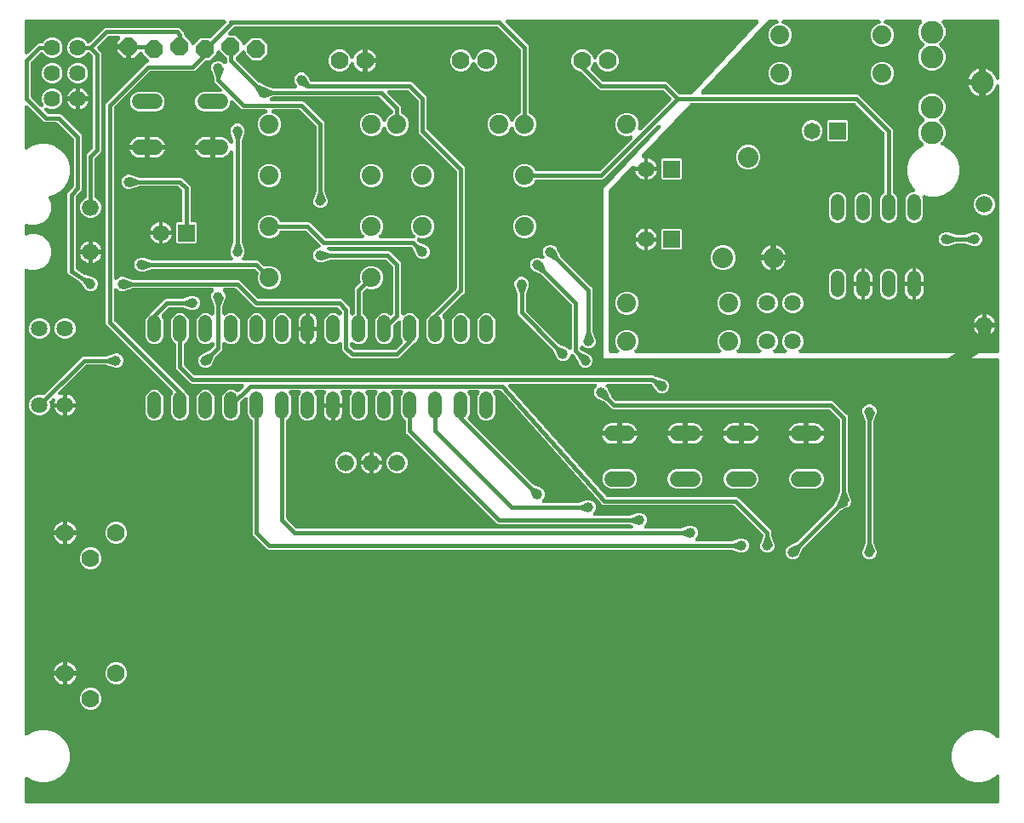
<source format=gbr>
G04 EAGLE Gerber X2 export*
%TF.Part,Single*%
%TF.FileFunction,Copper,L2,Bot,Mixed*%
%TF.FilePolarity,Positive*%
%TF.GenerationSoftware,Autodesk,EAGLE,9.1.0*%
%TF.CreationDate,2018-09-26T17:21:40Z*%
G75*
%MOMM*%
%FSLAX34Y34*%
%LPD*%
%AMOC8*
5,1,8,0,0,1.08239X$1,22.5*%
G01*
%ADD10C,1.320800*%
%ADD11C,1.676400*%
%ADD12P,1.924489X8X112.500000*%
%ADD13C,1.625600*%
%ADD14C,1.879600*%
%ADD15R,1.651000X1.651000*%
%ADD16C,1.651000*%
%ADD17C,1.778000*%
%ADD18C,1.524000*%
%ADD19C,2.260600*%
%ADD20C,1.638300*%
%ADD21C,2.032000*%
%ADD22C,0.406400*%
%ADD23C,1.270000*%
%ADD24C,1.006400*%

G36*
X978299Y10290D02*
X978299Y10290D01*
X978317Y10288D01*
X978499Y10309D01*
X978682Y10328D01*
X978699Y10333D01*
X978716Y10335D01*
X978891Y10392D01*
X979067Y10446D01*
X979082Y10454D01*
X979099Y10460D01*
X979259Y10550D01*
X979421Y10638D01*
X979434Y10649D01*
X979450Y10658D01*
X979589Y10778D01*
X979730Y10895D01*
X979741Y10909D01*
X979755Y10921D01*
X979867Y11066D01*
X979982Y11209D01*
X979990Y11225D01*
X980001Y11239D01*
X980083Y11404D01*
X980168Y11566D01*
X980173Y11583D01*
X980181Y11599D01*
X980228Y11778D01*
X980279Y11953D01*
X980281Y11971D01*
X980285Y11988D01*
X980312Y12319D01*
X980312Y36888D01*
X980311Y36897D01*
X980312Y36906D01*
X980291Y37098D01*
X980272Y37289D01*
X980270Y37298D01*
X980269Y37306D01*
X980211Y37489D01*
X980154Y37674D01*
X980150Y37682D01*
X980147Y37690D01*
X980054Y37859D01*
X979962Y38028D01*
X979957Y38035D01*
X979952Y38043D01*
X979827Y38190D01*
X979705Y38337D01*
X979698Y38343D01*
X979692Y38350D01*
X979540Y38469D01*
X979391Y38589D01*
X979383Y38594D01*
X979376Y38599D01*
X979204Y38687D01*
X979034Y38775D01*
X979025Y38777D01*
X979017Y38782D01*
X978831Y38833D01*
X978647Y38886D01*
X978638Y38887D01*
X978629Y38890D01*
X978437Y38904D01*
X978245Y38919D01*
X978237Y38918D01*
X978228Y38919D01*
X978035Y38895D01*
X977846Y38872D01*
X977837Y38870D01*
X977828Y38868D01*
X977645Y38807D01*
X977463Y38748D01*
X977455Y38743D01*
X977447Y38740D01*
X977281Y38645D01*
X977112Y38550D01*
X977105Y38544D01*
X977098Y38539D01*
X976845Y38325D01*
X974836Y36316D01*
X968899Y32889D01*
X962278Y31114D01*
X955422Y31114D01*
X948801Y32889D01*
X942864Y36316D01*
X938016Y41164D01*
X934589Y47101D01*
X932814Y53722D01*
X932814Y60578D01*
X934589Y67199D01*
X938016Y73136D01*
X942864Y77984D01*
X948801Y81411D01*
X955422Y83186D01*
X962278Y83186D01*
X968899Y81411D01*
X974836Y77984D01*
X976845Y75975D01*
X976852Y75970D01*
X976857Y75963D01*
X977007Y75843D01*
X977156Y75720D01*
X977164Y75716D01*
X977171Y75711D01*
X977341Y75622D01*
X977512Y75532D01*
X977521Y75529D01*
X977528Y75525D01*
X977713Y75472D01*
X977898Y75417D01*
X977907Y75416D01*
X977915Y75414D01*
X978106Y75398D01*
X978299Y75380D01*
X978308Y75381D01*
X978317Y75381D01*
X978506Y75403D01*
X978699Y75424D01*
X978708Y75427D01*
X978716Y75428D01*
X978898Y75487D01*
X979083Y75545D01*
X979091Y75550D01*
X979099Y75552D01*
X979268Y75648D01*
X979435Y75740D01*
X979442Y75746D01*
X979450Y75750D01*
X979596Y75876D01*
X979742Y76001D01*
X979748Y76008D01*
X979755Y76014D01*
X979872Y76165D01*
X979992Y76317D01*
X979996Y76325D01*
X980001Y76332D01*
X980087Y76504D01*
X980174Y76676D01*
X980177Y76684D01*
X980181Y76692D01*
X980231Y76878D01*
X980282Y77063D01*
X980283Y77072D01*
X980285Y77081D01*
X980312Y77412D01*
X980312Y450850D01*
X980310Y450868D01*
X980312Y450886D01*
X980291Y451068D01*
X980272Y451251D01*
X980267Y451268D01*
X980265Y451285D01*
X980208Y451460D01*
X980154Y451636D01*
X980146Y451651D01*
X980140Y451668D01*
X980050Y451828D01*
X979962Y451990D01*
X979951Y452003D01*
X979942Y452019D01*
X979822Y452158D01*
X979705Y452299D01*
X979691Y452310D01*
X979679Y452324D01*
X979534Y452436D01*
X979391Y452551D01*
X979375Y452559D01*
X979361Y452570D01*
X979197Y452652D01*
X979034Y452737D01*
X979017Y452742D01*
X979001Y452750D01*
X978822Y452797D01*
X978647Y452848D01*
X978629Y452850D01*
X978612Y452854D01*
X978281Y452881D01*
X586231Y452881D01*
X586231Y621499D01*
X642791Y682099D01*
X642892Y682232D01*
X642997Y682360D01*
X643014Y682391D01*
X643035Y682419D01*
X643108Y682569D01*
X643186Y682716D01*
X643196Y682749D01*
X643211Y682781D01*
X643253Y682942D01*
X643301Y683102D01*
X643304Y683137D01*
X643313Y683171D01*
X643322Y683337D01*
X643337Y683503D01*
X643333Y683538D01*
X643335Y683573D01*
X643312Y683737D01*
X643294Y683903D01*
X643283Y683936D01*
X643278Y683971D01*
X643222Y684128D01*
X643172Y684287D01*
X643155Y684318D01*
X643143Y684351D01*
X643058Y684494D01*
X642977Y684639D01*
X642955Y684666D01*
X642937Y684696D01*
X642824Y684819D01*
X642717Y684946D01*
X642689Y684968D01*
X642666Y684994D01*
X642532Y685092D01*
X642401Y685196D01*
X642370Y685212D01*
X642341Y685232D01*
X642190Y685303D01*
X642042Y685378D01*
X642008Y685388D01*
X641976Y685402D01*
X641814Y685441D01*
X641654Y685486D01*
X641619Y685489D01*
X641585Y685497D01*
X641419Y685503D01*
X641253Y685515D01*
X641218Y685511D01*
X641183Y685512D01*
X641019Y685486D01*
X640853Y685465D01*
X640820Y685454D01*
X640785Y685448D01*
X640629Y685390D01*
X640471Y685337D01*
X640441Y685319D01*
X640408Y685307D01*
X640267Y685219D01*
X640123Y685136D01*
X640093Y685110D01*
X640066Y685094D01*
X639970Y685006D01*
X639870Y684921D01*
X587932Y632983D01*
X586502Y631554D01*
X585009Y630935D01*
X520046Y630935D01*
X520024Y630933D01*
X520002Y630935D01*
X519824Y630913D01*
X519645Y630895D01*
X519624Y630889D01*
X519602Y630886D01*
X519432Y630830D01*
X519261Y630777D01*
X519241Y630767D01*
X519220Y630760D01*
X519064Y630671D01*
X518907Y630585D01*
X518889Y630571D01*
X518870Y630560D01*
X518735Y630442D01*
X518597Y630328D01*
X518583Y630310D01*
X518566Y630296D01*
X518457Y630153D01*
X518345Y630014D01*
X518335Y629994D01*
X518321Y629977D01*
X518169Y629681D01*
X517691Y628525D01*
X514475Y625309D01*
X510274Y623569D01*
X505726Y623569D01*
X501525Y625309D01*
X498309Y628525D01*
X496569Y632726D01*
X496569Y637274D01*
X498309Y641475D01*
X501525Y644691D01*
X505234Y646227D01*
X505235Y646227D01*
X505726Y646431D01*
X510274Y646431D01*
X514475Y644691D01*
X517691Y641475D01*
X518169Y640319D01*
X518180Y640299D01*
X518187Y640278D01*
X518275Y640121D01*
X518360Y639964D01*
X518374Y639947D01*
X518385Y639927D01*
X518502Y639791D01*
X518616Y639653D01*
X518633Y639639D01*
X518648Y639622D01*
X518789Y639513D01*
X518929Y639400D01*
X518948Y639389D01*
X518966Y639376D01*
X519126Y639296D01*
X519285Y639213D01*
X519307Y639206D01*
X519327Y639196D01*
X519500Y639150D01*
X519672Y639100D01*
X519694Y639098D01*
X519715Y639092D01*
X520046Y639065D01*
X581675Y639065D01*
X581702Y639067D01*
X581728Y639065D01*
X581902Y639087D01*
X582076Y639105D01*
X582101Y639112D01*
X582128Y639116D01*
X582293Y639171D01*
X582460Y639223D01*
X582484Y639236D01*
X582509Y639244D01*
X582661Y639331D01*
X582815Y639415D01*
X582835Y639432D01*
X582858Y639445D01*
X583111Y639660D01*
X614805Y671354D01*
X614808Y671357D01*
X614812Y671360D01*
X614936Y671514D01*
X615060Y671665D01*
X615062Y671669D01*
X615065Y671673D01*
X615159Y671852D01*
X615249Y672021D01*
X615250Y672025D01*
X615252Y672029D01*
X615308Y672221D01*
X615364Y672407D01*
X615364Y672411D01*
X615365Y672416D01*
X615382Y672607D01*
X615400Y672808D01*
X615400Y672812D01*
X615400Y672817D01*
X615379Y673007D01*
X615357Y673208D01*
X615355Y673212D01*
X615355Y673217D01*
X615295Y673403D01*
X615235Y673592D01*
X615233Y673596D01*
X615232Y673600D01*
X615135Y673774D01*
X615040Y673944D01*
X615038Y673948D01*
X615035Y673952D01*
X614907Y674101D01*
X614780Y674251D01*
X614776Y674254D01*
X614774Y674257D01*
X614618Y674379D01*
X614464Y674501D01*
X614460Y674503D01*
X614457Y674506D01*
X614280Y674594D01*
X614105Y674683D01*
X614101Y674684D01*
X614097Y674686D01*
X613906Y674739D01*
X613717Y674791D01*
X613713Y674792D01*
X613709Y674793D01*
X613512Y674806D01*
X613316Y674821D01*
X613311Y674820D01*
X613307Y674820D01*
X613111Y674795D01*
X612916Y674770D01*
X612912Y674769D01*
X612908Y674768D01*
X612592Y674667D01*
X611874Y674369D01*
X607326Y674369D01*
X603125Y676109D01*
X599909Y679325D01*
X598169Y683526D01*
X598169Y688074D01*
X599909Y692275D01*
X603125Y695491D01*
X607326Y697231D01*
X611874Y697231D01*
X616075Y695491D01*
X619291Y692275D01*
X621031Y688074D01*
X621031Y683526D01*
X620733Y682808D01*
X620732Y682804D01*
X620730Y682800D01*
X620675Y682615D01*
X620617Y682423D01*
X620616Y682418D01*
X620615Y682414D01*
X620597Y682216D01*
X620579Y682022D01*
X620579Y682018D01*
X620579Y682013D01*
X620600Y681815D01*
X620620Y681622D01*
X620622Y681617D01*
X620622Y681613D01*
X620683Y681421D01*
X620740Y681237D01*
X620742Y681233D01*
X620744Y681229D01*
X620838Y681059D01*
X620933Y680884D01*
X620936Y680881D01*
X620939Y680877D01*
X621064Y680729D01*
X621193Y680576D01*
X621196Y680573D01*
X621199Y680570D01*
X621353Y680448D01*
X621507Y680325D01*
X621511Y680323D01*
X621515Y680320D01*
X621691Y680231D01*
X621866Y680141D01*
X621870Y680140D01*
X621874Y680138D01*
X622066Y680084D01*
X622253Y680031D01*
X622257Y680031D01*
X622262Y680030D01*
X622463Y680015D01*
X622654Y680000D01*
X622659Y680001D01*
X622663Y680000D01*
X622861Y680025D01*
X623054Y680049D01*
X623058Y680050D01*
X623063Y680051D01*
X623246Y680112D01*
X623436Y680175D01*
X623440Y680178D01*
X623444Y680179D01*
X623615Y680277D01*
X623786Y680375D01*
X623789Y680378D01*
X623793Y680380D01*
X624046Y680595D01*
X653215Y709764D01*
X653227Y709778D01*
X653240Y709789D01*
X653354Y709933D01*
X653470Y710075D01*
X653479Y710091D01*
X653490Y710105D01*
X653573Y710269D01*
X653659Y710431D01*
X653664Y710448D01*
X653672Y710464D01*
X653722Y710641D01*
X653774Y710817D01*
X653775Y710835D01*
X653780Y710852D01*
X653794Y711035D01*
X653810Y711218D01*
X653808Y711236D01*
X653810Y711253D01*
X653787Y711435D01*
X653767Y711618D01*
X653761Y711635D01*
X653759Y711653D01*
X653701Y711827D01*
X653645Y712002D01*
X653637Y712018D01*
X653631Y712034D01*
X653539Y712194D01*
X653450Y712354D01*
X653439Y712368D01*
X653430Y712383D01*
X653215Y712636D01*
X646611Y719240D01*
X646591Y719257D01*
X646573Y719278D01*
X646435Y719385D01*
X646300Y719495D01*
X646276Y719508D01*
X646255Y719524D01*
X646098Y719602D01*
X645944Y719684D01*
X645919Y719692D01*
X645894Y719704D01*
X645725Y719749D01*
X645558Y719799D01*
X645532Y719801D01*
X645506Y719808D01*
X645175Y719835D01*
X583391Y719835D01*
X581898Y720454D01*
X564569Y737782D01*
X564549Y737799D01*
X564531Y737820D01*
X564393Y737927D01*
X564258Y738037D01*
X564234Y738050D01*
X564213Y738066D01*
X564056Y738144D01*
X563902Y738226D01*
X563877Y738234D01*
X563852Y738246D01*
X563683Y738291D01*
X563516Y738341D01*
X563490Y738343D01*
X563464Y738350D01*
X563133Y738377D01*
X562977Y738377D01*
X558963Y740040D01*
X555890Y743113D01*
X554227Y747127D01*
X554227Y751473D01*
X555890Y755487D01*
X558963Y758560D01*
X562977Y760223D01*
X567323Y760223D01*
X571337Y758560D01*
X574410Y755487D01*
X575973Y751713D01*
X575978Y751705D01*
X575980Y751696D01*
X576072Y751528D01*
X576164Y751358D01*
X576169Y751351D01*
X576174Y751343D01*
X576297Y751197D01*
X576420Y751047D01*
X576427Y751042D01*
X576433Y751035D01*
X576583Y750915D01*
X576733Y750794D01*
X576741Y750789D01*
X576747Y750784D01*
X576919Y750696D01*
X577089Y750607D01*
X577098Y750604D01*
X577106Y750600D01*
X577290Y750548D01*
X577476Y750493D01*
X577484Y750493D01*
X577493Y750490D01*
X577684Y750475D01*
X577877Y750459D01*
X577886Y750460D01*
X577894Y750459D01*
X578085Y750482D01*
X578277Y750504D01*
X578285Y750507D01*
X578294Y750508D01*
X578477Y750568D01*
X578660Y750627D01*
X578668Y750631D01*
X578676Y750634D01*
X578844Y750730D01*
X579012Y750823D01*
X579018Y750829D01*
X579026Y750834D01*
X579171Y750960D01*
X579317Y751085D01*
X579323Y751092D01*
X579330Y751098D01*
X579447Y751250D01*
X579566Y751402D01*
X579570Y751410D01*
X579575Y751417D01*
X579727Y751713D01*
X581290Y755487D01*
X584363Y758560D01*
X588377Y760223D01*
X592723Y760223D01*
X596737Y758560D01*
X599810Y755487D01*
X601473Y751473D01*
X601473Y747127D01*
X599810Y743113D01*
X596737Y740040D01*
X592723Y738377D01*
X588377Y738377D01*
X584363Y740040D01*
X581290Y743113D01*
X579727Y746887D01*
X579722Y746895D01*
X579720Y746904D01*
X579628Y747072D01*
X579536Y747242D01*
X579531Y747249D01*
X579526Y747257D01*
X579402Y747405D01*
X579280Y747553D01*
X579273Y747558D01*
X579267Y747565D01*
X579117Y747685D01*
X578967Y747806D01*
X578959Y747811D01*
X578952Y747816D01*
X578783Y747903D01*
X578611Y747994D01*
X578602Y747996D01*
X578594Y748000D01*
X578412Y748052D01*
X578224Y748107D01*
X578215Y748107D01*
X578207Y748110D01*
X578016Y748125D01*
X577823Y748141D01*
X577814Y748140D01*
X577806Y748141D01*
X577615Y748118D01*
X577423Y748096D01*
X577415Y748093D01*
X577406Y748092D01*
X577224Y748032D01*
X577040Y747973D01*
X577032Y747968D01*
X577024Y747966D01*
X576856Y747870D01*
X576688Y747777D01*
X576682Y747771D01*
X576674Y747766D01*
X576528Y747639D01*
X576383Y747515D01*
X576377Y747508D01*
X576370Y747502D01*
X576253Y747349D01*
X576134Y747198D01*
X576130Y747190D01*
X576125Y747183D01*
X575973Y746887D01*
X574410Y743113D01*
X574009Y742712D01*
X573998Y742698D01*
X573984Y742687D01*
X573871Y742543D01*
X573754Y742401D01*
X573746Y742385D01*
X573735Y742371D01*
X573652Y742207D01*
X573565Y742045D01*
X573560Y742028D01*
X573552Y742012D01*
X573503Y741835D01*
X573451Y741659D01*
X573449Y741641D01*
X573444Y741624D01*
X573431Y741441D01*
X573414Y741258D01*
X573416Y741240D01*
X573415Y741222D01*
X573438Y741040D01*
X573458Y740858D01*
X573463Y740841D01*
X573465Y740823D01*
X573524Y740649D01*
X573579Y740474D01*
X573588Y740458D01*
X573593Y740441D01*
X573685Y740282D01*
X573774Y740121D01*
X573785Y740108D01*
X573794Y740092D01*
X574009Y739839D01*
X585289Y728560D01*
X585309Y728543D01*
X585327Y728522D01*
X585465Y728415D01*
X585600Y728305D01*
X585624Y728292D01*
X585645Y728276D01*
X585802Y728198D01*
X585956Y728116D01*
X585981Y728108D01*
X586006Y728096D01*
X586175Y728051D01*
X586342Y728001D01*
X586368Y727999D01*
X586394Y727992D01*
X586725Y727965D01*
X648509Y727965D01*
X650002Y727346D01*
X661489Y715860D01*
X661509Y715843D01*
X661527Y715822D01*
X661665Y715715D01*
X661800Y715605D01*
X661824Y715592D01*
X661845Y715576D01*
X662002Y715498D01*
X662156Y715416D01*
X662181Y715408D01*
X662206Y715396D01*
X662375Y715351D01*
X662542Y715301D01*
X662568Y715299D01*
X662594Y715292D01*
X662925Y715265D01*
X672863Y715265D01*
X672924Y715271D01*
X672986Y715268D01*
X673124Y715291D01*
X673264Y715305D01*
X673323Y715323D01*
X673384Y715333D01*
X673515Y715382D01*
X673648Y715423D01*
X673703Y715452D01*
X673761Y715474D01*
X673879Y715548D01*
X674002Y715615D01*
X674050Y715654D01*
X674102Y715687D01*
X674248Y715819D01*
X674312Y715872D01*
X674326Y715890D01*
X674348Y715910D01*
X740134Y786395D01*
X740241Y786535D01*
X740350Y786671D01*
X740362Y786694D01*
X740378Y786715D01*
X740455Y786873D01*
X740536Y787028D01*
X740543Y787053D01*
X740554Y787077D01*
X740599Y787247D01*
X740647Y787415D01*
X740649Y787441D01*
X740656Y787467D01*
X740666Y787642D01*
X740680Y787817D01*
X740677Y787843D01*
X740678Y787869D01*
X740653Y788042D01*
X740633Y788216D01*
X740625Y788241D01*
X740621Y788267D01*
X740562Y788433D01*
X740508Y788599D01*
X740495Y788622D01*
X740486Y788647D01*
X740396Y788797D01*
X740310Y788950D01*
X740293Y788970D01*
X740280Y788992D01*
X740162Y789122D01*
X740047Y789255D01*
X740026Y789271D01*
X740009Y789290D01*
X739867Y789394D01*
X739729Y789501D01*
X739706Y789513D01*
X739684Y789529D01*
X739525Y789603D01*
X739368Y789681D01*
X739343Y789687D01*
X739319Y789698D01*
X739149Y789740D01*
X738980Y789785D01*
X738951Y789788D01*
X738928Y789793D01*
X738845Y789796D01*
X738649Y789812D01*
X490840Y789812D01*
X490831Y789811D01*
X490822Y789812D01*
X490629Y789791D01*
X490439Y789772D01*
X490431Y789770D01*
X490422Y789769D01*
X490237Y789710D01*
X490054Y789654D01*
X490047Y789650D01*
X490038Y789647D01*
X489869Y789554D01*
X489700Y789462D01*
X489694Y789457D01*
X489686Y789452D01*
X489539Y789328D01*
X489391Y789205D01*
X489386Y789198D01*
X489379Y789192D01*
X489259Y789040D01*
X489139Y788891D01*
X489135Y788883D01*
X489129Y788876D01*
X489041Y788703D01*
X488953Y788534D01*
X488951Y788525D01*
X488947Y788517D01*
X488895Y788331D01*
X488842Y788147D01*
X488841Y788138D01*
X488839Y788129D01*
X488825Y787936D01*
X488809Y787745D01*
X488810Y787737D01*
X488809Y787728D01*
X488834Y787535D01*
X488856Y787346D01*
X488859Y787337D01*
X488860Y787328D01*
X488921Y787145D01*
X488981Y786963D01*
X488985Y786955D01*
X488988Y786947D01*
X489084Y786780D01*
X489179Y786612D01*
X489184Y786605D01*
X489189Y786598D01*
X489404Y786345D01*
X510017Y765732D01*
X511446Y764302D01*
X512065Y762809D01*
X512065Y697846D01*
X512067Y697824D01*
X512065Y697802D01*
X512087Y697624D01*
X512105Y697445D01*
X512111Y697424D01*
X512114Y697402D01*
X512170Y697232D01*
X512223Y697061D01*
X512233Y697041D01*
X512240Y697020D01*
X512329Y696864D01*
X512415Y696707D01*
X512429Y696689D01*
X512440Y696670D01*
X512558Y696535D01*
X512672Y696397D01*
X512690Y696383D01*
X512704Y696366D01*
X512847Y696257D01*
X512986Y696145D01*
X513006Y696135D01*
X513023Y696121D01*
X513319Y695969D01*
X514475Y695491D01*
X517691Y692275D01*
X519431Y688074D01*
X519431Y683526D01*
X517691Y679325D01*
X514475Y676109D01*
X510274Y674369D01*
X505726Y674369D01*
X501525Y676109D01*
X498309Y679325D01*
X497177Y682060D01*
X497172Y682068D01*
X497170Y682076D01*
X497078Y682244D01*
X496986Y682415D01*
X496981Y682422D01*
X496976Y682430D01*
X496853Y682576D01*
X496730Y682725D01*
X496723Y682731D01*
X496717Y682738D01*
X496567Y682857D01*
X496417Y682979D01*
X496409Y682983D01*
X496403Y682989D01*
X496231Y683077D01*
X496061Y683166D01*
X496052Y683169D01*
X496044Y683173D01*
X495859Y683225D01*
X495674Y683279D01*
X495666Y683280D01*
X495657Y683282D01*
X495466Y683297D01*
X495273Y683314D01*
X495264Y683313D01*
X495256Y683313D01*
X495063Y683290D01*
X494873Y683269D01*
X494865Y683266D01*
X494856Y683265D01*
X494671Y683204D01*
X494490Y683145D01*
X494482Y683141D01*
X494474Y683138D01*
X494306Y683043D01*
X494138Y682949D01*
X494132Y682943D01*
X494124Y682939D01*
X493979Y682812D01*
X493833Y682687D01*
X493827Y682680D01*
X493820Y682674D01*
X493703Y682522D01*
X493584Y682370D01*
X493580Y682362D01*
X493575Y682355D01*
X493423Y682060D01*
X492291Y679325D01*
X489075Y676109D01*
X484874Y674369D01*
X480326Y674369D01*
X476125Y676109D01*
X472909Y679325D01*
X471169Y683526D01*
X471169Y688074D01*
X472909Y692275D01*
X476125Y695491D01*
X480326Y697231D01*
X484874Y697231D01*
X489075Y695491D01*
X492291Y692275D01*
X493423Y689540D01*
X493428Y689532D01*
X493430Y689524D01*
X493523Y689355D01*
X493614Y689185D01*
X493619Y689178D01*
X493624Y689170D01*
X493748Y689023D01*
X493870Y688875D01*
X493877Y688869D01*
X493883Y688862D01*
X494034Y688742D01*
X494183Y688621D01*
X494190Y688617D01*
X494198Y688611D01*
X494368Y688524D01*
X494539Y688434D01*
X494548Y688431D01*
X494556Y688427D01*
X494738Y688376D01*
X494926Y688321D01*
X494935Y688320D01*
X494943Y688318D01*
X495134Y688303D01*
X495327Y688286D01*
X495336Y688287D01*
X495344Y688287D01*
X495535Y688310D01*
X495727Y688331D01*
X495735Y688334D01*
X495744Y688335D01*
X495925Y688395D01*
X496110Y688455D01*
X496118Y688459D01*
X496126Y688462D01*
X496293Y688557D01*
X496462Y688651D01*
X496468Y688657D01*
X496476Y688661D01*
X496623Y688789D01*
X496767Y688913D01*
X496773Y688920D01*
X496780Y688926D01*
X496897Y689079D01*
X497016Y689230D01*
X497020Y689238D01*
X497025Y689245D01*
X497177Y689540D01*
X498309Y692275D01*
X501525Y695491D01*
X502681Y695969D01*
X502701Y695980D01*
X502722Y695987D01*
X502879Y696075D01*
X503036Y696160D01*
X503053Y696174D01*
X503073Y696185D01*
X503209Y696302D01*
X503347Y696416D01*
X503361Y696433D01*
X503378Y696448D01*
X503487Y696589D01*
X503600Y696729D01*
X503611Y696748D01*
X503624Y696766D01*
X503704Y696926D01*
X503787Y697085D01*
X503794Y697107D01*
X503804Y697127D01*
X503850Y697300D01*
X503900Y697472D01*
X503902Y697494D01*
X503908Y697515D01*
X503935Y697846D01*
X503935Y759475D01*
X503933Y759502D01*
X503935Y759528D01*
X503913Y759702D01*
X503895Y759876D01*
X503888Y759901D01*
X503884Y759928D01*
X503829Y760093D01*
X503777Y760260D01*
X503764Y760284D01*
X503756Y760309D01*
X503669Y760461D01*
X503585Y760615D01*
X503568Y760635D01*
X503555Y760658D01*
X503340Y760911D01*
X481511Y782740D01*
X481491Y782757D01*
X481473Y782778D01*
X481335Y782885D01*
X481200Y782995D01*
X481176Y783008D01*
X481155Y783024D01*
X480998Y783102D01*
X480844Y783184D01*
X480819Y783192D01*
X480794Y783204D01*
X480625Y783249D01*
X480458Y783299D01*
X480432Y783301D01*
X480406Y783308D01*
X480075Y783335D01*
X219695Y783335D01*
X219668Y783333D01*
X219642Y783335D01*
X219468Y783313D01*
X219294Y783295D01*
X219269Y783288D01*
X219242Y783284D01*
X219077Y783229D01*
X218910Y783177D01*
X218886Y783164D01*
X218861Y783156D01*
X218709Y783069D01*
X218555Y782985D01*
X218535Y782968D01*
X218512Y782955D01*
X218259Y782740D01*
X213179Y777660D01*
X213173Y777653D01*
X213166Y777648D01*
X213046Y777498D01*
X212924Y777349D01*
X212919Y777341D01*
X212914Y777334D01*
X212825Y777164D01*
X212735Y776993D01*
X212732Y776984D01*
X212728Y776977D01*
X212675Y776792D01*
X212620Y776607D01*
X212619Y776598D01*
X212617Y776590D01*
X212601Y776398D01*
X212584Y776206D01*
X212585Y776197D01*
X212584Y776188D01*
X212606Y775999D01*
X212627Y775806D01*
X212630Y775797D01*
X212631Y775789D01*
X212690Y775607D01*
X212749Y775422D01*
X212753Y775414D01*
X212756Y775406D01*
X212851Y775237D01*
X212944Y775070D01*
X212949Y775063D01*
X212954Y775055D01*
X213080Y774909D01*
X213204Y774763D01*
X213211Y774757D01*
X213217Y774750D01*
X213368Y774633D01*
X213520Y774513D01*
X213528Y774509D01*
X213535Y774504D01*
X213707Y774418D01*
X213879Y774331D01*
X213887Y774328D01*
X213895Y774324D01*
X214081Y774274D01*
X214267Y774223D01*
X214276Y774222D01*
X214284Y774220D01*
X214615Y774193D01*
X220424Y774193D01*
X226823Y767794D01*
X226823Y766604D01*
X226824Y766595D01*
X226823Y766586D01*
X226844Y766392D01*
X226863Y766203D01*
X226865Y766195D01*
X226866Y766186D01*
X226924Y766002D01*
X226981Y765818D01*
X226985Y765810D01*
X226988Y765802D01*
X227081Y765633D01*
X227173Y765464D01*
X227178Y765457D01*
X227183Y765449D01*
X227308Y765302D01*
X227430Y765155D01*
X227437Y765149D01*
X227443Y765142D01*
X227594Y765023D01*
X227744Y764902D01*
X227752Y764898D01*
X227759Y764893D01*
X227932Y764805D01*
X228101Y764717D01*
X228110Y764715D01*
X228118Y764710D01*
X228304Y764659D01*
X228488Y764606D01*
X228497Y764605D01*
X228506Y764602D01*
X228699Y764588D01*
X228890Y764573D01*
X228898Y764574D01*
X228907Y764573D01*
X229100Y764597D01*
X229289Y764620D01*
X229298Y764622D01*
X229307Y764623D01*
X229489Y764685D01*
X229672Y764744D01*
X229680Y764749D01*
X229688Y764752D01*
X229855Y764848D01*
X230023Y764942D01*
X230030Y764948D01*
X230037Y764953D01*
X230290Y765167D01*
X236776Y771653D01*
X245824Y771653D01*
X252223Y765254D01*
X252223Y756206D01*
X245824Y749807D01*
X236776Y749807D01*
X230377Y756206D01*
X230377Y757396D01*
X230376Y757405D01*
X230377Y757414D01*
X230356Y757606D01*
X230337Y757797D01*
X230335Y757805D01*
X230334Y757814D01*
X230275Y757999D01*
X230219Y758182D01*
X230215Y758190D01*
X230212Y758198D01*
X230119Y758366D01*
X230027Y758536D01*
X230022Y758543D01*
X230017Y758551D01*
X229893Y758698D01*
X229770Y758845D01*
X229763Y758851D01*
X229757Y758858D01*
X229605Y758977D01*
X229456Y759098D01*
X229448Y759102D01*
X229441Y759107D01*
X229269Y759195D01*
X229099Y759283D01*
X229090Y759285D01*
X229082Y759290D01*
X228896Y759341D01*
X228712Y759394D01*
X228703Y759395D01*
X228694Y759398D01*
X228501Y759412D01*
X228310Y759427D01*
X228302Y759426D01*
X228293Y759427D01*
X228100Y759403D01*
X227911Y759380D01*
X227902Y759378D01*
X227893Y759377D01*
X227711Y759315D01*
X227528Y759256D01*
X227520Y759251D01*
X227512Y759248D01*
X227345Y759152D01*
X227177Y759058D01*
X227170Y759052D01*
X227163Y759047D01*
X226910Y758833D01*
X220949Y752872D01*
X220938Y752858D01*
X220924Y752847D01*
X220810Y752702D01*
X220694Y752560D01*
X220686Y752545D01*
X220675Y752531D01*
X220591Y752366D01*
X220505Y752205D01*
X220500Y752188D01*
X220492Y752172D01*
X220443Y751994D01*
X220391Y751819D01*
X220389Y751801D01*
X220384Y751784D01*
X220371Y751601D01*
X220354Y751418D01*
X220356Y751400D01*
X220355Y751382D01*
X220378Y751200D01*
X220398Y751018D01*
X220403Y751001D01*
X220405Y750983D01*
X220463Y750809D01*
X220519Y750634D01*
X220528Y750618D01*
X220533Y750601D01*
X220625Y750442D01*
X220714Y750281D01*
X220725Y750268D01*
X220734Y750252D01*
X220949Y749999D01*
X243421Y727528D01*
X243559Y727415D01*
X243695Y727298D01*
X243717Y727285D01*
X243732Y727273D01*
X243803Y727235D01*
X243982Y727131D01*
X250260Y724132D01*
X250338Y724104D01*
X250459Y724050D01*
X257019Y721731D01*
X257192Y721688D01*
X257365Y721642D01*
X257390Y721640D01*
X257410Y721635D01*
X257490Y721632D01*
X257696Y721615D01*
X279490Y721615D01*
X279499Y721616D01*
X279508Y721615D01*
X279700Y721636D01*
X279891Y721655D01*
X279900Y721657D01*
X279908Y721658D01*
X280091Y721716D01*
X280276Y721773D01*
X280284Y721777D01*
X280292Y721780D01*
X280461Y721873D01*
X280630Y721965D01*
X280637Y721970D01*
X280645Y721975D01*
X280792Y722100D01*
X280939Y722222D01*
X280945Y722229D01*
X280952Y722235D01*
X281072Y722387D01*
X281192Y722536D01*
X281196Y722544D01*
X281201Y722551D01*
X281289Y722723D01*
X281377Y722893D01*
X281380Y722902D01*
X281384Y722910D01*
X281435Y723096D01*
X281488Y723280D01*
X281489Y723289D01*
X281492Y723298D01*
X281506Y723490D01*
X281521Y723682D01*
X281520Y723690D01*
X281521Y723699D01*
X281497Y723892D01*
X281474Y724081D01*
X281472Y724090D01*
X281471Y724099D01*
X281409Y724282D01*
X281350Y724464D01*
X281345Y724472D01*
X281342Y724480D01*
X281247Y724646D01*
X281152Y724815D01*
X281146Y724822D01*
X281141Y724829D01*
X280927Y725082D01*
X279761Y726248D01*
X278685Y728845D01*
X278685Y731655D01*
X279761Y734252D01*
X281748Y736239D01*
X284345Y737315D01*
X287155Y737315D01*
X289752Y736239D01*
X291739Y734252D01*
X292181Y733185D01*
X292204Y733142D01*
X292227Y733083D01*
X294132Y729117D01*
X294219Y728974D01*
X294301Y728827D01*
X294324Y728802D01*
X294341Y728773D01*
X294455Y728649D01*
X294565Y728522D01*
X294591Y728502D01*
X294614Y728477D01*
X294750Y728378D01*
X294883Y728276D01*
X294913Y728261D01*
X294940Y728241D01*
X295093Y728171D01*
X295243Y728096D01*
X295276Y728088D01*
X295307Y728074D01*
X295470Y728035D01*
X295632Y727992D01*
X295670Y727989D01*
X295699Y727982D01*
X295785Y727979D01*
X295963Y727965D01*
X394509Y727965D01*
X396002Y727346D01*
X409846Y713502D01*
X410465Y712009D01*
X410465Y681975D01*
X410467Y681948D01*
X410465Y681922D01*
X410487Y681748D01*
X410505Y681574D01*
X410512Y681549D01*
X410516Y681522D01*
X410571Y681357D01*
X410623Y681190D01*
X410636Y681166D01*
X410644Y681141D01*
X410731Y680989D01*
X410815Y680835D01*
X410832Y680815D01*
X410845Y680792D01*
X411060Y680539D01*
X447946Y643652D01*
X448565Y642159D01*
X448565Y519891D01*
X447946Y518398D01*
X446517Y516968D01*
X426470Y496921D01*
X426458Y496907D01*
X426445Y496896D01*
X426331Y496752D01*
X426215Y496610D01*
X426206Y496594D01*
X426195Y496580D01*
X426112Y496416D01*
X426026Y496254D01*
X426021Y496237D01*
X426013Y496221D01*
X425964Y496044D01*
X425911Y495868D01*
X425909Y495850D01*
X425905Y495833D01*
X425891Y495651D01*
X425875Y495467D01*
X425877Y495449D01*
X425875Y495431D01*
X425898Y495250D01*
X425918Y495067D01*
X425924Y495050D01*
X425926Y495032D01*
X425984Y494858D01*
X426040Y494683D01*
X426048Y494667D01*
X426054Y494650D01*
X426146Y494491D01*
X426234Y494331D01*
X426246Y494317D01*
X426255Y494301D01*
X426415Y494113D01*
X427737Y490922D01*
X427737Y474278D01*
X426422Y471104D01*
X423992Y468674D01*
X420818Y467359D01*
X417382Y467359D01*
X414208Y468674D01*
X411778Y471104D01*
X410463Y474278D01*
X410463Y490922D01*
X411778Y494096D01*
X414208Y496526D01*
X414638Y496704D01*
X414662Y496717D01*
X414687Y496725D01*
X414838Y496811D01*
X414993Y496894D01*
X415014Y496911D01*
X415037Y496925D01*
X415168Y497039D01*
X415303Y497151D01*
X415320Y497172D01*
X415340Y497189D01*
X415447Y497328D01*
X415557Y497463D01*
X415569Y497487D01*
X415586Y497508D01*
X415613Y497562D01*
X417083Y499031D01*
X417083Y499032D01*
X439840Y521789D01*
X439857Y521809D01*
X439878Y521827D01*
X439985Y521965D01*
X440095Y522100D01*
X440108Y522124D01*
X440124Y522145D01*
X440202Y522301D01*
X440284Y522456D01*
X440292Y522481D01*
X440304Y522506D01*
X440349Y522675D01*
X440399Y522842D01*
X440401Y522868D01*
X440408Y522894D01*
X440435Y523225D01*
X440435Y638825D01*
X440433Y638852D01*
X440435Y638878D01*
X440413Y639052D01*
X440395Y639226D01*
X440388Y639251D01*
X440384Y639278D01*
X440329Y639443D01*
X440277Y639610D01*
X440264Y639634D01*
X440256Y639659D01*
X440169Y639811D01*
X440085Y639965D01*
X440068Y639985D01*
X440055Y640008D01*
X439840Y640261D01*
X402954Y677148D01*
X402335Y678641D01*
X402335Y708675D01*
X402333Y708702D01*
X402335Y708728D01*
X402313Y708902D01*
X402295Y709076D01*
X402288Y709101D01*
X402284Y709128D01*
X402229Y709293D01*
X402177Y709460D01*
X402164Y709484D01*
X402156Y709509D01*
X402069Y709661D01*
X401985Y709815D01*
X401968Y709835D01*
X401955Y709858D01*
X401740Y710111D01*
X392611Y719240D01*
X392591Y719257D01*
X392573Y719278D01*
X392435Y719385D01*
X392300Y719495D01*
X392276Y719508D01*
X392255Y719524D01*
X392098Y719602D01*
X391944Y719684D01*
X391919Y719692D01*
X391894Y719704D01*
X391725Y719749D01*
X391558Y719799D01*
X391532Y719801D01*
X391506Y719808D01*
X391175Y719835D01*
X373492Y719835D01*
X373483Y719834D01*
X373474Y719835D01*
X373281Y719814D01*
X373091Y719795D01*
X373083Y719793D01*
X373074Y719792D01*
X372890Y719734D01*
X372706Y719677D01*
X372699Y719673D01*
X372690Y719670D01*
X372522Y719578D01*
X372352Y719485D01*
X372346Y719480D01*
X372338Y719475D01*
X372191Y719351D01*
X372043Y719228D01*
X372038Y719221D01*
X372031Y719215D01*
X371910Y719062D01*
X371791Y718914D01*
X371787Y718906D01*
X371781Y718899D01*
X371693Y718726D01*
X371605Y718557D01*
X371603Y718548D01*
X371599Y718540D01*
X371547Y718354D01*
X371494Y718170D01*
X371493Y718161D01*
X371491Y718152D01*
X371477Y717959D01*
X371461Y717768D01*
X371462Y717760D01*
X371461Y717751D01*
X371486Y717556D01*
X371508Y717369D01*
X371511Y717360D01*
X371512Y717351D01*
X371573Y717168D01*
X371633Y716986D01*
X371637Y716978D01*
X371640Y716970D01*
X371736Y716803D01*
X371831Y716635D01*
X371836Y716628D01*
X371841Y716621D01*
X372056Y716368D01*
X384446Y703977D01*
X385065Y702484D01*
X385065Y697846D01*
X385067Y697824D01*
X385065Y697802D01*
X385087Y697624D01*
X385105Y697445D01*
X385111Y697424D01*
X385114Y697402D01*
X385170Y697232D01*
X385223Y697061D01*
X385233Y697041D01*
X385240Y697020D01*
X385329Y696864D01*
X385415Y696707D01*
X385429Y696689D01*
X385440Y696670D01*
X385558Y696535D01*
X385672Y696397D01*
X385690Y696383D01*
X385704Y696366D01*
X385847Y696257D01*
X385986Y696145D01*
X386006Y696135D01*
X386023Y696121D01*
X386319Y695969D01*
X387475Y695491D01*
X390691Y692275D01*
X392431Y688074D01*
X392431Y683526D01*
X390691Y679325D01*
X387475Y676109D01*
X383274Y674369D01*
X378726Y674369D01*
X374525Y676109D01*
X371309Y679325D01*
X370177Y682060D01*
X370172Y682068D01*
X370170Y682076D01*
X370078Y682244D01*
X369986Y682415D01*
X369981Y682422D01*
X369976Y682430D01*
X369853Y682576D01*
X369730Y682725D01*
X369723Y682731D01*
X369717Y682738D01*
X369567Y682857D01*
X369417Y682979D01*
X369409Y682983D01*
X369403Y682989D01*
X369231Y683077D01*
X369061Y683166D01*
X369052Y683169D01*
X369044Y683173D01*
X368859Y683225D01*
X368674Y683279D01*
X368666Y683280D01*
X368657Y683282D01*
X368466Y683297D01*
X368273Y683314D01*
X368264Y683313D01*
X368256Y683313D01*
X368063Y683290D01*
X367873Y683269D01*
X367865Y683266D01*
X367856Y683265D01*
X367671Y683204D01*
X367490Y683145D01*
X367482Y683141D01*
X367474Y683138D01*
X367306Y683043D01*
X367138Y682949D01*
X367132Y682943D01*
X367124Y682939D01*
X366979Y682812D01*
X366833Y682687D01*
X366827Y682680D01*
X366820Y682674D01*
X366703Y682522D01*
X366584Y682370D01*
X366580Y682362D01*
X366575Y682355D01*
X366423Y682060D01*
X365291Y679325D01*
X362075Y676109D01*
X357874Y674369D01*
X353326Y674369D01*
X349125Y676109D01*
X345909Y679325D01*
X344169Y683526D01*
X344169Y688074D01*
X345909Y692275D01*
X349125Y695491D01*
X353326Y697231D01*
X357874Y697231D01*
X362075Y695491D01*
X365291Y692275D01*
X366423Y689540D01*
X366428Y689532D01*
X366430Y689524D01*
X366523Y689355D01*
X366614Y689185D01*
X366619Y689178D01*
X366624Y689170D01*
X366748Y689023D01*
X366870Y688875D01*
X366877Y688869D01*
X366883Y688862D01*
X367034Y688742D01*
X367183Y688621D01*
X367190Y688617D01*
X367198Y688611D01*
X367368Y688524D01*
X367539Y688434D01*
X367548Y688431D01*
X367556Y688427D01*
X367738Y688376D01*
X367926Y688321D01*
X367935Y688320D01*
X367943Y688318D01*
X368134Y688303D01*
X368327Y688286D01*
X368336Y688287D01*
X368344Y688287D01*
X368535Y688310D01*
X368727Y688331D01*
X368735Y688334D01*
X368744Y688335D01*
X368925Y688395D01*
X369110Y688455D01*
X369118Y688459D01*
X369126Y688462D01*
X369293Y688557D01*
X369462Y688651D01*
X369468Y688657D01*
X369476Y688661D01*
X369623Y688789D01*
X369767Y688913D01*
X369773Y688920D01*
X369780Y688926D01*
X369897Y689079D01*
X370016Y689230D01*
X370020Y689238D01*
X370025Y689245D01*
X370177Y689540D01*
X371309Y692275D01*
X374525Y695491D01*
X375681Y695969D01*
X375701Y695980D01*
X375722Y695987D01*
X375879Y696075D01*
X376036Y696160D01*
X376053Y696174D01*
X376073Y696185D01*
X376209Y696302D01*
X376347Y696416D01*
X376361Y696433D01*
X376378Y696448D01*
X376487Y696589D01*
X376600Y696729D01*
X376611Y696748D01*
X376624Y696766D01*
X376704Y696926D01*
X376787Y697085D01*
X376794Y697107D01*
X376804Y697127D01*
X376850Y697300D01*
X376900Y697472D01*
X376902Y697494D01*
X376908Y697515D01*
X376935Y697846D01*
X376935Y699150D01*
X376933Y699177D01*
X376935Y699203D01*
X376913Y699377D01*
X376895Y699551D01*
X376888Y699576D01*
X376884Y699603D01*
X376829Y699768D01*
X376777Y699935D01*
X376764Y699959D01*
X376756Y699984D01*
X376669Y700136D01*
X376585Y700290D01*
X376568Y700310D01*
X376555Y700333D01*
X376340Y700586D01*
X364036Y712890D01*
X364016Y712907D01*
X363998Y712928D01*
X363860Y713035D01*
X363725Y713145D01*
X363701Y713158D01*
X363680Y713174D01*
X363523Y713252D01*
X363369Y713334D01*
X363344Y713342D01*
X363319Y713354D01*
X363150Y713399D01*
X362983Y713449D01*
X362957Y713451D01*
X362931Y713458D01*
X362600Y713485D01*
X257696Y713485D01*
X257519Y713468D01*
X257340Y713454D01*
X257315Y713447D01*
X257295Y713445D01*
X257219Y713422D01*
X257019Y713369D01*
X255582Y712861D01*
X255529Y712836D01*
X255473Y712819D01*
X255348Y712751D01*
X255218Y712690D01*
X255171Y712655D01*
X255119Y712627D01*
X255009Y712536D01*
X254894Y712450D01*
X254855Y712407D01*
X254810Y712370D01*
X254720Y712258D01*
X254624Y712151D01*
X254594Y712101D01*
X254558Y712056D01*
X254492Y711929D01*
X254418Y711805D01*
X254399Y711750D01*
X254372Y711699D01*
X254333Y711561D01*
X254285Y711425D01*
X254277Y711368D01*
X254261Y711312D01*
X254249Y711169D01*
X254229Y711027D01*
X254233Y710968D01*
X254228Y710910D01*
X254245Y710768D01*
X254253Y710625D01*
X254268Y710568D01*
X254275Y710511D01*
X254320Y710374D01*
X254356Y710236D01*
X254382Y710183D01*
X254400Y710128D01*
X254470Y710003D01*
X254534Y709874D01*
X254569Y709828D01*
X254598Y709777D01*
X254692Y709669D01*
X254779Y709555D01*
X254823Y709517D01*
X254861Y709472D01*
X254974Y709385D01*
X255082Y709290D01*
X255133Y709261D01*
X255179Y709226D01*
X255307Y709162D01*
X255432Y709091D01*
X255487Y709072D01*
X255540Y709046D01*
X255678Y709009D01*
X255814Y708964D01*
X255872Y708957D01*
X255928Y708942D01*
X256134Y708925D01*
X256214Y708915D01*
X256234Y708917D01*
X256259Y708915D01*
X286559Y708915D01*
X288052Y708296D01*
X308246Y688102D01*
X308865Y686609D01*
X308865Y619646D01*
X308866Y619636D01*
X308865Y619627D01*
X308875Y619539D01*
X308882Y619468D01*
X308896Y619290D01*
X308903Y619265D01*
X308905Y619245D01*
X308928Y619169D01*
X308981Y618969D01*
X311380Y612182D01*
X311400Y612140D01*
X311419Y612082D01*
X311865Y611005D01*
X311865Y608195D01*
X310789Y605598D01*
X308802Y603611D01*
X306205Y602535D01*
X303395Y602535D01*
X300798Y603611D01*
X298811Y605598D01*
X297735Y608195D01*
X297735Y611005D01*
X298181Y612081D01*
X298194Y612125D01*
X298219Y612181D01*
X300619Y618969D01*
X300662Y619142D01*
X300708Y619315D01*
X300710Y619340D01*
X300715Y619360D01*
X300718Y619440D01*
X300735Y619646D01*
X300735Y683275D01*
X300733Y683302D01*
X300735Y683328D01*
X300713Y683502D01*
X300695Y683676D01*
X300688Y683701D01*
X300684Y683728D01*
X300629Y683893D01*
X300577Y684060D01*
X300564Y684084D01*
X300556Y684109D01*
X300469Y684261D01*
X300385Y684415D01*
X300368Y684435D01*
X300355Y684458D01*
X300140Y684711D01*
X284661Y700190D01*
X284641Y700207D01*
X284623Y700228D01*
X284485Y700335D01*
X284350Y700445D01*
X284326Y700458D01*
X284305Y700474D01*
X284148Y700552D01*
X283994Y700634D01*
X283969Y700642D01*
X283944Y700654D01*
X283775Y700699D01*
X283608Y700749D01*
X283582Y700751D01*
X283556Y700758D01*
X283225Y700785D01*
X257904Y700785D01*
X257900Y700785D01*
X257895Y700785D01*
X257701Y700765D01*
X257503Y700745D01*
X257499Y700744D01*
X257495Y700744D01*
X257309Y700686D01*
X257119Y700627D01*
X257115Y700625D01*
X257110Y700624D01*
X256939Y700530D01*
X256765Y700435D01*
X256761Y700433D01*
X256757Y700430D01*
X256606Y700303D01*
X256455Y700178D01*
X256452Y700174D01*
X256449Y700171D01*
X256326Y700017D01*
X256203Y699864D01*
X256201Y699860D01*
X256198Y699857D01*
X256107Y699680D01*
X256017Y699507D01*
X256016Y699502D01*
X256014Y699498D01*
X255960Y699306D01*
X255906Y699120D01*
X255906Y699115D01*
X255904Y699111D01*
X255889Y698917D01*
X255873Y698718D01*
X255874Y698714D01*
X255873Y698710D01*
X255897Y698516D01*
X255920Y698319D01*
X255921Y698314D01*
X255922Y698310D01*
X255984Y698124D01*
X256045Y697936D01*
X256047Y697932D01*
X256048Y697928D01*
X256146Y697756D01*
X256243Y697585D01*
X256246Y697582D01*
X256248Y697578D01*
X256378Y697429D01*
X256506Y697281D01*
X256509Y697278D01*
X256512Y697274D01*
X256669Y697154D01*
X256824Y697034D01*
X256828Y697032D01*
X256832Y697029D01*
X257127Y696877D01*
X260475Y695491D01*
X263691Y692275D01*
X265431Y688074D01*
X265431Y683526D01*
X263691Y679325D01*
X260475Y676109D01*
X256274Y674369D01*
X251726Y674369D01*
X247525Y676109D01*
X244309Y679325D01*
X242569Y683526D01*
X242569Y688074D01*
X244309Y692275D01*
X247525Y695491D01*
X250873Y696877D01*
X250877Y696879D01*
X250881Y696881D01*
X251057Y696976D01*
X251228Y697068D01*
X251232Y697070D01*
X251235Y697073D01*
X251386Y697198D01*
X251538Y697324D01*
X251541Y697327D01*
X251545Y697330D01*
X251667Y697483D01*
X251792Y697637D01*
X251794Y697641D01*
X251797Y697644D01*
X251888Y697819D01*
X251979Y697993D01*
X251981Y697997D01*
X251983Y698001D01*
X252037Y698190D01*
X252092Y698380D01*
X252093Y698384D01*
X252094Y698388D01*
X252110Y698583D01*
X252127Y698781D01*
X252126Y698785D01*
X252127Y698790D01*
X252104Y698987D01*
X252082Y699181D01*
X252080Y699185D01*
X252080Y699189D01*
X252020Y699374D01*
X251959Y699564D01*
X251957Y699568D01*
X251955Y699572D01*
X251859Y699742D01*
X251762Y699916D01*
X251759Y699919D01*
X251757Y699923D01*
X251629Y700072D01*
X251500Y700221D01*
X251497Y700224D01*
X251494Y700228D01*
X251340Y700347D01*
X251183Y700470D01*
X251179Y700472D01*
X251176Y700474D01*
X250999Y700562D01*
X250824Y700650D01*
X250820Y700652D01*
X250815Y700654D01*
X250623Y700705D01*
X250435Y700757D01*
X250431Y700757D01*
X250427Y700758D01*
X250096Y700785D01*
X227791Y700785D01*
X226298Y701404D01*
X224868Y702833D01*
X218352Y709349D01*
X218345Y709355D01*
X218340Y709362D01*
X218190Y709482D01*
X218041Y709604D01*
X218033Y709609D01*
X218026Y709614D01*
X217856Y709703D01*
X217685Y709793D01*
X217676Y709796D01*
X217669Y709800D01*
X217484Y709853D01*
X217299Y709908D01*
X217290Y709909D01*
X217282Y709911D01*
X217090Y709927D01*
X216898Y709944D01*
X216889Y709943D01*
X216880Y709944D01*
X216691Y709922D01*
X216498Y709901D01*
X216489Y709898D01*
X216481Y709897D01*
X216299Y709838D01*
X216114Y709779D01*
X216106Y709775D01*
X216098Y709772D01*
X215929Y709677D01*
X215762Y709584D01*
X215755Y709579D01*
X215747Y709574D01*
X215601Y709448D01*
X215455Y709324D01*
X215449Y709317D01*
X215442Y709311D01*
X215325Y709160D01*
X215205Y709008D01*
X215201Y709000D01*
X215196Y708993D01*
X215110Y708821D01*
X215023Y708649D01*
X215020Y708641D01*
X215016Y708633D01*
X214966Y708444D01*
X214915Y708261D01*
X214914Y708252D01*
X214912Y708244D01*
X214885Y707913D01*
X214885Y706486D01*
X213415Y702938D01*
X210700Y700223D01*
X207152Y698753D01*
X188072Y698753D01*
X184524Y700223D01*
X181809Y702938D01*
X180339Y706486D01*
X180339Y710326D01*
X181809Y713874D01*
X184524Y716589D01*
X188072Y718059D01*
X204739Y718059D01*
X204748Y718060D01*
X204757Y718059D01*
X204950Y718080D01*
X205140Y718099D01*
X205148Y718101D01*
X205157Y718102D01*
X205341Y718160D01*
X205525Y718217D01*
X205532Y718221D01*
X205541Y718224D01*
X205709Y718317D01*
X205879Y718409D01*
X205885Y718414D01*
X205893Y718419D01*
X206040Y718543D01*
X206188Y718666D01*
X206193Y718673D01*
X206200Y718679D01*
X206319Y718830D01*
X206440Y718980D01*
X206444Y718988D01*
X206450Y718995D01*
X206538Y719168D01*
X206626Y719337D01*
X206628Y719346D01*
X206632Y719354D01*
X206684Y719540D01*
X206737Y719724D01*
X206738Y719733D01*
X206740Y719742D01*
X206754Y719935D01*
X206770Y720126D01*
X206769Y720134D01*
X206770Y720143D01*
X206745Y720336D01*
X206723Y720525D01*
X206720Y720534D01*
X206719Y720543D01*
X206658Y720725D01*
X206598Y720908D01*
X206594Y720916D01*
X206591Y720924D01*
X206495Y721091D01*
X206400Y721259D01*
X206395Y721266D01*
X206390Y721273D01*
X206175Y721526D01*
X199754Y727948D01*
X199135Y729441D01*
X199135Y731634D01*
X199118Y731812D01*
X199104Y731990D01*
X199097Y732015D01*
X199095Y732035D01*
X199072Y732111D01*
X199019Y732311D01*
X196619Y739099D01*
X196599Y739141D01*
X196581Y739199D01*
X196135Y740275D01*
X196135Y743085D01*
X197211Y745682D01*
X199198Y747669D01*
X201795Y748745D01*
X204605Y748745D01*
X207202Y747669D01*
X208472Y746399D01*
X208476Y746396D01*
X208479Y746392D01*
X208633Y746267D01*
X208784Y746144D01*
X208788Y746142D01*
X208791Y746139D01*
X208966Y746047D01*
X209139Y745955D01*
X209144Y745954D01*
X209148Y745952D01*
X209335Y745897D01*
X209525Y745840D01*
X209530Y745840D01*
X209534Y745839D01*
X209725Y745822D01*
X209926Y745804D01*
X209931Y745804D01*
X209935Y745804D01*
X210126Y745826D01*
X210327Y745847D01*
X210331Y745849D01*
X210335Y745849D01*
X210520Y745909D01*
X210710Y745969D01*
X210714Y745971D01*
X210719Y745972D01*
X210885Y746065D01*
X211063Y746164D01*
X211066Y746167D01*
X211070Y746169D01*
X211216Y746293D01*
X211370Y746424D01*
X211373Y746428D01*
X211376Y746431D01*
X211492Y746579D01*
X211619Y746740D01*
X211621Y746744D01*
X211624Y746748D01*
X211712Y746921D01*
X211802Y747099D01*
X211803Y747103D01*
X211805Y747107D01*
X211856Y747294D01*
X211910Y747487D01*
X211910Y747491D01*
X211911Y747496D01*
X211924Y747687D01*
X211939Y747888D01*
X211939Y747893D01*
X211939Y747897D01*
X211914Y748087D01*
X211889Y748288D01*
X211887Y748292D01*
X211887Y748297D01*
X211835Y748457D01*
X211835Y751046D01*
X211833Y751073D01*
X211835Y751100D01*
X211813Y751274D01*
X211795Y751447D01*
X211788Y751472D01*
X211784Y751499D01*
X211729Y751665D01*
X211677Y751832D01*
X211664Y751855D01*
X211656Y751881D01*
X211569Y752032D01*
X211485Y752186D01*
X211468Y752206D01*
X211455Y752230D01*
X211240Y752483D01*
X204890Y758833D01*
X204883Y758838D01*
X204878Y758845D01*
X204728Y758965D01*
X204579Y759088D01*
X204571Y759092D01*
X204564Y759098D01*
X204394Y759186D01*
X204223Y759276D01*
X204214Y759279D01*
X204207Y759283D01*
X204022Y759336D01*
X203837Y759391D01*
X203828Y759392D01*
X203820Y759394D01*
X203628Y759410D01*
X203436Y759428D01*
X203427Y759427D01*
X203418Y759427D01*
X203229Y759405D01*
X203036Y759384D01*
X203027Y759381D01*
X203019Y759380D01*
X202837Y759321D01*
X202652Y759263D01*
X202644Y759258D01*
X202636Y759256D01*
X202467Y759161D01*
X202300Y759068D01*
X202293Y759062D01*
X202285Y759058D01*
X202139Y758932D01*
X201993Y758807D01*
X201987Y758800D01*
X201980Y758794D01*
X201863Y758643D01*
X201743Y758491D01*
X201739Y758483D01*
X201734Y758476D01*
X201648Y758304D01*
X201561Y758132D01*
X201558Y758124D01*
X201554Y758116D01*
X201504Y757929D01*
X201453Y757745D01*
X201452Y757736D01*
X201450Y757727D01*
X201423Y757396D01*
X201423Y756206D01*
X195024Y749807D01*
X191247Y749807D01*
X191220Y749805D01*
X191194Y749807D01*
X191020Y749785D01*
X190846Y749767D01*
X190821Y749760D01*
X190794Y749756D01*
X190628Y749700D01*
X190461Y749649D01*
X190438Y749636D01*
X190413Y749628D01*
X190261Y749541D01*
X190107Y749457D01*
X190087Y749440D01*
X190064Y749427D01*
X189811Y749212D01*
X181532Y740933D01*
X180102Y739504D01*
X178609Y738885D01*
X135875Y738885D01*
X135848Y738883D01*
X135822Y738885D01*
X135648Y738863D01*
X135474Y738845D01*
X135449Y738838D01*
X135422Y738834D01*
X135257Y738779D01*
X135090Y738727D01*
X135066Y738714D01*
X135041Y738706D01*
X134889Y738619D01*
X134735Y738535D01*
X134715Y738518D01*
X134692Y738505D01*
X134439Y738290D01*
X99910Y703761D01*
X99893Y703741D01*
X99872Y703723D01*
X99765Y703585D01*
X99655Y703450D01*
X99642Y703426D01*
X99626Y703405D01*
X99548Y703248D01*
X99466Y703094D01*
X99458Y703069D01*
X99446Y703044D01*
X99401Y702875D01*
X99351Y702708D01*
X99349Y702682D01*
X99342Y702656D01*
X99315Y702325D01*
X99315Y533310D01*
X99316Y533301D01*
X99315Y533292D01*
X99336Y533100D01*
X99355Y532909D01*
X99357Y532900D01*
X99358Y532892D01*
X99416Y532709D01*
X99473Y532524D01*
X99477Y532516D01*
X99480Y532508D01*
X99573Y532339D01*
X99665Y532170D01*
X99670Y532163D01*
X99675Y532155D01*
X99800Y532008D01*
X99922Y531861D01*
X99929Y531855D01*
X99935Y531848D01*
X100087Y531728D01*
X100236Y531608D01*
X100244Y531604D01*
X100251Y531599D01*
X100423Y531511D01*
X100593Y531423D01*
X100602Y531420D01*
X100610Y531416D01*
X100796Y531365D01*
X100980Y531312D01*
X100989Y531311D01*
X100998Y531308D01*
X101190Y531294D01*
X101382Y531279D01*
X101390Y531280D01*
X101399Y531279D01*
X101592Y531303D01*
X101781Y531326D01*
X101790Y531328D01*
X101799Y531329D01*
X101982Y531391D01*
X102164Y531450D01*
X102172Y531455D01*
X102180Y531458D01*
X102346Y531553D01*
X102515Y531648D01*
X102522Y531654D01*
X102529Y531659D01*
X102782Y531873D01*
X103948Y533039D01*
X106545Y534115D01*
X109355Y534115D01*
X110431Y533669D01*
X110476Y533656D01*
X110532Y533631D01*
X117319Y531231D01*
X117492Y531188D01*
X117665Y531142D01*
X117690Y531140D01*
X117710Y531135D01*
X117790Y531132D01*
X117996Y531115D01*
X223059Y531115D01*
X224552Y530496D01*
X242389Y512660D01*
X242409Y512643D01*
X242427Y512622D01*
X242565Y512515D01*
X242700Y512405D01*
X242724Y512392D01*
X242745Y512376D01*
X242902Y512298D01*
X243056Y512216D01*
X243081Y512208D01*
X243106Y512196D01*
X243275Y512151D01*
X243442Y512101D01*
X243468Y512099D01*
X243494Y512092D01*
X243825Y512065D01*
X324659Y512065D01*
X326152Y511446D01*
X333646Y503952D01*
X334265Y502459D01*
X334265Y497687D01*
X334266Y497678D01*
X334265Y497669D01*
X334285Y497478D01*
X334305Y497286D01*
X334307Y497278D01*
X334308Y497269D01*
X334366Y497085D01*
X334423Y496901D01*
X334427Y496893D01*
X334430Y496885D01*
X334523Y496716D01*
X334615Y496547D01*
X334620Y496540D01*
X334625Y496532D01*
X334750Y496385D01*
X334872Y496238D01*
X334879Y496232D01*
X334885Y496225D01*
X335038Y496105D01*
X335186Y495986D01*
X335194Y495981D01*
X335201Y495976D01*
X335374Y495888D01*
X335543Y495800D01*
X335552Y495798D01*
X335560Y495794D01*
X335746Y495742D01*
X335930Y495689D01*
X335939Y495688D01*
X335948Y495686D01*
X336140Y495672D01*
X336332Y495656D01*
X336340Y495657D01*
X336349Y495656D01*
X336541Y495680D01*
X336731Y495703D01*
X336740Y495706D01*
X336749Y495707D01*
X336931Y495768D01*
X337114Y495828D01*
X337122Y495832D01*
X337130Y495835D01*
X337298Y495931D01*
X337465Y496025D01*
X337472Y496031D01*
X337479Y496036D01*
X337732Y496250D01*
X338240Y496759D01*
X338257Y496779D01*
X338278Y496797D01*
X338385Y496935D01*
X338495Y497070D01*
X338508Y497094D01*
X338524Y497115D01*
X338602Y497272D01*
X338684Y497426D01*
X338692Y497451D01*
X338704Y497475D01*
X338749Y497645D01*
X338799Y497812D01*
X338801Y497838D01*
X338808Y497864D01*
X338835Y498195D01*
X338835Y521509D01*
X339454Y523002D01*
X344208Y527756D01*
X344222Y527774D01*
X344239Y527788D01*
X344350Y527929D01*
X344463Y528068D01*
X344473Y528087D01*
X344487Y528105D01*
X344568Y528266D01*
X344652Y528424D01*
X344658Y528445D01*
X344668Y528465D01*
X344715Y528638D01*
X344766Y528809D01*
X344768Y528832D01*
X344774Y528853D01*
X344787Y529032D01*
X344803Y529210D01*
X344800Y529233D01*
X344802Y529255D01*
X344779Y529433D01*
X344759Y529611D01*
X344753Y529632D01*
X344750Y529654D01*
X344648Y529970D01*
X344169Y531126D01*
X344169Y535674D01*
X345909Y539875D01*
X349125Y543091D01*
X352925Y544664D01*
X352925Y544665D01*
X353326Y544831D01*
X357874Y544831D01*
X362075Y543091D01*
X365291Y539875D01*
X367031Y535674D01*
X367031Y531126D01*
X365291Y526925D01*
X362075Y523709D01*
X357874Y521969D01*
X353326Y521969D01*
X352170Y522448D01*
X352149Y522455D01*
X352129Y522465D01*
X351956Y522513D01*
X351785Y522565D01*
X351762Y522567D01*
X351741Y522573D01*
X351562Y522586D01*
X351384Y522603D01*
X351362Y522601D01*
X351339Y522602D01*
X351161Y522580D01*
X350983Y522561D01*
X350962Y522555D01*
X350940Y522552D01*
X350770Y522495D01*
X350599Y522441D01*
X350579Y522431D01*
X350558Y522424D01*
X350403Y522334D01*
X350246Y522248D01*
X350229Y522234D01*
X350209Y522223D01*
X349956Y522008D01*
X347560Y519611D01*
X347543Y519591D01*
X347522Y519573D01*
X347415Y519435D01*
X347305Y519300D01*
X347292Y519276D01*
X347276Y519255D01*
X347198Y519098D01*
X347116Y518944D01*
X347108Y518919D01*
X347096Y518894D01*
X347051Y518725D01*
X347001Y518558D01*
X346999Y518532D01*
X346992Y518506D01*
X346965Y518175D01*
X346965Y498195D01*
X346967Y498168D01*
X346965Y498142D01*
X346987Y497968D01*
X347005Y497794D01*
X347012Y497769D01*
X347016Y497742D01*
X347071Y497576D01*
X347123Y497409D01*
X347136Y497386D01*
X347144Y497360D01*
X347231Y497209D01*
X347315Y497055D01*
X347332Y497035D01*
X347345Y497012D01*
X347560Y496759D01*
X350222Y494096D01*
X351537Y490922D01*
X351537Y474278D01*
X350222Y471104D01*
X347792Y468674D01*
X344618Y467359D01*
X341182Y467359D01*
X338008Y468674D01*
X337732Y468950D01*
X337725Y468955D01*
X337720Y468962D01*
X337570Y469083D01*
X337421Y469205D01*
X337413Y469209D01*
X337406Y469214D01*
X337236Y469303D01*
X337065Y469393D01*
X337056Y469396D01*
X337049Y469400D01*
X336865Y469453D01*
X336679Y469508D01*
X336670Y469509D01*
X336662Y469511D01*
X336471Y469527D01*
X336278Y469544D01*
X336269Y469543D01*
X336260Y469544D01*
X336071Y469522D01*
X335878Y469501D01*
X335869Y469498D01*
X335861Y469497D01*
X335678Y469438D01*
X335494Y469380D01*
X335486Y469375D01*
X335478Y469372D01*
X335309Y469277D01*
X335142Y469185D01*
X335135Y469179D01*
X335127Y469175D01*
X334982Y469049D01*
X334835Y468924D01*
X334829Y468917D01*
X334822Y468911D01*
X334705Y468760D01*
X334585Y468608D01*
X334581Y468600D01*
X334576Y468593D01*
X334489Y468419D01*
X334403Y468249D01*
X334400Y468241D01*
X334396Y468233D01*
X334346Y468044D01*
X334295Y467862D01*
X334294Y467853D01*
X334292Y467844D01*
X334265Y467513D01*
X334265Y466075D01*
X334267Y466048D01*
X334265Y466022D01*
X334287Y465848D01*
X334305Y465674D01*
X334312Y465649D01*
X334316Y465622D01*
X334371Y465457D01*
X334423Y465290D01*
X334436Y465266D01*
X334444Y465241D01*
X334531Y465089D01*
X334615Y464935D01*
X334632Y464915D01*
X334645Y464892D01*
X334860Y464639D01*
X337639Y461860D01*
X337659Y461843D01*
X337677Y461822D01*
X337815Y461715D01*
X337950Y461605D01*
X337974Y461592D01*
X337995Y461576D01*
X338152Y461498D01*
X338306Y461416D01*
X338331Y461408D01*
X338356Y461396D01*
X338525Y461351D01*
X338692Y461301D01*
X338718Y461299D01*
X338744Y461292D01*
X339075Y461265D01*
X378475Y461265D01*
X378502Y461267D01*
X378528Y461265D01*
X378702Y461287D01*
X378876Y461305D01*
X378901Y461312D01*
X378928Y461316D01*
X379093Y461371D01*
X379260Y461423D01*
X379284Y461436D01*
X379309Y461444D01*
X379461Y461531D01*
X379615Y461615D01*
X379635Y461632D01*
X379658Y461645D01*
X379911Y461860D01*
X386330Y468279D01*
X386342Y468293D01*
X386355Y468304D01*
X386469Y468448D01*
X386585Y468590D01*
X386594Y468606D01*
X386605Y468620D01*
X386688Y468783D01*
X386774Y468946D01*
X386779Y468963D01*
X386787Y468979D01*
X386836Y469155D01*
X386889Y469332D01*
X386891Y469350D01*
X386895Y469367D01*
X386909Y469549D01*
X386925Y469733D01*
X386923Y469751D01*
X386925Y469769D01*
X386902Y469950D01*
X386882Y470133D01*
X386876Y470150D01*
X386874Y470168D01*
X386816Y470342D01*
X386760Y470517D01*
X386752Y470533D01*
X386746Y470550D01*
X386654Y470709D01*
X386566Y470869D01*
X386554Y470883D01*
X386545Y470899D01*
X386385Y471087D01*
X385063Y474278D01*
X385063Y488711D01*
X385062Y488720D01*
X385063Y488729D01*
X385042Y488922D01*
X385023Y489112D01*
X385021Y489120D01*
X385020Y489129D01*
X384962Y489313D01*
X384905Y489497D01*
X384901Y489504D01*
X384898Y489513D01*
X384805Y489681D01*
X384713Y489851D01*
X384708Y489857D01*
X384703Y489865D01*
X384579Y490012D01*
X384456Y490160D01*
X384449Y490165D01*
X384443Y490172D01*
X384291Y490292D01*
X384142Y490412D01*
X384134Y490416D01*
X384127Y490422D01*
X383954Y490510D01*
X383785Y490598D01*
X383776Y490600D01*
X383768Y490604D01*
X383582Y490656D01*
X383398Y490709D01*
X383389Y490710D01*
X383380Y490712D01*
X383187Y490726D01*
X382996Y490742D01*
X382988Y490741D01*
X382979Y490742D01*
X382786Y490717D01*
X382597Y490695D01*
X382588Y490692D01*
X382579Y490691D01*
X382397Y490630D01*
X382214Y490570D01*
X382206Y490566D01*
X382198Y490563D01*
X382031Y490467D01*
X381863Y490372D01*
X381856Y490367D01*
X381849Y490362D01*
X381596Y490147D01*
X377532Y486083D01*
X377515Y486063D01*
X377494Y486045D01*
X377387Y485907D01*
X377277Y485772D01*
X377264Y485748D01*
X377248Y485727D01*
X377170Y485570D01*
X377088Y485416D01*
X377080Y485391D01*
X377068Y485366D01*
X377023Y485197D01*
X376973Y485030D01*
X376971Y485004D01*
X376964Y484978D01*
X376937Y484647D01*
X376937Y474278D01*
X375622Y471104D01*
X373192Y468674D01*
X370018Y467359D01*
X366582Y467359D01*
X363408Y468674D01*
X360978Y471104D01*
X359663Y474278D01*
X359663Y490922D01*
X360978Y494096D01*
X363408Y496526D01*
X366582Y497841D01*
X370018Y497841D01*
X373192Y496526D01*
X373399Y496320D01*
X373404Y496315D01*
X373405Y496314D01*
X373409Y496311D01*
X373412Y496308D01*
X373424Y496295D01*
X373569Y496180D01*
X373710Y496065D01*
X373726Y496056D01*
X373740Y496045D01*
X373904Y495962D01*
X374066Y495876D01*
X374083Y495871D01*
X374099Y495863D01*
X374275Y495814D01*
X374452Y495761D01*
X374469Y495759D01*
X374487Y495755D01*
X374670Y495741D01*
X374853Y495725D01*
X374870Y495727D01*
X374888Y495725D01*
X375071Y495748D01*
X375253Y495768D01*
X375270Y495773D01*
X375288Y495776D01*
X375462Y495834D01*
X375637Y495890D01*
X375652Y495898D01*
X375669Y495904D01*
X375829Y495996D01*
X375989Y496084D01*
X376003Y496096D01*
X376018Y496105D01*
X376271Y496320D01*
X376340Y496389D01*
X376357Y496409D01*
X376378Y496427D01*
X376485Y496565D01*
X376595Y496700D01*
X376608Y496724D01*
X376624Y496745D01*
X376702Y496901D01*
X376784Y497056D01*
X376792Y497081D01*
X376804Y497106D01*
X376849Y497275D01*
X376899Y497442D01*
X376901Y497468D01*
X376908Y497494D01*
X376935Y497825D01*
X376935Y543575D01*
X376933Y543602D01*
X376935Y543628D01*
X376913Y543802D01*
X376895Y543976D01*
X376888Y544001D01*
X376884Y544028D01*
X376829Y544193D01*
X376777Y544360D01*
X376764Y544384D01*
X376756Y544409D01*
X376669Y544561D01*
X376585Y544715D01*
X376568Y544735D01*
X376555Y544758D01*
X376340Y545011D01*
X370386Y550965D01*
X370366Y550982D01*
X370348Y551003D01*
X370210Y551110D01*
X370075Y551220D01*
X370051Y551233D01*
X370030Y551249D01*
X369873Y551327D01*
X369719Y551409D01*
X369694Y551417D01*
X369669Y551429D01*
X369500Y551474D01*
X369333Y551524D01*
X369307Y551526D01*
X369281Y551533D01*
X368950Y551560D01*
X314846Y551560D01*
X314668Y551543D01*
X314490Y551529D01*
X314465Y551522D01*
X314445Y551520D01*
X314369Y551497D01*
X314169Y551444D01*
X307381Y549044D01*
X307339Y549025D01*
X307281Y549006D01*
X306205Y548560D01*
X303395Y548560D01*
X300798Y549636D01*
X298811Y551623D01*
X297735Y554220D01*
X297735Y557030D01*
X298811Y559627D01*
X300798Y561614D01*
X303745Y562835D01*
X303757Y562841D01*
X303769Y562845D01*
X303934Y562936D01*
X304100Y563025D01*
X304110Y563034D01*
X304122Y563040D01*
X304265Y563161D01*
X304410Y563281D01*
X304419Y563292D01*
X304429Y563300D01*
X304545Y563448D01*
X304664Y563594D01*
X304670Y563606D01*
X304678Y563616D01*
X304764Y563785D01*
X304851Y563951D01*
X304855Y563963D01*
X304861Y563975D01*
X304911Y564157D01*
X304964Y564337D01*
X304965Y564350D01*
X304969Y564363D01*
X304983Y564552D01*
X304999Y564738D01*
X304997Y564751D01*
X304998Y564765D01*
X304974Y564953D01*
X304953Y565138D01*
X304949Y565151D01*
X304948Y565164D01*
X304888Y565343D01*
X304830Y565521D01*
X304824Y565533D01*
X304820Y565546D01*
X304725Y565709D01*
X304634Y565873D01*
X304625Y565883D01*
X304619Y565895D01*
X304404Y566148D01*
X291011Y579540D01*
X290991Y579557D01*
X290973Y579578D01*
X290835Y579685D01*
X290700Y579795D01*
X290676Y579808D01*
X290655Y579824D01*
X290498Y579902D01*
X290344Y579984D01*
X290319Y579992D01*
X290294Y580004D01*
X290125Y580049D01*
X289958Y580099D01*
X289932Y580101D01*
X289906Y580108D01*
X289575Y580135D01*
X266046Y580135D01*
X266024Y580133D01*
X266002Y580135D01*
X265824Y580113D01*
X265645Y580095D01*
X265624Y580089D01*
X265602Y580086D01*
X265432Y580030D01*
X265261Y579977D01*
X265241Y579967D01*
X265220Y579960D01*
X265064Y579871D01*
X264907Y579785D01*
X264889Y579771D01*
X264870Y579760D01*
X264735Y579642D01*
X264597Y579528D01*
X264583Y579510D01*
X264566Y579496D01*
X264457Y579353D01*
X264345Y579214D01*
X264335Y579194D01*
X264321Y579177D01*
X264169Y578881D01*
X263691Y577725D01*
X260475Y574509D01*
X256314Y572786D01*
X256274Y572769D01*
X251726Y572769D01*
X247525Y574509D01*
X244309Y577725D01*
X242569Y581926D01*
X242569Y586474D01*
X244309Y590675D01*
X247525Y593891D01*
X251726Y595631D01*
X256274Y595631D01*
X260475Y593891D01*
X263691Y590675D01*
X264169Y589519D01*
X264180Y589499D01*
X264187Y589478D01*
X264275Y589321D01*
X264360Y589164D01*
X264374Y589147D01*
X264385Y589127D01*
X264502Y588991D01*
X264616Y588853D01*
X264633Y588839D01*
X264648Y588822D01*
X264789Y588713D01*
X264929Y588600D01*
X264948Y588589D01*
X264966Y588576D01*
X265126Y588496D01*
X265285Y588413D01*
X265307Y588406D01*
X265327Y588396D01*
X265500Y588350D01*
X265672Y588300D01*
X265694Y588298D01*
X265715Y588292D01*
X266046Y588265D01*
X292909Y588265D01*
X294402Y587646D01*
X309064Y572985D01*
X309084Y572968D01*
X309102Y572947D01*
X309240Y572840D01*
X309375Y572730D01*
X309399Y572717D01*
X309420Y572701D01*
X309577Y572623D01*
X309731Y572541D01*
X309756Y572533D01*
X309781Y572521D01*
X309950Y572476D01*
X310117Y572426D01*
X310143Y572424D01*
X310169Y572417D01*
X310500Y572390D01*
X346341Y572390D01*
X346350Y572391D01*
X346359Y572390D01*
X346551Y572411D01*
X346742Y572430D01*
X346750Y572432D01*
X346759Y572433D01*
X346941Y572491D01*
X347126Y572548D01*
X347134Y572552D01*
X347143Y572555D01*
X347311Y572648D01*
X347480Y572740D01*
X347487Y572745D01*
X347495Y572750D01*
X347643Y572875D01*
X347790Y572997D01*
X347795Y573004D01*
X347802Y573010D01*
X347922Y573162D01*
X348042Y573311D01*
X348046Y573319D01*
X348052Y573326D01*
X348139Y573498D01*
X348228Y573668D01*
X348230Y573677D01*
X348234Y573685D01*
X348286Y573871D01*
X348339Y574055D01*
X348340Y574064D01*
X348342Y574073D01*
X348356Y574265D01*
X348372Y574457D01*
X348371Y574465D01*
X348371Y574474D01*
X348347Y574667D01*
X348325Y574856D01*
X348322Y574865D01*
X348321Y574874D01*
X348260Y575057D01*
X348200Y575239D01*
X348196Y575247D01*
X348193Y575255D01*
X348097Y575421D01*
X348002Y575590D01*
X347996Y575597D01*
X347992Y575604D01*
X347777Y575857D01*
X345909Y577725D01*
X344169Y581926D01*
X344169Y586474D01*
X345909Y590675D01*
X349125Y593891D01*
X353326Y595631D01*
X357874Y595631D01*
X362075Y593891D01*
X365291Y590675D01*
X367031Y586474D01*
X367031Y581926D01*
X365291Y577725D01*
X363423Y575857D01*
X363417Y575850D01*
X363410Y575845D01*
X363290Y575695D01*
X363168Y575546D01*
X363164Y575538D01*
X363158Y575531D01*
X363069Y575361D01*
X362979Y575190D01*
X362977Y575181D01*
X362972Y575174D01*
X362919Y574989D01*
X362864Y574804D01*
X362863Y574795D01*
X362861Y574787D01*
X362845Y574596D01*
X362828Y574403D01*
X362829Y574394D01*
X362828Y574385D01*
X362850Y574196D01*
X362871Y574003D01*
X362874Y573994D01*
X362875Y573986D01*
X362934Y573804D01*
X362993Y573619D01*
X362997Y573611D01*
X363000Y573603D01*
X363094Y573436D01*
X363188Y573267D01*
X363193Y573260D01*
X363198Y573252D01*
X363323Y573107D01*
X363448Y572960D01*
X363455Y572954D01*
X363461Y572947D01*
X363612Y572830D01*
X363764Y572710D01*
X363772Y572706D01*
X363779Y572701D01*
X363952Y572615D01*
X364123Y572528D01*
X364132Y572525D01*
X364140Y572521D01*
X364326Y572471D01*
X364511Y572420D01*
X364520Y572419D01*
X364528Y572417D01*
X364859Y572390D01*
X397141Y572390D01*
X397150Y572391D01*
X397159Y572390D01*
X397351Y572411D01*
X397542Y572430D01*
X397550Y572432D01*
X397559Y572433D01*
X397741Y572491D01*
X397926Y572548D01*
X397934Y572552D01*
X397943Y572555D01*
X398111Y572648D01*
X398280Y572740D01*
X398287Y572745D01*
X398295Y572750D01*
X398443Y572875D01*
X398590Y572997D01*
X398595Y573004D01*
X398602Y573010D01*
X398722Y573162D01*
X398842Y573311D01*
X398846Y573319D01*
X398852Y573326D01*
X398939Y573498D01*
X399028Y573668D01*
X399030Y573677D01*
X399034Y573685D01*
X399086Y573871D01*
X399139Y574055D01*
X399140Y574064D01*
X399142Y574073D01*
X399156Y574265D01*
X399172Y574457D01*
X399171Y574465D01*
X399171Y574474D01*
X399147Y574667D01*
X399125Y574856D01*
X399122Y574865D01*
X399121Y574874D01*
X399060Y575057D01*
X399000Y575239D01*
X398996Y575247D01*
X398993Y575255D01*
X398897Y575421D01*
X398802Y575590D01*
X398796Y575597D01*
X398792Y575604D01*
X398577Y575857D01*
X396709Y577725D01*
X394969Y581926D01*
X394969Y586474D01*
X396709Y590675D01*
X399925Y593891D01*
X404126Y595631D01*
X408674Y595631D01*
X412875Y593891D01*
X416091Y590675D01*
X417831Y586474D01*
X417831Y581926D01*
X416091Y577725D01*
X412875Y574509D01*
X408714Y572786D01*
X408674Y572769D01*
X404126Y572769D01*
X403408Y573067D01*
X403404Y573068D01*
X403400Y573070D01*
X403214Y573126D01*
X403023Y573183D01*
X403018Y573184D01*
X403014Y573185D01*
X402817Y573203D01*
X402622Y573221D01*
X402618Y573221D01*
X402613Y573221D01*
X402417Y573200D01*
X402222Y573180D01*
X402217Y573178D01*
X402213Y573178D01*
X402027Y573119D01*
X401837Y573060D01*
X401833Y573058D01*
X401829Y573056D01*
X401657Y572961D01*
X401484Y572867D01*
X401481Y572864D01*
X401477Y572861D01*
X401326Y572734D01*
X401176Y572607D01*
X401173Y572604D01*
X401170Y572601D01*
X401048Y572446D01*
X400925Y572293D01*
X400923Y572289D01*
X400920Y572285D01*
X400830Y572107D01*
X400741Y571934D01*
X400740Y571930D01*
X400738Y571926D01*
X400685Y571736D01*
X400631Y571547D01*
X400631Y571543D01*
X400630Y571538D01*
X400615Y571335D01*
X400600Y571146D01*
X400601Y571141D01*
X400600Y571137D01*
X400626Y570938D01*
X400649Y570746D01*
X400650Y570742D01*
X400651Y570737D01*
X400712Y570554D01*
X400775Y570364D01*
X400778Y570360D01*
X400779Y570356D01*
X400877Y570185D01*
X400975Y570014D01*
X400978Y570011D01*
X400980Y570007D01*
X401195Y569754D01*
X402053Y568896D01*
X402171Y568778D01*
X402309Y568665D01*
X402445Y568548D01*
X402467Y568535D01*
X402482Y568523D01*
X402553Y568485D01*
X402732Y568381D01*
X409227Y565279D01*
X409271Y565263D01*
X409325Y565235D01*
X410402Y564789D01*
X412389Y562802D01*
X413465Y560205D01*
X413465Y557395D01*
X412389Y554798D01*
X410402Y552811D01*
X407805Y551735D01*
X404995Y551735D01*
X402398Y552811D01*
X400411Y554798D01*
X399965Y555874D01*
X399943Y555915D01*
X399922Y555972D01*
X399525Y556803D01*
X396819Y562468D01*
X396726Y562621D01*
X396637Y562776D01*
X396621Y562795D01*
X396610Y562813D01*
X396556Y562872D01*
X396422Y563029D01*
X395786Y563665D01*
X395766Y563682D01*
X395748Y563703D01*
X395610Y563810D01*
X395475Y563920D01*
X395451Y563933D01*
X395430Y563949D01*
X395273Y564027D01*
X395119Y564109D01*
X395094Y564117D01*
X395069Y564129D01*
X394900Y564174D01*
X394733Y564224D01*
X394707Y564226D01*
X394681Y564233D01*
X394350Y564260D01*
X313409Y564260D01*
X313351Y564254D01*
X313293Y564257D01*
X313151Y564235D01*
X313008Y564220D01*
X312953Y564203D01*
X312895Y564194D01*
X312761Y564144D01*
X312623Y564102D01*
X312572Y564074D01*
X312517Y564054D01*
X312395Y563979D01*
X312269Y563910D01*
X312225Y563873D01*
X312175Y563843D01*
X312070Y563744D01*
X311960Y563653D01*
X311924Y563607D01*
X311881Y563567D01*
X311798Y563451D01*
X311708Y563339D01*
X311681Y563287D01*
X311647Y563240D01*
X311588Y563109D01*
X311522Y562982D01*
X311506Y562926D01*
X311482Y562872D01*
X311450Y562732D01*
X311411Y562595D01*
X311406Y562537D01*
X311393Y562480D01*
X311390Y562336D01*
X311378Y562193D01*
X311385Y562136D01*
X311383Y562077D01*
X311408Y561936D01*
X311425Y561794D01*
X311443Y561738D01*
X311453Y561681D01*
X311505Y561547D01*
X311550Y561411D01*
X311578Y561360D01*
X311600Y561306D01*
X311677Y561185D01*
X311748Y561060D01*
X311786Y561016D01*
X311817Y560967D01*
X311917Y560864D01*
X312011Y560756D01*
X312057Y560720D01*
X312097Y560678D01*
X312216Y560597D01*
X312329Y560509D01*
X312381Y560483D01*
X312429Y560450D01*
X312618Y560365D01*
X312689Y560329D01*
X312709Y560324D01*
X312732Y560314D01*
X314169Y559806D01*
X314342Y559763D01*
X314515Y559717D01*
X314540Y559715D01*
X314560Y559710D01*
X314640Y559707D01*
X314846Y559690D01*
X372284Y559690D01*
X373777Y559071D01*
X384446Y548402D01*
X385065Y546909D01*
X385065Y497687D01*
X385066Y497678D01*
X385065Y497669D01*
X385085Y497478D01*
X385105Y497286D01*
X385107Y497278D01*
X385108Y497269D01*
X385166Y497085D01*
X385223Y496901D01*
X385227Y496893D01*
X385230Y496885D01*
X385323Y496716D01*
X385415Y496547D01*
X385420Y496540D01*
X385425Y496532D01*
X385549Y496386D01*
X385672Y496238D01*
X385679Y496232D01*
X385685Y496226D01*
X385836Y496106D01*
X385986Y495986D01*
X385994Y495982D01*
X386001Y495976D01*
X386174Y495888D01*
X386343Y495800D01*
X386352Y495798D01*
X386360Y495794D01*
X386547Y495742D01*
X386730Y495689D01*
X386739Y495688D01*
X386748Y495686D01*
X386940Y495672D01*
X387132Y495656D01*
X387140Y495657D01*
X387149Y495656D01*
X387341Y495680D01*
X387531Y495703D01*
X387540Y495706D01*
X387549Y495707D01*
X387731Y495768D01*
X387914Y495828D01*
X387922Y495832D01*
X387930Y495835D01*
X388098Y495931D01*
X388265Y496025D01*
X388272Y496031D01*
X388279Y496036D01*
X388532Y496250D01*
X388808Y496526D01*
X391982Y497841D01*
X395418Y497841D01*
X398592Y496526D01*
X401022Y494096D01*
X402337Y490922D01*
X402337Y474278D01*
X401022Y471104D01*
X398592Y468674D01*
X398162Y468496D01*
X398138Y468483D01*
X398113Y468475D01*
X397961Y468388D01*
X397807Y468306D01*
X397787Y468289D01*
X397763Y468275D01*
X397631Y468160D01*
X397497Y468049D01*
X397480Y468028D01*
X397460Y468011D01*
X397353Y467872D01*
X397243Y467737D01*
X397231Y467713D01*
X397214Y467692D01*
X397187Y467639D01*
X383302Y453754D01*
X381809Y453135D01*
X335741Y453135D01*
X334248Y453754D01*
X326754Y461248D01*
X326135Y462741D01*
X326135Y467513D01*
X326134Y467522D01*
X326135Y467531D01*
X326115Y467720D01*
X326095Y467914D01*
X326093Y467922D01*
X326092Y467931D01*
X326034Y468114D01*
X325977Y468299D01*
X325973Y468307D01*
X325970Y468315D01*
X325877Y468484D01*
X325785Y468653D01*
X325780Y468660D01*
X325775Y468668D01*
X325651Y468814D01*
X325528Y468962D01*
X325521Y468968D01*
X325515Y468974D01*
X325364Y469094D01*
X325214Y469214D01*
X325206Y469218D01*
X325199Y469224D01*
X325026Y469312D01*
X324857Y469400D01*
X324848Y469402D01*
X324840Y469406D01*
X324653Y469458D01*
X324470Y469511D01*
X324461Y469512D01*
X324452Y469514D01*
X324260Y469528D01*
X324068Y469544D01*
X324060Y469543D01*
X324051Y469544D01*
X323859Y469520D01*
X323669Y469497D01*
X323660Y469494D01*
X323651Y469493D01*
X323469Y469432D01*
X323286Y469372D01*
X323278Y469368D01*
X323270Y469365D01*
X323102Y469269D01*
X322935Y469175D01*
X322928Y469169D01*
X322921Y469164D01*
X322668Y468950D01*
X322392Y468674D01*
X319218Y467359D01*
X315782Y467359D01*
X312608Y468674D01*
X310178Y471104D01*
X308863Y474278D01*
X308863Y490922D01*
X310178Y494096D01*
X312608Y496526D01*
X315782Y497841D01*
X319218Y497841D01*
X322392Y496526D01*
X322668Y496250D01*
X322675Y496245D01*
X322680Y496238D01*
X322831Y496117D01*
X322979Y495995D01*
X322987Y495991D01*
X322994Y495986D01*
X323164Y495897D01*
X323335Y495807D01*
X323344Y495804D01*
X323351Y495800D01*
X323535Y495747D01*
X323721Y495692D01*
X323730Y495691D01*
X323738Y495689D01*
X323929Y495673D01*
X324122Y495656D01*
X324131Y495657D01*
X324140Y495656D01*
X324329Y495678D01*
X324522Y495699D01*
X324531Y495702D01*
X324539Y495703D01*
X324722Y495762D01*
X324906Y495820D01*
X324914Y495825D01*
X324922Y495828D01*
X325091Y495923D01*
X325258Y496015D01*
X325265Y496021D01*
X325273Y496025D01*
X325418Y496151D01*
X325565Y496276D01*
X325571Y496283D01*
X325578Y496289D01*
X325695Y496440D01*
X325815Y496592D01*
X325819Y496600D01*
X325824Y496607D01*
X325910Y496779D01*
X325997Y496951D01*
X326000Y496959D01*
X326004Y496967D01*
X326054Y497155D01*
X326105Y497338D01*
X326106Y497347D01*
X326108Y497356D01*
X326135Y497687D01*
X326135Y499125D01*
X326133Y499152D01*
X326135Y499178D01*
X326113Y499352D01*
X326095Y499526D01*
X326088Y499551D01*
X326084Y499578D01*
X326029Y499743D01*
X325977Y499910D01*
X325964Y499934D01*
X325956Y499959D01*
X325869Y500111D01*
X325785Y500265D01*
X325768Y500285D01*
X325755Y500308D01*
X325540Y500561D01*
X322761Y503340D01*
X322741Y503357D01*
X322723Y503378D01*
X322585Y503485D01*
X322450Y503595D01*
X322426Y503608D01*
X322405Y503624D01*
X322248Y503702D01*
X322094Y503784D01*
X322069Y503792D01*
X322044Y503804D01*
X321875Y503849D01*
X321708Y503899D01*
X321682Y503901D01*
X321656Y503908D01*
X321325Y503935D01*
X240491Y503935D01*
X238998Y504554D01*
X221161Y522390D01*
X221141Y522407D01*
X221123Y522428D01*
X220985Y522535D01*
X220850Y522645D01*
X220826Y522658D01*
X220805Y522674D01*
X220648Y522752D01*
X220494Y522834D01*
X220469Y522842D01*
X220444Y522854D01*
X220275Y522899D01*
X220108Y522949D01*
X220082Y522951D01*
X220056Y522958D01*
X219725Y522985D01*
X209460Y522985D01*
X209451Y522984D01*
X209442Y522985D01*
X209250Y522964D01*
X209059Y522945D01*
X209050Y522943D01*
X209042Y522942D01*
X208859Y522884D01*
X208674Y522827D01*
X208666Y522823D01*
X208658Y522820D01*
X208489Y522727D01*
X208320Y522635D01*
X208313Y522630D01*
X208305Y522625D01*
X208158Y522500D01*
X208011Y522378D01*
X208005Y522371D01*
X207998Y522365D01*
X207878Y522213D01*
X207758Y522064D01*
X207754Y522056D01*
X207749Y522049D01*
X207661Y521877D01*
X207573Y521707D01*
X207570Y521698D01*
X207566Y521690D01*
X207514Y521503D01*
X207462Y521320D01*
X207461Y521311D01*
X207458Y521302D01*
X207444Y521110D01*
X207429Y520918D01*
X207430Y520910D01*
X207429Y520901D01*
X207453Y520708D01*
X207476Y520519D01*
X207478Y520510D01*
X207479Y520501D01*
X207541Y520318D01*
X207600Y520136D01*
X207605Y520128D01*
X207608Y520120D01*
X207703Y519954D01*
X207798Y519785D01*
X207804Y519778D01*
X207809Y519771D01*
X208023Y519518D01*
X209189Y518352D01*
X210265Y515755D01*
X210265Y512945D01*
X209819Y511869D01*
X209806Y511824D01*
X209781Y511768D01*
X207381Y504981D01*
X207338Y504808D01*
X207292Y504635D01*
X207290Y504610D01*
X207285Y504590D01*
X207282Y504510D01*
X207265Y504304D01*
X207265Y497687D01*
X207266Y497678D01*
X207265Y497669D01*
X207285Y497478D01*
X207305Y497286D01*
X207307Y497278D01*
X207308Y497269D01*
X207366Y497085D01*
X207423Y496901D01*
X207427Y496893D01*
X207430Y496885D01*
X207523Y496716D01*
X207615Y496547D01*
X207620Y496540D01*
X207625Y496532D01*
X207749Y496386D01*
X207872Y496238D01*
X207879Y496232D01*
X207885Y496226D01*
X208036Y496106D01*
X208186Y495986D01*
X208194Y495982D01*
X208201Y495976D01*
X208374Y495888D01*
X208543Y495800D01*
X208552Y495798D01*
X208560Y495794D01*
X208747Y495742D01*
X208930Y495689D01*
X208939Y495688D01*
X208948Y495686D01*
X209140Y495672D01*
X209332Y495656D01*
X209340Y495657D01*
X209349Y495656D01*
X209541Y495680D01*
X209731Y495703D01*
X209740Y495706D01*
X209749Y495707D01*
X209931Y495768D01*
X210114Y495828D01*
X210122Y495832D01*
X210130Y495835D01*
X210298Y495931D01*
X210465Y496025D01*
X210472Y496031D01*
X210479Y496036D01*
X210732Y496250D01*
X211008Y496526D01*
X214182Y497841D01*
X217618Y497841D01*
X220792Y496526D01*
X223222Y494096D01*
X224537Y490922D01*
X224537Y474278D01*
X223222Y471104D01*
X220792Y468674D01*
X217618Y467359D01*
X214182Y467359D01*
X211008Y468674D01*
X210732Y468950D01*
X210725Y468955D01*
X210720Y468962D01*
X210570Y469083D01*
X210421Y469205D01*
X210413Y469209D01*
X210406Y469214D01*
X210236Y469303D01*
X210065Y469393D01*
X210056Y469396D01*
X210049Y469400D01*
X209865Y469453D01*
X209679Y469508D01*
X209670Y469509D01*
X209662Y469511D01*
X209471Y469527D01*
X209278Y469544D01*
X209269Y469543D01*
X209260Y469544D01*
X209071Y469522D01*
X208878Y469501D01*
X208869Y469498D01*
X208861Y469497D01*
X208678Y469438D01*
X208494Y469380D01*
X208486Y469375D01*
X208478Y469372D01*
X208309Y469277D01*
X208142Y469185D01*
X208135Y469179D01*
X208127Y469175D01*
X207982Y469049D01*
X207835Y468924D01*
X207829Y468917D01*
X207822Y468911D01*
X207705Y468760D01*
X207585Y468608D01*
X207581Y468600D01*
X207576Y468593D01*
X207489Y468419D01*
X207403Y468249D01*
X207400Y468241D01*
X207396Y468233D01*
X207346Y468044D01*
X207295Y467862D01*
X207294Y467853D01*
X207292Y467844D01*
X207265Y467513D01*
X207265Y462741D01*
X206646Y461248D01*
X200478Y455079D01*
X200364Y454941D01*
X200248Y454805D01*
X200235Y454783D01*
X200223Y454768D01*
X200185Y454697D01*
X200081Y454518D01*
X196979Y448022D01*
X196963Y447978D01*
X196935Y447924D01*
X196489Y446848D01*
X194502Y444861D01*
X191905Y443785D01*
X189095Y443785D01*
X186498Y444861D01*
X184511Y446848D01*
X183435Y449445D01*
X183435Y452255D01*
X184511Y454852D01*
X186498Y456839D01*
X187574Y457285D01*
X187615Y457307D01*
X187672Y457329D01*
X194168Y460431D01*
X194321Y460524D01*
X194476Y460613D01*
X194496Y460629D01*
X194513Y460640D01*
X194572Y460694D01*
X194729Y460828D01*
X198540Y464639D01*
X198557Y464659D01*
X198578Y464677D01*
X198685Y464815D01*
X198795Y464950D01*
X198808Y464974D01*
X198824Y464995D01*
X198902Y465152D01*
X198984Y465306D01*
X198992Y465331D01*
X199004Y465356D01*
X199049Y465525D01*
X199099Y465692D01*
X199101Y465718D01*
X199108Y465744D01*
X199135Y466075D01*
X199135Y467513D01*
X199134Y467522D01*
X199135Y467531D01*
X199115Y467720D01*
X199095Y467914D01*
X199093Y467922D01*
X199092Y467931D01*
X199034Y468114D01*
X198977Y468299D01*
X198973Y468307D01*
X198970Y468315D01*
X198877Y468484D01*
X198785Y468653D01*
X198780Y468660D01*
X198775Y468668D01*
X198651Y468814D01*
X198528Y468962D01*
X198521Y468968D01*
X198515Y468974D01*
X198364Y469094D01*
X198214Y469214D01*
X198206Y469218D01*
X198199Y469224D01*
X198026Y469312D01*
X197857Y469400D01*
X197848Y469402D01*
X197840Y469406D01*
X197653Y469458D01*
X197470Y469511D01*
X197461Y469512D01*
X197452Y469514D01*
X197260Y469528D01*
X197068Y469544D01*
X197060Y469543D01*
X197051Y469544D01*
X196859Y469520D01*
X196669Y469497D01*
X196660Y469494D01*
X196651Y469493D01*
X196469Y469432D01*
X196286Y469372D01*
X196278Y469368D01*
X196270Y469365D01*
X196102Y469269D01*
X195935Y469175D01*
X195928Y469169D01*
X195921Y469164D01*
X195668Y468950D01*
X195392Y468674D01*
X192218Y467359D01*
X188782Y467359D01*
X185608Y468674D01*
X183178Y471104D01*
X181863Y474278D01*
X181863Y490922D01*
X183178Y494096D01*
X185608Y496526D01*
X188782Y497841D01*
X192218Y497841D01*
X195392Y496526D01*
X195668Y496250D01*
X195675Y496245D01*
X195680Y496238D01*
X195831Y496117D01*
X195979Y495995D01*
X195987Y495991D01*
X195994Y495986D01*
X196164Y495897D01*
X196335Y495807D01*
X196344Y495804D01*
X196351Y495800D01*
X196535Y495747D01*
X196721Y495692D01*
X196730Y495691D01*
X196738Y495689D01*
X196929Y495673D01*
X197122Y495656D01*
X197131Y495657D01*
X197140Y495656D01*
X197329Y495678D01*
X197522Y495699D01*
X197531Y495702D01*
X197539Y495703D01*
X197722Y495762D01*
X197906Y495820D01*
X197914Y495825D01*
X197922Y495828D01*
X198091Y495923D01*
X198258Y496015D01*
X198265Y496021D01*
X198273Y496025D01*
X198418Y496151D01*
X198565Y496276D01*
X198571Y496283D01*
X198578Y496289D01*
X198695Y496440D01*
X198815Y496592D01*
X198819Y496600D01*
X198824Y496607D01*
X198910Y496779D01*
X198997Y496951D01*
X199000Y496959D01*
X199004Y496967D01*
X199054Y497155D01*
X199105Y497338D01*
X199106Y497347D01*
X199108Y497356D01*
X199135Y497687D01*
X199135Y504304D01*
X199118Y504482D01*
X199104Y504660D01*
X199097Y504685D01*
X199095Y504705D01*
X199072Y504781D01*
X199019Y504981D01*
X196619Y511769D01*
X196599Y511811D01*
X196581Y511869D01*
X196135Y512945D01*
X196135Y515755D01*
X197211Y518352D01*
X198377Y519518D01*
X198382Y519525D01*
X198389Y519530D01*
X198510Y519681D01*
X198632Y519829D01*
X198636Y519837D01*
X198642Y519844D01*
X198730Y520014D01*
X198820Y520185D01*
X198823Y520194D01*
X198827Y520201D01*
X198880Y520386D01*
X198935Y520571D01*
X198936Y520580D01*
X198938Y520588D01*
X198954Y520779D01*
X198972Y520972D01*
X198971Y520981D01*
X198971Y520990D01*
X198949Y521179D01*
X198928Y521372D01*
X198925Y521381D01*
X198924Y521389D01*
X198865Y521571D01*
X198807Y521756D01*
X198802Y521764D01*
X198800Y521772D01*
X198705Y521939D01*
X198612Y522108D01*
X198606Y522115D01*
X198602Y522123D01*
X198477Y522268D01*
X198351Y522415D01*
X198344Y522421D01*
X198339Y522428D01*
X198188Y522544D01*
X198035Y522665D01*
X198027Y522669D01*
X198020Y522674D01*
X197850Y522759D01*
X197677Y522847D01*
X197668Y522850D01*
X197660Y522854D01*
X197474Y522903D01*
X197289Y522955D01*
X197280Y522956D01*
X197271Y522958D01*
X196940Y522985D01*
X117996Y522985D01*
X117818Y522968D01*
X117640Y522954D01*
X117615Y522947D01*
X117595Y522945D01*
X117519Y522922D01*
X117319Y522869D01*
X110531Y520469D01*
X110489Y520449D01*
X110431Y520431D01*
X109355Y519985D01*
X106545Y519985D01*
X103948Y521061D01*
X102782Y522227D01*
X102775Y522232D01*
X102770Y522239D01*
X102619Y522360D01*
X102471Y522482D01*
X102463Y522486D01*
X102456Y522492D01*
X102286Y522580D01*
X102115Y522670D01*
X102106Y522673D01*
X102099Y522677D01*
X101914Y522730D01*
X101729Y522785D01*
X101720Y522786D01*
X101712Y522788D01*
X101521Y522804D01*
X101328Y522822D01*
X101319Y522821D01*
X101310Y522821D01*
X101121Y522799D01*
X100928Y522778D01*
X100919Y522775D01*
X100911Y522774D01*
X100729Y522715D01*
X100544Y522657D01*
X100536Y522652D01*
X100528Y522650D01*
X100361Y522555D01*
X100192Y522462D01*
X100185Y522456D01*
X100177Y522452D01*
X100032Y522327D01*
X99885Y522201D01*
X99879Y522194D01*
X99872Y522189D01*
X99756Y522038D01*
X99635Y521885D01*
X99631Y521877D01*
X99626Y521870D01*
X99541Y521700D01*
X99453Y521527D01*
X99450Y521518D01*
X99446Y521510D01*
X99397Y521324D01*
X99345Y521139D01*
X99344Y521130D01*
X99342Y521121D01*
X99315Y520790D01*
X99315Y491475D01*
X99317Y491448D01*
X99315Y491422D01*
X99337Y491248D01*
X99355Y491074D01*
X99362Y491049D01*
X99366Y491022D01*
X99421Y490857D01*
X99473Y490690D01*
X99486Y490666D01*
X99494Y490641D01*
X99581Y490489D01*
X99665Y490335D01*
X99682Y490315D01*
X99695Y490292D01*
X99910Y490039D01*
X168599Y421350D01*
X168653Y421249D01*
X168670Y421228D01*
X168683Y421205D01*
X168798Y421073D01*
X168909Y420938D01*
X168930Y420921D01*
X168948Y420901D01*
X169086Y420795D01*
X169222Y420685D01*
X169246Y420672D01*
X169267Y420656D01*
X169562Y420504D01*
X169992Y420326D01*
X172422Y417896D01*
X173737Y414722D01*
X173737Y398078D01*
X172422Y394904D01*
X169992Y392474D01*
X168859Y392005D01*
X166818Y391159D01*
X163382Y391159D01*
X160208Y392474D01*
X157778Y394904D01*
X156463Y398078D01*
X156463Y414722D01*
X157784Y417910D01*
X157869Y418018D01*
X157985Y418160D01*
X157994Y418176D01*
X158005Y418190D01*
X158088Y418354D01*
X158174Y418516D01*
X158179Y418533D01*
X158187Y418549D01*
X158237Y418726D01*
X158289Y418902D01*
X158290Y418919D01*
X158295Y418937D01*
X158309Y419119D01*
X158325Y419303D01*
X158323Y419320D01*
X158325Y419338D01*
X158302Y419521D01*
X158282Y419703D01*
X158277Y419720D01*
X158274Y419738D01*
X158216Y419912D01*
X158160Y420087D01*
X158152Y420102D01*
X158146Y420119D01*
X158055Y420278D01*
X157966Y420439D01*
X157954Y420453D01*
X157945Y420468D01*
X157730Y420721D01*
X91804Y486648D01*
X91185Y488141D01*
X91185Y705659D01*
X91804Y707152D01*
X131048Y746396D01*
X132603Y747040D01*
X132747Y747055D01*
X132755Y747057D01*
X132764Y747058D01*
X132946Y747116D01*
X133131Y747173D01*
X133139Y747177D01*
X133148Y747180D01*
X133316Y747273D01*
X133485Y747365D01*
X133492Y747370D01*
X133500Y747375D01*
X133647Y747499D01*
X133795Y747622D01*
X133800Y747629D01*
X133807Y747635D01*
X133926Y747786D01*
X134047Y747936D01*
X134051Y747944D01*
X134057Y747951D01*
X134145Y748124D01*
X134233Y748293D01*
X134235Y748302D01*
X134239Y748310D01*
X134291Y748496D01*
X134344Y748680D01*
X134345Y748689D01*
X134347Y748698D01*
X134361Y748891D01*
X134377Y749082D01*
X134376Y749090D01*
X134376Y749099D01*
X134352Y749292D01*
X134330Y749481D01*
X134327Y749490D01*
X134326Y749499D01*
X134265Y749682D01*
X134205Y749864D01*
X134201Y749872D01*
X134198Y749880D01*
X134102Y750047D01*
X134007Y750215D01*
X134001Y750222D01*
X133997Y750229D01*
X133782Y750482D01*
X128269Y755995D01*
X128269Y756170D01*
X128268Y756179D01*
X128269Y756188D01*
X128248Y756381D01*
X128229Y756571D01*
X128227Y756579D01*
X128226Y756588D01*
X128168Y756772D01*
X128111Y756955D01*
X128107Y756963D01*
X128104Y756972D01*
X128011Y757140D01*
X127919Y757309D01*
X127914Y757316D01*
X127909Y757324D01*
X127785Y757471D01*
X127662Y757619D01*
X127655Y757624D01*
X127649Y757631D01*
X127498Y757750D01*
X127348Y757871D01*
X127340Y757875D01*
X127333Y757881D01*
X127160Y757969D01*
X126991Y758057D01*
X126982Y758059D01*
X126974Y758063D01*
X126788Y758115D01*
X126604Y758168D01*
X126595Y758169D01*
X126586Y758171D01*
X126393Y758185D01*
X126202Y758201D01*
X126194Y758200D01*
X126185Y758200D01*
X125992Y758176D01*
X125803Y758154D01*
X125794Y758151D01*
X125785Y758150D01*
X125602Y758089D01*
X125420Y758029D01*
X125412Y758025D01*
X125404Y758022D01*
X125237Y757926D01*
X125069Y757831D01*
X125062Y757825D01*
X125055Y757821D01*
X124802Y757606D01*
X119035Y751839D01*
X116839Y751839D01*
X116839Y762762D01*
X116837Y762780D01*
X116839Y762797D01*
X116818Y762980D01*
X116799Y763162D01*
X116794Y763179D01*
X116792Y763197D01*
X116735Y763372D01*
X116681Y763547D01*
X116673Y763563D01*
X116667Y763580D01*
X116577Y763740D01*
X116489Y763901D01*
X116478Y763915D01*
X116469Y763931D01*
X116349Y764070D01*
X116232Y764211D01*
X116218Y764222D01*
X116206Y764235D01*
X116061Y764348D01*
X115918Y764463D01*
X115902Y764471D01*
X115888Y764482D01*
X115723Y764564D01*
X115647Y764604D01*
X115561Y764756D01*
X115473Y764918D01*
X115462Y764931D01*
X115453Y764947D01*
X115333Y765086D01*
X115215Y765227D01*
X115202Y765238D01*
X115190Y765252D01*
X115045Y765364D01*
X114902Y765479D01*
X114886Y765487D01*
X114872Y765498D01*
X114707Y765580D01*
X114544Y765665D01*
X114527Y765670D01*
X114511Y765678D01*
X114333Y765725D01*
X114158Y765776D01*
X114140Y765778D01*
X114123Y765782D01*
X113792Y765809D01*
X102869Y765809D01*
X102869Y768005D01*
X105207Y770343D01*
X105213Y770350D01*
X105220Y770355D01*
X105340Y770505D01*
X105462Y770654D01*
X105466Y770662D01*
X105472Y770669D01*
X105561Y770839D01*
X105651Y771010D01*
X105653Y771019D01*
X105658Y771026D01*
X105711Y771211D01*
X105766Y771396D01*
X105767Y771405D01*
X105769Y771413D01*
X105785Y771604D01*
X105802Y771797D01*
X105801Y771806D01*
X105802Y771815D01*
X105780Y772003D01*
X105759Y772197D01*
X105756Y772206D01*
X105755Y772214D01*
X105696Y772396D01*
X105637Y772581D01*
X105633Y772589D01*
X105630Y772597D01*
X105535Y772766D01*
X105442Y772933D01*
X105437Y772940D01*
X105432Y772948D01*
X105306Y773094D01*
X105182Y773240D01*
X105175Y773246D01*
X105169Y773253D01*
X105018Y773370D01*
X104866Y773490D01*
X104858Y773494D01*
X104851Y773499D01*
X104679Y773585D01*
X104507Y773672D01*
X104498Y773675D01*
X104490Y773679D01*
X104304Y773729D01*
X104119Y773780D01*
X104110Y773781D01*
X104102Y773783D01*
X103771Y773810D01*
X94600Y773810D01*
X94573Y773808D01*
X94547Y773810D01*
X94373Y773788D01*
X94199Y773770D01*
X94174Y773763D01*
X94147Y773759D01*
X93982Y773704D01*
X93814Y773652D01*
X93791Y773639D01*
X93766Y773631D01*
X93614Y773544D01*
X93460Y773460D01*
X93440Y773443D01*
X93417Y773430D01*
X93164Y773215D01*
X83385Y763436D01*
X83373Y763423D01*
X83360Y763411D01*
X83246Y763267D01*
X83130Y763125D01*
X83121Y763109D01*
X83110Y763095D01*
X83027Y762931D01*
X82941Y762769D01*
X82936Y762752D01*
X82928Y762736D01*
X82878Y762559D01*
X82826Y762383D01*
X82825Y762365D01*
X82820Y762348D01*
X82806Y762165D01*
X82790Y761982D01*
X82792Y761964D01*
X82790Y761947D01*
X82813Y761765D01*
X82833Y761582D01*
X82839Y761565D01*
X82841Y761547D01*
X82899Y761374D01*
X82955Y761198D01*
X82963Y761182D01*
X82969Y761166D01*
X83061Y761006D01*
X83150Y760846D01*
X83161Y760832D01*
X83170Y760817D01*
X83385Y760564D01*
X85996Y757952D01*
X86615Y756459D01*
X86615Y659591D01*
X85996Y658098D01*
X80860Y652961D01*
X80843Y652941D01*
X80822Y652923D01*
X80715Y652785D01*
X80605Y652650D01*
X80592Y652626D01*
X80576Y652605D01*
X80498Y652448D01*
X80416Y652294D01*
X80408Y652269D01*
X80396Y652244D01*
X80351Y652075D01*
X80301Y651908D01*
X80299Y651882D01*
X80292Y651856D01*
X80265Y651525D01*
X80265Y614196D01*
X80267Y614174D01*
X80265Y614152D01*
X80287Y613974D01*
X80305Y613796D01*
X80311Y613774D01*
X80314Y613752D01*
X80370Y613583D01*
X80423Y613411D01*
X80433Y613391D01*
X80440Y613370D01*
X80529Y613215D01*
X80615Y613057D01*
X80629Y613040D01*
X80640Y613020D01*
X80758Y612885D01*
X80872Y612748D01*
X80890Y612734D01*
X80904Y612717D01*
X81047Y612607D01*
X81186Y612495D01*
X81206Y612485D01*
X81224Y612471D01*
X81519Y612320D01*
X82099Y612079D01*
X85029Y609149D01*
X86615Y605322D01*
X86615Y601178D01*
X85029Y597351D01*
X82099Y594421D01*
X78272Y592835D01*
X74128Y592835D01*
X70301Y594421D01*
X67371Y597351D01*
X65785Y601178D01*
X65785Y605322D01*
X67371Y609149D01*
X70301Y612079D01*
X70881Y612320D01*
X70901Y612330D01*
X70922Y612337D01*
X71078Y612425D01*
X71236Y612510D01*
X71253Y612524D01*
X71273Y612535D01*
X71408Y612652D01*
X71547Y612766D01*
X71561Y612784D01*
X71578Y612798D01*
X71687Y612940D01*
X71800Y613079D01*
X71811Y613099D01*
X71824Y613116D01*
X71904Y613277D01*
X71987Y613435D01*
X71994Y613457D01*
X72004Y613477D01*
X72050Y613650D01*
X72100Y613822D01*
X72102Y613844D01*
X72108Y613866D01*
X72135Y614196D01*
X72135Y654859D01*
X72754Y656352D01*
X77890Y661489D01*
X77907Y661509D01*
X77928Y661527D01*
X78035Y661665D01*
X78145Y661800D01*
X78158Y661824D01*
X78174Y661845D01*
X78252Y662002D01*
X78334Y662156D01*
X78342Y662181D01*
X78354Y662206D01*
X78399Y662375D01*
X78449Y662542D01*
X78451Y662568D01*
X78458Y662594D01*
X78485Y662925D01*
X78485Y753125D01*
X78483Y753152D01*
X78485Y753178D01*
X78463Y753352D01*
X78445Y753526D01*
X78438Y753551D01*
X78434Y753578D01*
X78378Y753744D01*
X78327Y753910D01*
X78315Y753934D01*
X78306Y753959D01*
X78219Y754111D01*
X78135Y754265D01*
X78118Y754285D01*
X78105Y754308D01*
X77890Y754561D01*
X75462Y756989D01*
X75452Y756998D01*
X75443Y757008D01*
X75297Y757125D01*
X75151Y757244D01*
X75139Y757251D01*
X75129Y757259D01*
X74961Y757345D01*
X74795Y757433D01*
X74782Y757437D01*
X74770Y757443D01*
X74590Y757494D01*
X74409Y757548D01*
X74396Y757549D01*
X74383Y757553D01*
X74197Y757567D01*
X74008Y757584D01*
X73995Y757583D01*
X73982Y757584D01*
X73797Y757561D01*
X73608Y757541D01*
X73595Y757537D01*
X73582Y757535D01*
X73404Y757476D01*
X73224Y757419D01*
X73212Y757413D01*
X73200Y757409D01*
X73036Y757315D01*
X72872Y757224D01*
X72862Y757216D01*
X72850Y757209D01*
X72708Y757085D01*
X72565Y756964D01*
X72557Y756953D01*
X72546Y756945D01*
X72432Y756796D01*
X72315Y756648D01*
X72309Y756636D01*
X72301Y756625D01*
X72149Y756330D01*
X72114Y756244D01*
X69256Y753386D01*
X65521Y751839D01*
X61479Y751839D01*
X57744Y753386D01*
X54886Y756244D01*
X53339Y759979D01*
X53339Y764021D01*
X54886Y767756D01*
X57744Y770614D01*
X61479Y772161D01*
X65521Y772161D01*
X69256Y770614D01*
X72114Y767756D01*
X72149Y767670D01*
X72156Y767658D01*
X72160Y767645D01*
X72251Y767480D01*
X72340Y767315D01*
X72348Y767305D01*
X72355Y767293D01*
X72476Y767149D01*
X72596Y767004D01*
X72606Y766996D01*
X72615Y766986D01*
X72763Y766869D01*
X72909Y766751D01*
X72920Y766745D01*
X72931Y766736D01*
X73099Y766651D01*
X73265Y766564D01*
X73278Y766560D01*
X73290Y766554D01*
X73472Y766503D01*
X73652Y766451D01*
X73665Y766449D01*
X73678Y766446D01*
X73867Y766432D01*
X74053Y766416D01*
X74066Y766417D01*
X74079Y766416D01*
X74268Y766440D01*
X74453Y766461D01*
X74465Y766465D01*
X74479Y766467D01*
X74657Y766527D01*
X74836Y766584D01*
X74848Y766591D01*
X74860Y766595D01*
X75024Y766689D01*
X75188Y766781D01*
X75198Y766789D01*
X75209Y766796D01*
X75462Y767011D01*
X88343Y779892D01*
X88344Y779892D01*
X89773Y781321D01*
X91266Y781940D01*
X162734Y781940D01*
X164227Y781321D01*
X168546Y777002D01*
X169165Y775509D01*
X169165Y775494D01*
X169167Y775467D01*
X169165Y775440D01*
X169187Y775266D01*
X169205Y775093D01*
X169212Y775068D01*
X169216Y775041D01*
X169272Y774875D01*
X169323Y774708D01*
X169336Y774685D01*
X169344Y774659D01*
X169431Y774508D01*
X169515Y774354D01*
X169532Y774334D01*
X169545Y774310D01*
X169760Y774057D01*
X176023Y767794D01*
X176023Y766604D01*
X176024Y766595D01*
X176023Y766586D01*
X176044Y766392D01*
X176063Y766203D01*
X176065Y766195D01*
X176066Y766186D01*
X176124Y766002D01*
X176181Y765818D01*
X176185Y765810D01*
X176188Y765802D01*
X176281Y765633D01*
X176373Y765464D01*
X176378Y765457D01*
X176383Y765449D01*
X176508Y765302D01*
X176630Y765155D01*
X176637Y765149D01*
X176643Y765142D01*
X176794Y765023D01*
X176944Y764902D01*
X176952Y764898D01*
X176959Y764893D01*
X177132Y764805D01*
X177301Y764717D01*
X177310Y764715D01*
X177318Y764710D01*
X177504Y764659D01*
X177688Y764606D01*
X177697Y764605D01*
X177706Y764602D01*
X177899Y764588D01*
X178090Y764573D01*
X178098Y764574D01*
X178107Y764573D01*
X178300Y764597D01*
X178489Y764620D01*
X178498Y764622D01*
X178507Y764623D01*
X178689Y764685D01*
X178872Y764744D01*
X178880Y764749D01*
X178888Y764752D01*
X179055Y764848D01*
X179223Y764942D01*
X179230Y764948D01*
X179237Y764953D01*
X179490Y765167D01*
X185976Y771653D01*
X194833Y771653D01*
X194860Y771655D01*
X194886Y771653D01*
X195060Y771675D01*
X195234Y771693D01*
X195259Y771700D01*
X195286Y771704D01*
X195451Y771759D01*
X195619Y771811D01*
X195642Y771824D01*
X195667Y771832D01*
X195819Y771919D01*
X195973Y772003D01*
X195993Y772020D01*
X196016Y772033D01*
X196269Y772248D01*
X210366Y786345D01*
X210372Y786352D01*
X210379Y786357D01*
X210499Y786507D01*
X210621Y786656D01*
X210626Y786664D01*
X210631Y786671D01*
X210720Y786842D01*
X210810Y787012D01*
X210813Y787020D01*
X210817Y787028D01*
X210870Y787214D01*
X210925Y787398D01*
X210926Y787407D01*
X210928Y787415D01*
X210944Y787607D01*
X210961Y787799D01*
X210960Y787808D01*
X210961Y787817D01*
X210939Y788006D01*
X210918Y788199D01*
X210915Y788208D01*
X210914Y788216D01*
X210855Y788398D01*
X210796Y788583D01*
X210792Y788591D01*
X210789Y788599D01*
X210694Y788768D01*
X210601Y788935D01*
X210596Y788942D01*
X210591Y788950D01*
X210465Y789096D01*
X210341Y789242D01*
X210334Y789248D01*
X210328Y789255D01*
X210177Y789372D01*
X210025Y789492D01*
X210017Y789496D01*
X210010Y789501D01*
X209838Y789587D01*
X209666Y789674D01*
X209658Y789677D01*
X209650Y789681D01*
X209463Y789731D01*
X209278Y789782D01*
X209269Y789783D01*
X209261Y789785D01*
X208930Y789812D01*
X12332Y789812D01*
X12314Y789810D01*
X12296Y789812D01*
X12114Y789791D01*
X11931Y789772D01*
X11914Y789767D01*
X11896Y789765D01*
X11722Y789708D01*
X11546Y789654D01*
X11530Y789646D01*
X11514Y789640D01*
X11353Y789550D01*
X11192Y789462D01*
X11178Y789451D01*
X11163Y789442D01*
X11024Y789322D01*
X10883Y789205D01*
X10872Y789191D01*
X10858Y789179D01*
X10746Y789034D01*
X10631Y788891D01*
X10622Y788875D01*
X10611Y788861D01*
X10529Y788696D01*
X10445Y788534D01*
X10440Y788517D01*
X10432Y788501D01*
X10384Y788322D01*
X10334Y788147D01*
X10332Y788129D01*
X10328Y788112D01*
X10300Y787781D01*
X10300Y757553D01*
X10301Y757544D01*
X10301Y757535D01*
X10321Y757342D01*
X10340Y757152D01*
X10343Y757144D01*
X10344Y757135D01*
X10402Y756951D01*
X10458Y756767D01*
X10463Y756759D01*
X10465Y756751D01*
X10558Y756583D01*
X10650Y756413D01*
X10656Y756406D01*
X10660Y756398D01*
X10785Y756251D01*
X10908Y756104D01*
X10915Y756098D01*
X10921Y756091D01*
X11072Y755972D01*
X11222Y755852D01*
X11230Y755847D01*
X11237Y755842D01*
X11409Y755754D01*
X11579Y755666D01*
X11588Y755664D01*
X11596Y755660D01*
X11782Y755608D01*
X11966Y755555D01*
X11975Y755554D01*
X11983Y755552D01*
X12176Y755537D01*
X12367Y755522D01*
X12376Y755523D01*
X12385Y755522D01*
X12578Y755546D01*
X12767Y755569D01*
X12776Y755571D01*
X12784Y755573D01*
X12967Y755634D01*
X13150Y755694D01*
X13158Y755698D01*
X13166Y755701D01*
X13333Y755797D01*
X13501Y755891D01*
X13507Y755897D01*
X13515Y755902D01*
X13768Y756116D01*
X23098Y765446D01*
X24591Y766065D01*
X27429Y766065D01*
X27451Y766067D01*
X27473Y766065D01*
X27650Y766087D01*
X27829Y766105D01*
X27851Y766111D01*
X27873Y766114D01*
X28042Y766170D01*
X28214Y766223D01*
X28234Y766233D01*
X28255Y766240D01*
X28410Y766329D01*
X28568Y766415D01*
X28585Y766429D01*
X28605Y766440D01*
X28740Y766558D01*
X28877Y766672D01*
X28891Y766690D01*
X28908Y766704D01*
X29018Y766847D01*
X29130Y766986D01*
X29140Y767006D01*
X29154Y767024D01*
X29305Y767319D01*
X29486Y767756D01*
X32344Y770614D01*
X36079Y772161D01*
X40121Y772161D01*
X43856Y770614D01*
X46714Y767756D01*
X48261Y764021D01*
X48261Y759979D01*
X46714Y756244D01*
X43856Y753386D01*
X40121Y751839D01*
X36079Y751839D01*
X32344Y753386D01*
X29486Y756244D01*
X29451Y756330D01*
X29444Y756342D01*
X29440Y756355D01*
X29350Y756519D01*
X29260Y756685D01*
X29252Y756695D01*
X29245Y756707D01*
X29124Y756851D01*
X29004Y756996D01*
X28994Y757004D01*
X28985Y757014D01*
X28837Y757131D01*
X28691Y757249D01*
X28680Y757255D01*
X28669Y757264D01*
X28501Y757349D01*
X28335Y757436D01*
X28322Y757440D01*
X28310Y757446D01*
X28128Y757497D01*
X27948Y757549D01*
X27935Y757551D01*
X27922Y757554D01*
X27733Y757568D01*
X27547Y757584D01*
X27534Y757583D01*
X27521Y757584D01*
X27332Y757560D01*
X27147Y757539D01*
X27135Y757535D01*
X27121Y757533D01*
X26943Y757473D01*
X26764Y757416D01*
X26752Y757409D01*
X26740Y757405D01*
X26576Y757311D01*
X26412Y757219D01*
X26402Y757211D01*
X26391Y757204D01*
X26138Y756989D01*
X17360Y748211D01*
X17343Y748191D01*
X17322Y748173D01*
X17215Y748035D01*
X17105Y747900D01*
X17092Y747876D01*
X17076Y747855D01*
X16998Y747698D01*
X16916Y747544D01*
X16908Y747519D01*
X16896Y747494D01*
X16851Y747325D01*
X16801Y747158D01*
X16799Y747132D01*
X16792Y747106D01*
X16765Y746775D01*
X16765Y713725D01*
X16767Y713698D01*
X16765Y713672D01*
X16787Y713498D01*
X16805Y713324D01*
X16812Y713299D01*
X16816Y713272D01*
X16871Y713107D01*
X16923Y712940D01*
X16936Y712916D01*
X16944Y712891D01*
X17031Y712739D01*
X17115Y712585D01*
X17132Y712565D01*
X17145Y712542D01*
X17360Y712289D01*
X26000Y703648D01*
X26004Y703645D01*
X26007Y703642D01*
X26160Y703517D01*
X26312Y703393D01*
X26316Y703391D01*
X26319Y703388D01*
X26496Y703295D01*
X26668Y703204D01*
X26672Y703203D01*
X26676Y703201D01*
X26867Y703145D01*
X27054Y703090D01*
X27058Y703089D01*
X27062Y703088D01*
X27255Y703071D01*
X27454Y703053D01*
X27459Y703054D01*
X27463Y703053D01*
X27653Y703075D01*
X27855Y703097D01*
X27859Y703098D01*
X27863Y703098D01*
X28049Y703158D01*
X28239Y703218D01*
X28242Y703220D01*
X28247Y703222D01*
X28421Y703319D01*
X28591Y703413D01*
X28594Y703416D01*
X28598Y703418D01*
X28748Y703546D01*
X28898Y703673D01*
X28901Y703677D01*
X28904Y703680D01*
X29025Y703835D01*
X29148Y703989D01*
X29150Y703993D01*
X29152Y703997D01*
X29240Y704172D01*
X29330Y704348D01*
X29331Y704353D01*
X29333Y704356D01*
X29383Y704540D01*
X29438Y704736D01*
X29438Y704741D01*
X29439Y704745D01*
X29453Y704940D01*
X29467Y705138D01*
X29467Y705142D01*
X29467Y705146D01*
X29442Y705341D01*
X29417Y705537D01*
X29415Y705541D01*
X29415Y705546D01*
X29313Y705862D01*
X27939Y709179D01*
X27939Y713221D01*
X29486Y716956D01*
X32344Y719814D01*
X36079Y721361D01*
X40121Y721361D01*
X43856Y719814D01*
X46714Y716956D01*
X48261Y713221D01*
X48261Y709179D01*
X46714Y705444D01*
X43856Y702586D01*
X40121Y701039D01*
X36079Y701039D01*
X32762Y702413D01*
X32757Y702415D01*
X32753Y702417D01*
X32564Y702473D01*
X32376Y702530D01*
X32372Y702530D01*
X32367Y702531D01*
X32169Y702549D01*
X31975Y702568D01*
X31971Y702567D01*
X31967Y702568D01*
X31768Y702546D01*
X31575Y702526D01*
X31571Y702525D01*
X31566Y702524D01*
X31379Y702465D01*
X31191Y702406D01*
X31187Y702404D01*
X31182Y702403D01*
X31009Y702307D01*
X30837Y702213D01*
X30834Y702210D01*
X30830Y702208D01*
X30679Y702080D01*
X30529Y701954D01*
X30526Y701951D01*
X30523Y701948D01*
X30400Y701792D01*
X30278Y701639D01*
X30276Y701635D01*
X30273Y701632D01*
X30184Y701455D01*
X30094Y701281D01*
X30093Y701277D01*
X30091Y701273D01*
X30038Y701081D01*
X29985Y700894D01*
X29984Y700889D01*
X29983Y700885D01*
X29968Y700681D01*
X29954Y700492D01*
X29954Y700488D01*
X29954Y700483D01*
X29980Y700277D01*
X30002Y700093D01*
X30004Y700089D01*
X30004Y700084D01*
X30067Y699896D01*
X30129Y699710D01*
X30131Y699706D01*
X30132Y699702D01*
X30231Y699531D01*
X30328Y699361D01*
X30331Y699357D01*
X30333Y699353D01*
X30548Y699100D01*
X32839Y696810D01*
X32859Y696793D01*
X32877Y696772D01*
X33015Y696666D01*
X33150Y696555D01*
X33174Y696542D01*
X33195Y696526D01*
X33351Y696448D01*
X33506Y696366D01*
X33532Y696358D01*
X33556Y696346D01*
X33724Y696301D01*
X33892Y696251D01*
X33918Y696249D01*
X33944Y696242D01*
X34275Y696215D01*
X45259Y696215D01*
X46752Y695596D01*
X66946Y675402D01*
X67565Y673909D01*
X67565Y621491D01*
X66946Y619998D01*
X61810Y614861D01*
X61793Y614841D01*
X61772Y614823D01*
X61665Y614685D01*
X61555Y614550D01*
X61542Y614526D01*
X61526Y614505D01*
X61448Y614348D01*
X61366Y614194D01*
X61358Y614169D01*
X61346Y614144D01*
X61301Y613975D01*
X61251Y613808D01*
X61249Y613782D01*
X61242Y613756D01*
X61215Y613425D01*
X61215Y543012D01*
X61217Y542987D01*
X61215Y542961D01*
X61237Y542787D01*
X61255Y542612D01*
X61262Y542587D01*
X61265Y542562D01*
X61321Y542395D01*
X61373Y542227D01*
X61385Y542204D01*
X61393Y542180D01*
X61481Y542027D01*
X61565Y541873D01*
X61581Y541853D01*
X61594Y541831D01*
X61710Y541698D01*
X61822Y541564D01*
X61842Y541548D01*
X61859Y541528D01*
X62119Y541322D01*
X69957Y536097D01*
X69958Y536097D01*
X70096Y536005D01*
X70253Y535921D01*
X70410Y535833D01*
X70434Y535825D01*
X70451Y535816D01*
X70528Y535793D01*
X70724Y535726D01*
X76836Y534177D01*
X76921Y534164D01*
X77004Y534142D01*
X77149Y534130D01*
X77234Y534117D01*
X77277Y534119D01*
X77334Y534115D01*
X77605Y534115D01*
X78295Y533829D01*
X78368Y533807D01*
X78574Y533737D01*
X78740Y533694D01*
X78798Y533650D01*
X78927Y533584D01*
X79000Y533540D01*
X79042Y533525D01*
X79093Y533499D01*
X80202Y533039D01*
X82189Y531052D01*
X83265Y528455D01*
X83265Y525645D01*
X82189Y523048D01*
X80202Y521061D01*
X77605Y519985D01*
X74795Y519985D01*
X72198Y521061D01*
X71362Y521897D01*
X71293Y521953D01*
X71232Y522016D01*
X71116Y522099D01*
X71050Y522152D01*
X71036Y522160D01*
X70935Y522295D01*
X70882Y522353D01*
X70745Y522514D01*
X70211Y523048D01*
X70111Y523289D01*
X70069Y523367D01*
X70037Y523449D01*
X69961Y523569D01*
X69921Y523644D01*
X69892Y523679D01*
X69860Y523730D01*
X66085Y528768D01*
X65965Y528899D01*
X65847Y529034D01*
X65827Y529050D01*
X65813Y529065D01*
X65749Y529112D01*
X65587Y529240D01*
X55392Y536037D01*
X55364Y536052D01*
X55338Y536072D01*
X55043Y536223D01*
X54848Y536304D01*
X54703Y536449D01*
X54676Y536471D01*
X54653Y536497D01*
X54393Y536703D01*
X54223Y536816D01*
X54105Y536992D01*
X54084Y537017D01*
X54068Y537045D01*
X53854Y537298D01*
X53704Y537448D01*
X53626Y537637D01*
X53609Y537667D01*
X53598Y537700D01*
X53437Y537990D01*
X53323Y538160D01*
X53281Y538367D01*
X53272Y538398D01*
X53268Y538430D01*
X53166Y538746D01*
X53085Y538941D01*
X53085Y539146D01*
X53082Y539181D01*
X53084Y539215D01*
X53046Y539545D01*
X53006Y539746D01*
X53047Y539953D01*
X53050Y539985D01*
X53058Y540016D01*
X53085Y540347D01*
X53085Y616759D01*
X53704Y618252D01*
X58840Y623389D01*
X58857Y623409D01*
X58878Y623427D01*
X58985Y623565D01*
X59095Y623700D01*
X59108Y623724D01*
X59124Y623745D01*
X59202Y623902D01*
X59284Y624056D01*
X59292Y624081D01*
X59304Y624106D01*
X59349Y624275D01*
X59399Y624442D01*
X59401Y624468D01*
X59408Y624494D01*
X59435Y624825D01*
X59435Y670575D01*
X59433Y670602D01*
X59435Y670628D01*
X59413Y670802D01*
X59395Y670976D01*
X59388Y671001D01*
X59384Y671028D01*
X59329Y671193D01*
X59277Y671360D01*
X59264Y671384D01*
X59256Y671409D01*
X59169Y671561D01*
X59085Y671715D01*
X59068Y671735D01*
X59055Y671758D01*
X58840Y672011D01*
X43361Y687490D01*
X43341Y687507D01*
X43323Y687528D01*
X43185Y687635D01*
X43050Y687745D01*
X43026Y687758D01*
X43005Y687774D01*
X42848Y687852D01*
X42694Y687934D01*
X42669Y687942D01*
X42644Y687954D01*
X42475Y687999D01*
X42308Y688049D01*
X42282Y688051D01*
X42256Y688058D01*
X41925Y688085D01*
X30941Y688085D01*
X29448Y688704D01*
X28018Y690133D01*
X13768Y704384D01*
X13761Y704389D01*
X13755Y704396D01*
X13743Y704406D01*
X13733Y704417D01*
X13612Y704512D01*
X13606Y704516D01*
X13457Y704639D01*
X13449Y704643D01*
X13442Y704648D01*
X13423Y704658D01*
X13415Y704664D01*
X13324Y704710D01*
X13271Y704737D01*
X13101Y704827D01*
X13092Y704830D01*
X13084Y704834D01*
X13059Y704841D01*
X13054Y704844D01*
X13002Y704858D01*
X12900Y704887D01*
X12715Y704942D01*
X12706Y704943D01*
X12697Y704945D01*
X12667Y704948D01*
X12666Y704948D01*
X12486Y704963D01*
X12314Y704978D01*
X12305Y704978D01*
X12296Y704978D01*
X12107Y704956D01*
X11914Y704935D01*
X11905Y704932D01*
X11896Y704931D01*
X11714Y704872D01*
X11530Y704814D01*
X11522Y704809D01*
X11514Y704806D01*
X11345Y704711D01*
X11177Y704619D01*
X11171Y704613D01*
X11163Y704609D01*
X11017Y704483D01*
X10870Y704358D01*
X10865Y704351D01*
X10858Y704345D01*
X10741Y704194D01*
X10621Y704042D01*
X10617Y704034D01*
X10611Y704027D01*
X10526Y703855D01*
X10454Y703713D01*
X10445Y703697D01*
X10445Y703696D01*
X10439Y703683D01*
X10436Y703675D01*
X10432Y703667D01*
X10382Y703480D01*
X10359Y703397D01*
X10334Y703310D01*
X10333Y703306D01*
X10331Y703296D01*
X10330Y703287D01*
X10328Y703278D01*
X10300Y702947D01*
X10300Y662744D01*
X10315Y662599D01*
X10321Y662453D01*
X10335Y662399D01*
X10340Y662344D01*
X10383Y662204D01*
X10418Y662062D01*
X10442Y662012D01*
X10458Y661959D01*
X10528Y661830D01*
X10591Y661698D01*
X10624Y661653D01*
X10650Y661605D01*
X10744Y661492D01*
X10831Y661375D01*
X10872Y661338D01*
X10908Y661295D01*
X11022Y661204D01*
X11131Y661106D01*
X11178Y661078D01*
X11222Y661043D01*
X11351Y660976D01*
X11477Y660901D01*
X11530Y660883D01*
X11579Y660858D01*
X11720Y660817D01*
X11858Y660769D01*
X11913Y660762D01*
X11966Y660746D01*
X12112Y660734D01*
X12257Y660714D01*
X12312Y660718D01*
X12367Y660713D01*
X12512Y660730D01*
X12658Y660739D01*
X12712Y660754D01*
X12767Y660760D01*
X12906Y660805D01*
X13047Y660843D01*
X13104Y660870D01*
X13150Y660885D01*
X13223Y660926D01*
X13347Y660985D01*
X19161Y664341D01*
X25782Y666116D01*
X32638Y666116D01*
X39259Y664341D01*
X45196Y660914D01*
X50044Y656066D01*
X53471Y650129D01*
X55246Y643508D01*
X55246Y636652D01*
X53471Y630031D01*
X50044Y624094D01*
X45196Y619246D01*
X39259Y615819D01*
X35826Y614899D01*
X35686Y614846D01*
X35542Y614799D01*
X35497Y614774D01*
X35450Y614756D01*
X35322Y614677D01*
X35191Y614603D01*
X35152Y614570D01*
X35108Y614543D01*
X34999Y614439D01*
X34885Y614341D01*
X34853Y614301D01*
X34816Y614266D01*
X34729Y614143D01*
X34636Y614024D01*
X34614Y613979D01*
X34584Y613937D01*
X34523Y613799D01*
X34456Y613664D01*
X34442Y613615D01*
X34422Y613568D01*
X34389Y613421D01*
X34349Y613276D01*
X34346Y613225D01*
X34335Y613175D01*
X34332Y613025D01*
X34322Y612874D01*
X34328Y612824D01*
X34327Y612773D01*
X34354Y612625D01*
X34374Y612475D01*
X34392Y612420D01*
X34400Y612377D01*
X34431Y612297D01*
X34475Y612159D01*
X36711Y606763D01*
X36711Y599737D01*
X34022Y593246D01*
X29054Y588278D01*
X22563Y585589D01*
X15537Y585589D01*
X13109Y586595D01*
X13096Y586599D01*
X13084Y586605D01*
X12905Y586657D01*
X12724Y586711D01*
X12710Y586713D01*
X12697Y586716D01*
X12510Y586732D01*
X12323Y586750D01*
X12310Y586748D01*
X12296Y586749D01*
X12110Y586727D01*
X11922Y586708D01*
X11910Y586704D01*
X11896Y586702D01*
X11717Y586644D01*
X11538Y586588D01*
X11526Y586582D01*
X11514Y586578D01*
X11349Y586485D01*
X11185Y586395D01*
X11175Y586386D01*
X11163Y586380D01*
X11021Y586257D01*
X10877Y586136D01*
X10868Y586125D01*
X10858Y586117D01*
X10743Y585969D01*
X10626Y585821D01*
X10620Y585809D01*
X10611Y585798D01*
X10528Y585630D01*
X10442Y585463D01*
X10438Y585450D01*
X10432Y585438D01*
X10383Y585255D01*
X10332Y585075D01*
X10331Y585062D01*
X10328Y585049D01*
X10300Y584718D01*
X10300Y577332D01*
X10302Y577318D01*
X10301Y577305D01*
X10322Y577119D01*
X10340Y576931D01*
X10344Y576918D01*
X10346Y576905D01*
X10403Y576727D01*
X10458Y576546D01*
X10465Y576534D01*
X10469Y576522D01*
X10561Y576357D01*
X10650Y576192D01*
X10659Y576182D01*
X10665Y576170D01*
X10788Y576026D01*
X10908Y575883D01*
X10918Y575874D01*
X10927Y575864D01*
X11076Y575748D01*
X11222Y575630D01*
X11234Y575624D01*
X11244Y575616D01*
X11413Y575531D01*
X11579Y575445D01*
X11592Y575441D01*
X11604Y575435D01*
X11786Y575385D01*
X11966Y575334D01*
X11979Y575332D01*
X11992Y575329D01*
X12179Y575316D01*
X12367Y575301D01*
X12381Y575302D01*
X12394Y575301D01*
X12580Y575326D01*
X12767Y575348D01*
X12780Y575352D01*
X12793Y575353D01*
X13109Y575455D01*
X15537Y576461D01*
X22563Y576461D01*
X29054Y573772D01*
X34022Y568804D01*
X36711Y562313D01*
X36711Y555287D01*
X34022Y548796D01*
X29054Y543828D01*
X22563Y541139D01*
X15537Y541139D01*
X13109Y542145D01*
X13096Y542149D01*
X13084Y542155D01*
X12905Y542207D01*
X12724Y542261D01*
X12710Y542263D01*
X12697Y542266D01*
X12510Y542282D01*
X12323Y542300D01*
X12310Y542298D01*
X12296Y542299D01*
X12110Y542277D01*
X11922Y542258D01*
X11910Y542254D01*
X11896Y542252D01*
X11717Y542194D01*
X11538Y542138D01*
X11526Y542132D01*
X11514Y542128D01*
X11349Y542035D01*
X11185Y541945D01*
X11175Y541936D01*
X11163Y541930D01*
X11021Y541807D01*
X10877Y541686D01*
X10868Y541675D01*
X10858Y541667D01*
X10743Y541519D01*
X10626Y541371D01*
X10620Y541359D01*
X10611Y541348D01*
X10528Y541180D01*
X10442Y541013D01*
X10438Y541000D01*
X10432Y540988D01*
X10383Y540805D01*
X10332Y540625D01*
X10331Y540612D01*
X10328Y540599D01*
X10300Y540268D01*
X10300Y79814D01*
X10315Y79669D01*
X10321Y79523D01*
X10335Y79469D01*
X10340Y79414D01*
X10383Y79274D01*
X10418Y79132D01*
X10442Y79082D01*
X10458Y79029D01*
X10528Y78900D01*
X10591Y78768D01*
X10624Y78723D01*
X10650Y78675D01*
X10744Y78562D01*
X10831Y78445D01*
X10872Y78408D01*
X10908Y78365D01*
X11022Y78274D01*
X11131Y78176D01*
X11178Y78148D01*
X11222Y78113D01*
X11351Y78046D01*
X11477Y77971D01*
X11530Y77953D01*
X11579Y77928D01*
X11720Y77887D01*
X11858Y77839D01*
X11913Y77832D01*
X11966Y77816D01*
X12112Y77804D01*
X12257Y77784D01*
X12312Y77788D01*
X12367Y77783D01*
X12512Y77800D01*
X12658Y77809D01*
X12712Y77824D01*
X12767Y77830D01*
X12906Y77875D01*
X13047Y77913D01*
X13104Y77940D01*
X13150Y77955D01*
X13223Y77996D01*
X13347Y78055D01*
X19161Y81411D01*
X25782Y83186D01*
X32638Y83186D01*
X39259Y81411D01*
X45196Y77984D01*
X50044Y73136D01*
X53471Y67199D01*
X55246Y60578D01*
X55246Y53722D01*
X53471Y47101D01*
X50044Y41164D01*
X45196Y36316D01*
X39259Y32889D01*
X32638Y31114D01*
X25782Y31114D01*
X19161Y32889D01*
X13347Y36245D01*
X13214Y36305D01*
X13084Y36372D01*
X13031Y36388D01*
X12980Y36411D01*
X12838Y36443D01*
X12697Y36484D01*
X12642Y36488D01*
X12588Y36501D01*
X12442Y36505D01*
X12296Y36517D01*
X12241Y36510D01*
X12186Y36512D01*
X12041Y36487D01*
X11896Y36470D01*
X11844Y36453D01*
X11789Y36443D01*
X11652Y36390D01*
X11514Y36345D01*
X11465Y36318D01*
X11413Y36298D01*
X11290Y36219D01*
X11163Y36147D01*
X11121Y36111D01*
X11074Y36081D01*
X10969Y35979D01*
X10858Y35884D01*
X10824Y35840D01*
X10784Y35802D01*
X10701Y35681D01*
X10611Y35566D01*
X10587Y35516D01*
X10555Y35470D01*
X10497Y35336D01*
X10432Y35205D01*
X10418Y35152D01*
X10396Y35101D01*
X10366Y34958D01*
X10328Y34816D01*
X10322Y34754D01*
X10313Y34707D01*
X10312Y34623D01*
X10300Y34486D01*
X10300Y12319D01*
X10302Y12301D01*
X10301Y12283D01*
X10322Y12101D01*
X10340Y11918D01*
X10346Y11901D01*
X10348Y11884D01*
X10405Y11709D01*
X10458Y11533D01*
X10467Y11518D01*
X10473Y11501D01*
X10563Y11341D01*
X10650Y11179D01*
X10662Y11166D01*
X10670Y11150D01*
X10791Y11011D01*
X10908Y10870D01*
X10922Y10859D01*
X10934Y10845D01*
X11079Y10733D01*
X11222Y10618D01*
X11238Y10610D01*
X11252Y10599D01*
X11417Y10517D01*
X11579Y10432D01*
X11596Y10427D01*
X11612Y10419D01*
X11790Y10372D01*
X11966Y10321D01*
X11984Y10319D01*
X12001Y10315D01*
X12332Y10288D01*
X978281Y10288D01*
X978299Y10290D01*
G37*
G36*
X600096Y458345D02*
X600096Y458345D01*
X600105Y458344D01*
X600296Y458365D01*
X600488Y458384D01*
X600496Y458386D01*
X600505Y458387D01*
X600687Y458445D01*
X600872Y458502D01*
X600880Y458506D01*
X600889Y458509D01*
X601057Y458602D01*
X601226Y458694D01*
X601233Y458699D01*
X601241Y458704D01*
X601389Y458829D01*
X601536Y458951D01*
X601541Y458958D01*
X601548Y458964D01*
X601668Y459116D01*
X601788Y459265D01*
X601792Y459273D01*
X601798Y459280D01*
X601885Y459452D01*
X601974Y459622D01*
X601976Y459631D01*
X601980Y459639D01*
X602032Y459825D01*
X602085Y460009D01*
X602086Y460018D01*
X602088Y460027D01*
X602102Y460219D01*
X602118Y460411D01*
X602117Y460419D01*
X602117Y460428D01*
X602093Y460621D01*
X602071Y460810D01*
X602068Y460819D01*
X602067Y460828D01*
X602006Y461011D01*
X601946Y461193D01*
X601942Y461201D01*
X601939Y461209D01*
X601843Y461375D01*
X601748Y461544D01*
X601742Y461551D01*
X601738Y461558D01*
X601523Y461811D01*
X599909Y463425D01*
X598169Y467626D01*
X598169Y472174D01*
X599909Y476375D01*
X603125Y479591D01*
X607326Y481331D01*
X611874Y481331D01*
X616075Y479591D01*
X619291Y476375D01*
X621031Y472174D01*
X621031Y467626D01*
X619291Y463425D01*
X617677Y461811D01*
X617671Y461804D01*
X617664Y461799D01*
X617544Y461649D01*
X617422Y461500D01*
X617418Y461492D01*
X617412Y461485D01*
X617323Y461315D01*
X617233Y461144D01*
X617231Y461136D01*
X617226Y461128D01*
X617173Y460943D01*
X617118Y460758D01*
X617118Y460749D01*
X617115Y460741D01*
X617099Y460550D01*
X617082Y460357D01*
X617083Y460348D01*
X617082Y460339D01*
X617104Y460150D01*
X617125Y459957D01*
X617128Y459948D01*
X617129Y459940D01*
X617188Y459758D01*
X617247Y459573D01*
X617251Y459565D01*
X617254Y459557D01*
X617348Y459390D01*
X617442Y459221D01*
X617447Y459214D01*
X617452Y459206D01*
X617577Y459061D01*
X617702Y458914D01*
X617709Y458908D01*
X617715Y458902D01*
X617865Y458785D01*
X618018Y458664D01*
X618026Y458660D01*
X618033Y458655D01*
X618205Y458569D01*
X618377Y458482D01*
X618386Y458479D01*
X618394Y458475D01*
X618580Y458425D01*
X618765Y458374D01*
X618774Y458373D01*
X618782Y458371D01*
X619113Y458344D01*
X701687Y458344D01*
X701696Y458345D01*
X701705Y458344D01*
X701896Y458365D01*
X702088Y458384D01*
X702096Y458386D01*
X702105Y458387D01*
X702287Y458445D01*
X702472Y458502D01*
X702480Y458506D01*
X702489Y458509D01*
X702657Y458602D01*
X702826Y458694D01*
X702833Y458699D01*
X702841Y458704D01*
X702989Y458829D01*
X703136Y458951D01*
X703141Y458958D01*
X703148Y458964D01*
X703268Y459116D01*
X703388Y459265D01*
X703392Y459273D01*
X703398Y459280D01*
X703485Y459452D01*
X703574Y459622D01*
X703576Y459631D01*
X703580Y459639D01*
X703632Y459825D01*
X703685Y460009D01*
X703686Y460018D01*
X703688Y460027D01*
X703702Y460219D01*
X703718Y460411D01*
X703717Y460419D01*
X703717Y460428D01*
X703693Y460621D01*
X703671Y460810D01*
X703668Y460819D01*
X703667Y460828D01*
X703606Y461011D01*
X703546Y461193D01*
X703542Y461201D01*
X703539Y461209D01*
X703443Y461375D01*
X703348Y461544D01*
X703342Y461551D01*
X703338Y461558D01*
X703123Y461811D01*
X701509Y463425D01*
X699769Y467626D01*
X699769Y472174D01*
X701509Y476375D01*
X704725Y479591D01*
X708926Y481331D01*
X713474Y481331D01*
X717675Y479591D01*
X720891Y476375D01*
X722631Y472174D01*
X722631Y467626D01*
X720891Y463425D01*
X719277Y461811D01*
X719271Y461804D01*
X719264Y461799D01*
X719144Y461649D01*
X719022Y461500D01*
X719018Y461492D01*
X719012Y461485D01*
X718923Y461315D01*
X718833Y461144D01*
X718831Y461136D01*
X718826Y461128D01*
X718773Y460943D01*
X718718Y460758D01*
X718718Y460749D01*
X718715Y460741D01*
X718699Y460550D01*
X718682Y460357D01*
X718683Y460348D01*
X718682Y460339D01*
X718704Y460150D01*
X718725Y459957D01*
X718728Y459948D01*
X718729Y459940D01*
X718788Y459758D01*
X718847Y459573D01*
X718851Y459565D01*
X718854Y459557D01*
X718948Y459390D01*
X719042Y459221D01*
X719047Y459214D01*
X719052Y459206D01*
X719177Y459061D01*
X719302Y458914D01*
X719309Y458908D01*
X719315Y458902D01*
X719465Y458785D01*
X719618Y458664D01*
X719626Y458660D01*
X719633Y458655D01*
X719805Y458569D01*
X719977Y458482D01*
X719986Y458479D01*
X719994Y458475D01*
X720180Y458425D01*
X720365Y458374D01*
X720374Y458373D01*
X720382Y458371D01*
X720713Y458344D01*
X741493Y458344D01*
X741502Y458345D01*
X741511Y458344D01*
X741703Y458365D01*
X741894Y458384D01*
X741902Y458386D01*
X741911Y458387D01*
X742093Y458445D01*
X742279Y458502D01*
X742287Y458506D01*
X742295Y458509D01*
X742463Y458602D01*
X742633Y458694D01*
X742640Y458699D01*
X742647Y458704D01*
X742794Y458828D01*
X742942Y458951D01*
X742948Y458958D01*
X742954Y458964D01*
X743073Y459115D01*
X743194Y459265D01*
X743198Y459273D01*
X743204Y459280D01*
X743292Y459453D01*
X743380Y459622D01*
X743382Y459631D01*
X743386Y459639D01*
X743438Y459825D01*
X743491Y460009D01*
X743492Y460018D01*
X743494Y460027D01*
X743508Y460220D01*
X743524Y460411D01*
X743523Y460419D01*
X743524Y460428D01*
X743499Y460621D01*
X743477Y460810D01*
X743474Y460819D01*
X743473Y460828D01*
X743412Y461011D01*
X743352Y461193D01*
X743348Y461201D01*
X743345Y461209D01*
X743250Y461375D01*
X743154Y461544D01*
X743149Y461551D01*
X743144Y461558D01*
X742929Y461811D01*
X740632Y464108D01*
X739076Y467866D01*
X739076Y471934D01*
X740632Y475692D01*
X743508Y478568D01*
X744104Y478814D01*
X747266Y480124D01*
X751334Y480124D01*
X755092Y478568D01*
X757968Y475692D01*
X759524Y471934D01*
X759524Y467866D01*
X757968Y464108D01*
X755671Y461811D01*
X755665Y461804D01*
X755658Y461799D01*
X755538Y461649D01*
X755415Y461500D01*
X755411Y461492D01*
X755406Y461485D01*
X755317Y461315D01*
X755227Y461144D01*
X755224Y461136D01*
X755220Y461128D01*
X755167Y460943D01*
X755112Y460758D01*
X755111Y460749D01*
X755109Y460741D01*
X755093Y460550D01*
X755076Y460357D01*
X755077Y460348D01*
X755076Y460339D01*
X755098Y460150D01*
X755119Y459957D01*
X755122Y459948D01*
X755123Y459940D01*
X755182Y459758D01*
X755241Y459573D01*
X755245Y459565D01*
X755248Y459557D01*
X755343Y459388D01*
X755435Y459221D01*
X755441Y459214D01*
X755446Y459206D01*
X755572Y459060D01*
X755696Y458914D01*
X755703Y458908D01*
X755709Y458902D01*
X755860Y458784D01*
X756012Y458664D01*
X756020Y458660D01*
X756027Y458655D01*
X756199Y458569D01*
X756371Y458482D01*
X756379Y458479D01*
X756387Y458475D01*
X756573Y458425D01*
X756759Y458374D01*
X756768Y458373D01*
X756776Y458371D01*
X757107Y458344D01*
X766893Y458344D01*
X766902Y458345D01*
X766911Y458344D01*
X767103Y458365D01*
X767294Y458384D01*
X767302Y458386D01*
X767311Y458387D01*
X767493Y458445D01*
X767679Y458502D01*
X767687Y458506D01*
X767695Y458509D01*
X767863Y458602D01*
X768033Y458694D01*
X768040Y458699D01*
X768047Y458704D01*
X768194Y458828D01*
X768342Y458951D01*
X768348Y458958D01*
X768354Y458964D01*
X768473Y459115D01*
X768594Y459265D01*
X768598Y459273D01*
X768604Y459280D01*
X768692Y459453D01*
X768780Y459622D01*
X768782Y459631D01*
X768786Y459639D01*
X768838Y459825D01*
X768891Y460009D01*
X768892Y460018D01*
X768894Y460027D01*
X768908Y460220D01*
X768924Y460411D01*
X768923Y460419D01*
X768924Y460428D01*
X768899Y460621D01*
X768877Y460810D01*
X768874Y460819D01*
X768873Y460828D01*
X768812Y461011D01*
X768752Y461193D01*
X768748Y461201D01*
X768745Y461209D01*
X768650Y461375D01*
X768554Y461544D01*
X768549Y461551D01*
X768544Y461558D01*
X768329Y461811D01*
X766032Y464108D01*
X764476Y467866D01*
X764476Y471934D01*
X766032Y475692D01*
X768908Y478568D01*
X769504Y478814D01*
X772666Y480124D01*
X776734Y480124D01*
X780492Y478568D01*
X783368Y475692D01*
X784924Y471934D01*
X784924Y467866D01*
X783368Y464108D01*
X781071Y461811D01*
X781065Y461804D01*
X781058Y461799D01*
X780938Y461649D01*
X780815Y461500D01*
X780811Y461492D01*
X780806Y461485D01*
X780717Y461315D01*
X780627Y461144D01*
X780624Y461136D01*
X780620Y461128D01*
X780567Y460943D01*
X780512Y460758D01*
X780511Y460749D01*
X780509Y460741D01*
X780493Y460550D01*
X780476Y460357D01*
X780477Y460348D01*
X780476Y460339D01*
X780498Y460150D01*
X780519Y459957D01*
X780522Y459948D01*
X780523Y459940D01*
X780582Y459758D01*
X780641Y459573D01*
X780645Y459565D01*
X780648Y459557D01*
X780743Y459388D01*
X780835Y459221D01*
X780841Y459214D01*
X780846Y459206D01*
X780972Y459060D01*
X781096Y458914D01*
X781103Y458908D01*
X781109Y458902D01*
X781260Y458784D01*
X781412Y458664D01*
X781420Y458660D01*
X781427Y458655D01*
X781599Y458569D01*
X781771Y458482D01*
X781779Y458479D01*
X781787Y458475D01*
X781973Y458425D01*
X782159Y458374D01*
X782168Y458373D01*
X782176Y458371D01*
X782507Y458344D01*
X978281Y458344D01*
X978299Y458346D01*
X978317Y458344D01*
X978499Y458365D01*
X978682Y458384D01*
X978699Y458389D01*
X978716Y458391D01*
X978891Y458448D01*
X979067Y458502D01*
X979082Y458510D01*
X979099Y458516D01*
X979259Y458606D01*
X979421Y458694D01*
X979434Y458705D01*
X979450Y458714D01*
X979589Y458834D01*
X979730Y458951D01*
X979741Y458965D01*
X979755Y458977D01*
X979867Y459122D01*
X979982Y459265D01*
X979990Y459281D01*
X980001Y459295D01*
X980083Y459460D01*
X980168Y459622D01*
X980173Y459639D01*
X980181Y459656D01*
X980228Y459834D01*
X980279Y460009D01*
X980281Y460027D01*
X980285Y460044D01*
X980312Y460375D01*
X980312Y723368D01*
X980304Y723452D01*
X980305Y723536D01*
X980284Y723652D01*
X980272Y723768D01*
X980248Y723849D01*
X980232Y723932D01*
X980189Y724041D01*
X980154Y724153D01*
X980114Y724228D01*
X980083Y724306D01*
X980018Y724404D01*
X979962Y724507D01*
X979909Y724572D01*
X979862Y724643D01*
X979780Y724726D01*
X979705Y724817D01*
X979639Y724869D01*
X979580Y724929D01*
X979482Y724995D01*
X979391Y725069D01*
X979316Y725108D01*
X979246Y725155D01*
X979138Y725200D01*
X979034Y725254D01*
X978953Y725278D01*
X978875Y725310D01*
X978760Y725333D01*
X978647Y725366D01*
X978563Y725373D01*
X978480Y725389D01*
X978363Y725389D01*
X978245Y725399D01*
X978162Y725389D01*
X978077Y725389D01*
X977962Y725365D01*
X977846Y725352D01*
X977765Y725326D01*
X977683Y725309D01*
X977574Y725263D01*
X977463Y725227D01*
X977389Y725185D01*
X977312Y725153D01*
X977215Y725087D01*
X977112Y725029D01*
X977048Y724974D01*
X976979Y724926D01*
X976896Y724843D01*
X976808Y724766D01*
X976756Y724699D01*
X976697Y724639D01*
X976633Y724540D01*
X976561Y724448D01*
X976523Y724372D01*
X976477Y724302D01*
X976420Y724164D01*
X976381Y724087D01*
X976370Y724046D01*
X976349Y723995D01*
X975830Y722396D01*
X974840Y720454D01*
X973559Y718691D01*
X972019Y717151D01*
X970256Y715870D01*
X968314Y714881D01*
X966249Y714210D01*
X966249Y726492D01*
X966249Y726499D01*
X966249Y726504D01*
X966248Y726514D01*
X966249Y726527D01*
X966228Y726710D01*
X966209Y726892D01*
X966204Y726909D01*
X966202Y726927D01*
X966145Y727102D01*
X966091Y727277D01*
X966083Y727293D01*
X966077Y727310D01*
X965987Y727470D01*
X965899Y727631D01*
X965888Y727645D01*
X965879Y727661D01*
X965834Y727713D01*
X965919Y727818D01*
X965927Y727834D01*
X965938Y727848D01*
X966020Y728013D01*
X966105Y728176D01*
X966110Y728193D01*
X966118Y728209D01*
X966165Y728387D01*
X966216Y728562D01*
X966218Y728580D01*
X966222Y728597D01*
X966249Y728928D01*
X966249Y741210D01*
X968314Y740539D01*
X970256Y739550D01*
X972019Y738269D01*
X973559Y736729D01*
X974840Y734966D01*
X975830Y733024D01*
X976349Y731425D01*
X976383Y731347D01*
X976408Y731267D01*
X976464Y731163D01*
X976511Y731056D01*
X976559Y730987D01*
X976600Y730913D01*
X976675Y730823D01*
X976742Y730726D01*
X976803Y730668D01*
X976857Y730603D01*
X976949Y730530D01*
X977034Y730449D01*
X977105Y730404D01*
X977171Y730351D01*
X977275Y730297D01*
X977375Y730234D01*
X977454Y730204D01*
X977528Y730166D01*
X977641Y730133D01*
X977751Y730091D01*
X977834Y730078D01*
X977915Y730054D01*
X978032Y730045D01*
X978148Y730025D01*
X978233Y730028D01*
X978317Y730021D01*
X978433Y730035D01*
X978551Y730039D01*
X978633Y730058D01*
X978716Y730068D01*
X978828Y730105D01*
X978942Y730132D01*
X979019Y730167D01*
X979099Y730193D01*
X979201Y730251D01*
X979308Y730300D01*
X979376Y730350D01*
X979450Y730391D01*
X979539Y730468D01*
X979634Y730537D01*
X979691Y730599D01*
X979755Y730654D01*
X979827Y730747D01*
X979906Y730833D01*
X979950Y730906D01*
X980001Y730972D01*
X980054Y731077D01*
X980114Y731178D01*
X980143Y731257D01*
X980181Y731333D01*
X980211Y731446D01*
X980251Y731557D01*
X980263Y731640D01*
X980285Y731722D01*
X980297Y731870D01*
X980310Y731955D01*
X980308Y731997D01*
X980312Y732052D01*
X980312Y787781D01*
X980310Y787799D01*
X980312Y787817D01*
X980291Y787999D01*
X980272Y788182D01*
X980267Y788199D01*
X980265Y788216D01*
X980208Y788391D01*
X980154Y788567D01*
X980146Y788582D01*
X980140Y788599D01*
X980050Y788759D01*
X979962Y788921D01*
X979951Y788934D01*
X979942Y788950D01*
X979822Y789089D01*
X979705Y789230D01*
X979691Y789241D01*
X979679Y789255D01*
X979534Y789367D01*
X979391Y789482D01*
X979375Y789490D01*
X979361Y789501D01*
X979196Y789583D01*
X979034Y789668D01*
X979017Y789673D01*
X979001Y789681D01*
X978822Y789728D01*
X978647Y789779D01*
X978629Y789781D01*
X978612Y789785D01*
X978281Y789812D01*
X924661Y789812D01*
X924652Y789811D01*
X924643Y789812D01*
X924452Y789791D01*
X924261Y789772D01*
X924252Y789770D01*
X924243Y789769D01*
X924061Y789711D01*
X923876Y789654D01*
X923868Y789650D01*
X923859Y789647D01*
X923691Y789554D01*
X923522Y789462D01*
X923515Y789457D01*
X923507Y789452D01*
X923359Y789327D01*
X923212Y789205D01*
X923207Y789198D01*
X923200Y789192D01*
X923081Y789041D01*
X922960Y788891D01*
X922956Y788883D01*
X922950Y788876D01*
X922863Y788705D01*
X922775Y788534D01*
X922772Y788525D01*
X922768Y788517D01*
X922716Y788331D01*
X922663Y788147D01*
X922662Y788138D01*
X922660Y788129D01*
X922646Y787937D01*
X922630Y787745D01*
X922631Y787737D01*
X922631Y787728D01*
X922655Y787535D01*
X922677Y787346D01*
X922680Y787337D01*
X922681Y787328D01*
X922742Y787145D01*
X922802Y786963D01*
X922806Y786955D01*
X922809Y786947D01*
X922905Y786781D01*
X923000Y786612D01*
X923006Y786605D01*
X923010Y786598D01*
X923225Y786345D01*
X924306Y785264D01*
X926336Y780363D01*
X926336Y775057D01*
X924306Y770156D01*
X920796Y766646D01*
X920785Y766633D01*
X920771Y766621D01*
X920657Y766477D01*
X920541Y766335D01*
X920532Y766319D01*
X920521Y766305D01*
X920438Y766141D01*
X920352Y765979D01*
X920347Y765962D01*
X920339Y765946D01*
X920290Y765769D01*
X920237Y765593D01*
X920236Y765575D01*
X920231Y765558D01*
X920218Y765375D01*
X920201Y765192D01*
X920203Y765174D01*
X920202Y765157D01*
X920225Y764975D01*
X920244Y764792D01*
X920250Y764775D01*
X920252Y764757D01*
X920310Y764584D01*
X920366Y764408D01*
X920375Y764392D01*
X920380Y764376D01*
X920472Y764216D01*
X920561Y764056D01*
X920572Y764042D01*
X920581Y764027D01*
X920796Y763774D01*
X924306Y760264D01*
X926336Y755363D01*
X926336Y750057D01*
X924306Y745156D01*
X920554Y741404D01*
X915653Y739374D01*
X910347Y739374D01*
X905446Y741404D01*
X901694Y745156D01*
X899664Y750057D01*
X899664Y755363D01*
X901694Y760264D01*
X905204Y763774D01*
X905215Y763788D01*
X905229Y763799D01*
X905343Y763943D01*
X905459Y764085D01*
X905468Y764101D01*
X905479Y764115D01*
X905562Y764279D01*
X905648Y764441D01*
X905653Y764458D01*
X905661Y764474D01*
X905710Y764651D01*
X905763Y764827D01*
X905764Y764845D01*
X905769Y764862D01*
X905782Y765045D01*
X905799Y765228D01*
X905797Y765246D01*
X905798Y765263D01*
X905775Y765445D01*
X905756Y765628D01*
X905750Y765645D01*
X905748Y765663D01*
X905690Y765837D01*
X905634Y766012D01*
X905625Y766028D01*
X905620Y766044D01*
X905528Y766204D01*
X905439Y766364D01*
X905428Y766378D01*
X905419Y766393D01*
X905204Y766646D01*
X901694Y770156D01*
X899664Y775057D01*
X899664Y780363D01*
X901694Y785264D01*
X902775Y786345D01*
X902781Y786352D01*
X902788Y786357D01*
X902909Y786508D01*
X903030Y786656D01*
X903034Y786664D01*
X903040Y786671D01*
X903128Y786841D01*
X903219Y787012D01*
X903221Y787021D01*
X903225Y787028D01*
X903279Y787213D01*
X903334Y787398D01*
X903334Y787407D01*
X903337Y787415D01*
X903353Y787606D01*
X903370Y787799D01*
X903369Y787808D01*
X903370Y787817D01*
X903348Y788006D01*
X903327Y788199D01*
X903324Y788208D01*
X903323Y788216D01*
X903264Y788397D01*
X903205Y788583D01*
X903201Y788591D01*
X903198Y788599D01*
X903104Y788766D01*
X903010Y788935D01*
X903004Y788942D01*
X903000Y788950D01*
X902875Y789095D01*
X902750Y789242D01*
X902743Y789248D01*
X902737Y789255D01*
X902586Y789371D01*
X902434Y789492D01*
X902426Y789496D01*
X902419Y789501D01*
X902248Y789586D01*
X902075Y789674D01*
X902066Y789677D01*
X902058Y789681D01*
X901873Y789730D01*
X901687Y789782D01*
X901678Y789783D01*
X901670Y789785D01*
X901339Y789812D01*
X867197Y789812D01*
X867193Y789812D01*
X867189Y789812D01*
X866995Y789792D01*
X866797Y789772D01*
X866792Y789771D01*
X866788Y789771D01*
X866602Y789713D01*
X866412Y789654D01*
X866408Y789652D01*
X866404Y789651D01*
X866232Y789557D01*
X866058Y789462D01*
X866054Y789460D01*
X866051Y789457D01*
X865899Y789330D01*
X865749Y789205D01*
X865746Y789201D01*
X865742Y789198D01*
X865619Y789044D01*
X865496Y788891D01*
X865494Y788887D01*
X865491Y788884D01*
X865402Y788709D01*
X865311Y788534D01*
X865310Y788529D01*
X865307Y788525D01*
X865254Y788338D01*
X865199Y788147D01*
X865199Y788142D01*
X865198Y788138D01*
X865183Y787945D01*
X865166Y787745D01*
X865167Y787741D01*
X865167Y787737D01*
X865190Y787543D01*
X865213Y787346D01*
X865215Y787341D01*
X865215Y787337D01*
X865276Y787154D01*
X865338Y786963D01*
X865340Y786959D01*
X865342Y786955D01*
X865439Y786785D01*
X865536Y786612D01*
X865539Y786609D01*
X865541Y786605D01*
X865673Y786454D01*
X865799Y786308D01*
X865803Y786305D01*
X865806Y786301D01*
X865962Y786181D01*
X866117Y786061D01*
X866121Y786059D01*
X866125Y786056D01*
X866420Y785904D01*
X870075Y784391D01*
X873291Y781175D01*
X875031Y776974D01*
X875031Y772426D01*
X873291Y768225D01*
X870075Y765009D01*
X869822Y764905D01*
X869821Y764904D01*
X865874Y763269D01*
X861326Y763269D01*
X857125Y765009D01*
X853909Y768225D01*
X852169Y772426D01*
X852169Y776974D01*
X853909Y781175D01*
X857125Y784391D01*
X859883Y785533D01*
X860780Y785904D01*
X860784Y785906D01*
X860788Y785908D01*
X860961Y786001D01*
X861135Y786095D01*
X861138Y786097D01*
X861142Y786100D01*
X861291Y786224D01*
X861445Y786351D01*
X861448Y786354D01*
X861451Y786357D01*
X861574Y786510D01*
X861699Y786664D01*
X861701Y786668D01*
X861704Y786671D01*
X861794Y786846D01*
X861886Y787020D01*
X861887Y787024D01*
X861889Y787028D01*
X861944Y787218D01*
X861999Y787407D01*
X861999Y787411D01*
X862001Y787415D01*
X862017Y787613D01*
X862034Y787808D01*
X862033Y787812D01*
X862034Y787817D01*
X862010Y788014D01*
X861988Y788208D01*
X861987Y788212D01*
X861987Y788216D01*
X861925Y788405D01*
X861865Y788591D01*
X861863Y788595D01*
X861862Y788599D01*
X861764Y788772D01*
X861669Y788943D01*
X861666Y788946D01*
X861664Y788950D01*
X861535Y789099D01*
X861407Y789248D01*
X861404Y789251D01*
X861401Y789255D01*
X861248Y789373D01*
X861090Y789497D01*
X861086Y789499D01*
X861083Y789501D01*
X860908Y789588D01*
X860730Y789677D01*
X860726Y789679D01*
X860722Y789681D01*
X860529Y789732D01*
X860342Y789784D01*
X860338Y789784D01*
X860333Y789785D01*
X860003Y789812D01*
X765597Y789812D01*
X765593Y789812D01*
X765589Y789812D01*
X765395Y789792D01*
X765197Y789772D01*
X765192Y789771D01*
X765188Y789771D01*
X765002Y789713D01*
X764812Y789654D01*
X764808Y789652D01*
X764804Y789651D01*
X764632Y789557D01*
X764458Y789462D01*
X764454Y789460D01*
X764451Y789457D01*
X764299Y789330D01*
X764149Y789205D01*
X764146Y789201D01*
X764142Y789198D01*
X764019Y789044D01*
X763896Y788891D01*
X763894Y788887D01*
X763891Y788884D01*
X763802Y788709D01*
X763711Y788534D01*
X763710Y788529D01*
X763707Y788525D01*
X763654Y788338D01*
X763599Y788147D01*
X763599Y788142D01*
X763598Y788138D01*
X763583Y787945D01*
X763566Y787745D01*
X763567Y787741D01*
X763567Y787737D01*
X763590Y787543D01*
X763613Y787346D01*
X763615Y787341D01*
X763615Y787337D01*
X763676Y787154D01*
X763738Y786963D01*
X763740Y786959D01*
X763742Y786955D01*
X763839Y786785D01*
X763936Y786612D01*
X763939Y786609D01*
X763941Y786605D01*
X764073Y786454D01*
X764199Y786308D01*
X764203Y786305D01*
X764206Y786301D01*
X764362Y786181D01*
X764517Y786061D01*
X764521Y786059D01*
X764525Y786056D01*
X764820Y785904D01*
X768475Y784391D01*
X771691Y781175D01*
X773431Y776974D01*
X773431Y772426D01*
X771691Y768225D01*
X768475Y765009D01*
X768222Y764905D01*
X768221Y764904D01*
X764274Y763269D01*
X759726Y763269D01*
X755525Y765009D01*
X752309Y768225D01*
X750569Y772426D01*
X750569Y776974D01*
X752309Y781175D01*
X755525Y784391D01*
X758283Y785533D01*
X759180Y785904D01*
X759184Y785906D01*
X759188Y785908D01*
X759361Y786001D01*
X759535Y786095D01*
X759538Y786097D01*
X759542Y786100D01*
X759691Y786224D01*
X759845Y786351D01*
X759848Y786354D01*
X759851Y786357D01*
X759974Y786510D01*
X760099Y786664D01*
X760101Y786668D01*
X760104Y786671D01*
X760194Y786846D01*
X760286Y787020D01*
X760287Y787024D01*
X760289Y787028D01*
X760344Y787218D01*
X760399Y787407D01*
X760399Y787411D01*
X760401Y787415D01*
X760417Y787613D01*
X760434Y787808D01*
X760433Y787812D01*
X760434Y787817D01*
X760410Y788014D01*
X760388Y788208D01*
X760387Y788212D01*
X760387Y788216D01*
X760325Y788405D01*
X760265Y788591D01*
X760263Y788595D01*
X760262Y788599D01*
X760164Y788772D01*
X760069Y788943D01*
X760066Y788946D01*
X760064Y788950D01*
X759935Y789099D01*
X759807Y789248D01*
X759804Y789251D01*
X759801Y789255D01*
X759648Y789373D01*
X759490Y789497D01*
X759486Y789499D01*
X759483Y789501D01*
X759308Y789588D01*
X759130Y789677D01*
X759126Y789679D01*
X759122Y789681D01*
X758929Y789732D01*
X758742Y789784D01*
X758738Y789784D01*
X758733Y789785D01*
X758403Y789812D01*
X751322Y789812D01*
X751261Y789806D01*
X751200Y789809D01*
X751061Y789786D01*
X750921Y789772D01*
X750862Y789754D01*
X750802Y789745D01*
X750671Y789695D01*
X750536Y789654D01*
X750482Y789625D01*
X750425Y789604D01*
X750305Y789529D01*
X750182Y789462D01*
X750135Y789423D01*
X750083Y789391D01*
X749936Y789258D01*
X749873Y789205D01*
X749859Y789187D01*
X749837Y789168D01*
X683974Y718683D01*
X683867Y718543D01*
X683757Y718406D01*
X683746Y718383D01*
X683730Y718363D01*
X683653Y718204D01*
X683572Y718049D01*
X683565Y718024D01*
X683554Y718001D01*
X683509Y717830D01*
X683460Y717662D01*
X683458Y717636D01*
X683452Y717611D01*
X683442Y717435D01*
X683428Y717260D01*
X683431Y717235D01*
X683429Y717209D01*
X683454Y717035D01*
X683474Y716861D01*
X683482Y716836D01*
X683486Y716811D01*
X683545Y716645D01*
X683599Y716478D01*
X683612Y716455D01*
X683620Y716431D01*
X683711Y716281D01*
X683797Y716127D01*
X683814Y716108D01*
X683827Y716086D01*
X683945Y715956D01*
X684060Y715822D01*
X684081Y715807D01*
X684098Y715788D01*
X684240Y715683D01*
X684378Y715576D01*
X684401Y715564D01*
X684422Y715549D01*
X684582Y715475D01*
X684739Y715396D01*
X684764Y715390D01*
X684787Y715379D01*
X684957Y715338D01*
X685128Y715292D01*
X685156Y715289D01*
X685178Y715284D01*
X685261Y715281D01*
X685459Y715265D01*
X839009Y715265D01*
X840502Y714646D01*
X873396Y681752D01*
X874015Y680259D01*
X874015Y618845D01*
X874017Y618818D01*
X874015Y618792D01*
X874037Y618618D01*
X874055Y618444D01*
X874062Y618419D01*
X874066Y618392D01*
X874121Y618226D01*
X874173Y618059D01*
X874186Y618036D01*
X874194Y618010D01*
X874281Y617859D01*
X874365Y617705D01*
X874382Y617685D01*
X874395Y617662D01*
X874610Y617409D01*
X877272Y614746D01*
X878587Y611572D01*
X878587Y594928D01*
X877272Y591754D01*
X874842Y589324D01*
X872094Y588186D01*
X871668Y588009D01*
X868232Y588009D01*
X865058Y589324D01*
X862628Y591754D01*
X861313Y594928D01*
X861313Y611572D01*
X862628Y614746D01*
X865290Y617409D01*
X865307Y617429D01*
X865328Y617447D01*
X865435Y617585D01*
X865545Y617720D01*
X865558Y617744D01*
X865574Y617765D01*
X865652Y617922D01*
X865734Y618076D01*
X865742Y618101D01*
X865754Y618125D01*
X865799Y618295D01*
X865849Y618462D01*
X865851Y618488D01*
X865858Y618514D01*
X865885Y618845D01*
X865885Y676925D01*
X865883Y676952D01*
X865885Y676978D01*
X865863Y677152D01*
X865845Y677326D01*
X865838Y677351D01*
X865834Y677378D01*
X865779Y677543D01*
X865727Y677710D01*
X865714Y677734D01*
X865706Y677759D01*
X865619Y677911D01*
X865535Y678065D01*
X865518Y678085D01*
X865505Y678108D01*
X865290Y678361D01*
X837111Y706540D01*
X837091Y706557D01*
X837073Y706578D01*
X836935Y706685D01*
X836800Y706795D01*
X836776Y706808D01*
X836755Y706824D01*
X836598Y706902D01*
X836444Y706984D01*
X836419Y706992D01*
X836394Y707004D01*
X836225Y707049D01*
X836058Y707099D01*
X836032Y707101D01*
X836006Y707108D01*
X835675Y707135D01*
X674066Y707135D01*
X674005Y707129D01*
X673944Y707132D01*
X673805Y707109D01*
X673665Y707095D01*
X673607Y707077D01*
X673546Y707068D01*
X673415Y707018D01*
X673281Y706977D01*
X673227Y706948D01*
X673169Y706927D01*
X673050Y706852D01*
X672926Y706785D01*
X672880Y706746D01*
X672827Y706714D01*
X672681Y706581D01*
X672617Y706528D01*
X672603Y706510D01*
X672582Y706491D01*
X624792Y655348D01*
X624711Y655241D01*
X624623Y655140D01*
X624589Y655082D01*
X624548Y655028D01*
X624489Y654907D01*
X624423Y654791D01*
X624401Y654727D01*
X624372Y654666D01*
X624338Y654536D01*
X624295Y654409D01*
X624287Y654342D01*
X624270Y654276D01*
X624262Y654142D01*
X624246Y654010D01*
X624251Y653942D01*
X624247Y653874D01*
X624266Y653742D01*
X624276Y653608D01*
X624295Y653543D01*
X624304Y653476D01*
X624349Y653349D01*
X624385Y653220D01*
X624416Y653160D01*
X624439Y653096D01*
X624507Y652981D01*
X624568Y652862D01*
X624610Y652809D01*
X624645Y652751D01*
X624735Y652652D01*
X624819Y652547D01*
X624870Y652503D01*
X624916Y652453D01*
X625024Y652373D01*
X625126Y652287D01*
X625186Y652254D01*
X625240Y652214D01*
X625362Y652157D01*
X625479Y652093D01*
X625544Y652072D01*
X625605Y652044D01*
X625735Y652012D01*
X625863Y651972D01*
X625931Y651965D01*
X625996Y651949D01*
X626130Y651944D01*
X626264Y651930D01*
X626341Y651936D01*
X626399Y651933D01*
X626476Y651946D01*
X626594Y651955D01*
X626619Y651959D01*
X626619Y643381D01*
X617861Y643381D01*
X617804Y643543D01*
X617741Y643721D01*
X617740Y643722D01*
X617740Y643723D01*
X617639Y643891D01*
X617535Y644067D01*
X617534Y644068D01*
X617533Y644068D01*
X617401Y644214D01*
X617264Y644365D01*
X617264Y644366D01*
X617263Y644366D01*
X617101Y644485D01*
X616941Y644604D01*
X616939Y644605D01*
X616938Y644605D01*
X616762Y644688D01*
X616576Y644775D01*
X616575Y644775D01*
X616574Y644775D01*
X616391Y644820D01*
X616185Y644870D01*
X616183Y644870D01*
X616182Y644870D01*
X615983Y644878D01*
X615782Y644886D01*
X615781Y644886D01*
X615780Y644886D01*
X615582Y644854D01*
X615385Y644823D01*
X615384Y644822D01*
X615382Y644822D01*
X615202Y644755D01*
X615007Y644682D01*
X615006Y644681D01*
X615005Y644681D01*
X614828Y644570D01*
X614665Y644470D01*
X614665Y644469D01*
X614663Y644468D01*
X614418Y644245D01*
X592241Y620512D01*
X592123Y620357D01*
X592005Y620205D01*
X592001Y620198D01*
X591996Y620192D01*
X591911Y620017D01*
X591825Y619845D01*
X591823Y619837D01*
X591820Y619830D01*
X591771Y619643D01*
X591721Y619456D01*
X591720Y619447D01*
X591718Y619440D01*
X591716Y619392D01*
X591694Y619125D01*
X591694Y460375D01*
X591696Y460357D01*
X591694Y460339D01*
X591715Y460157D01*
X591734Y459974D01*
X591739Y459957D01*
X591741Y459940D01*
X591798Y459765D01*
X591852Y459589D01*
X591860Y459574D01*
X591866Y459557D01*
X591956Y459397D01*
X592044Y459235D01*
X592055Y459222D01*
X592064Y459206D01*
X592184Y459067D01*
X592301Y458926D01*
X592315Y458915D01*
X592327Y458902D01*
X592472Y458789D01*
X592615Y458674D01*
X592631Y458666D01*
X592645Y458655D01*
X592810Y458573D01*
X592972Y458488D01*
X592989Y458483D01*
X593006Y458475D01*
X593184Y458428D01*
X593359Y458377D01*
X593377Y458375D01*
X593394Y458371D01*
X593725Y458344D01*
X600087Y458344D01*
X600096Y458345D01*
G37*
%LPC*%
G36*
X773295Y253285D02*
X773295Y253285D01*
X770698Y254361D01*
X768711Y256348D01*
X767635Y258945D01*
X767635Y261755D01*
X768711Y264352D01*
X770698Y266339D01*
X771774Y266785D01*
X771815Y266807D01*
X771872Y266829D01*
X778368Y269931D01*
X778521Y270024D01*
X778676Y270113D01*
X778696Y270129D01*
X778713Y270140D01*
X778772Y270194D01*
X778929Y270328D01*
X815404Y306803D01*
X815522Y306920D01*
X815636Y307059D01*
X815752Y307195D01*
X815765Y307216D01*
X815777Y307232D01*
X815815Y307303D01*
X815919Y307482D01*
X818864Y313648D01*
X818917Y313760D01*
X818945Y313838D01*
X819000Y313958D01*
X821319Y320519D01*
X821362Y320692D01*
X821408Y320865D01*
X821410Y320890D01*
X821415Y320910D01*
X821418Y320990D01*
X821435Y321196D01*
X821435Y391175D01*
X821433Y391202D01*
X821435Y391228D01*
X821413Y391402D01*
X821395Y391576D01*
X821388Y391601D01*
X821384Y391628D01*
X821328Y391794D01*
X821277Y391961D01*
X821264Y391984D01*
X821256Y392009D01*
X821169Y392161D01*
X821085Y392315D01*
X821068Y392335D01*
X821055Y392358D01*
X820840Y392611D01*
X811711Y401740D01*
X811698Y401751D01*
X811689Y401761D01*
X811683Y401766D01*
X811673Y401778D01*
X811535Y401885D01*
X811400Y401995D01*
X811376Y402008D01*
X811355Y402024D01*
X811198Y402102D01*
X811044Y402184D01*
X811019Y402192D01*
X810994Y402204D01*
X810825Y402249D01*
X810658Y402299D01*
X810632Y402301D01*
X810606Y402308D01*
X810275Y402335D01*
X596091Y402335D01*
X594598Y402954D01*
X588429Y409122D01*
X588291Y409236D01*
X588155Y409352D01*
X588133Y409365D01*
X588118Y409377D01*
X588047Y409415D01*
X587868Y409519D01*
X582203Y412225D01*
X581372Y412622D01*
X581328Y412637D01*
X581274Y412665D01*
X580198Y413111D01*
X578211Y415098D01*
X577135Y417695D01*
X577135Y420505D01*
X578211Y423102D01*
X579377Y424268D01*
X579382Y424275D01*
X579389Y424280D01*
X579510Y424431D01*
X579632Y424579D01*
X579636Y424587D01*
X579642Y424594D01*
X579729Y424763D01*
X579820Y424935D01*
X579823Y424944D01*
X579827Y424951D01*
X579880Y425136D01*
X579935Y425321D01*
X579936Y425330D01*
X579938Y425338D01*
X579954Y425529D01*
X579972Y425722D01*
X579971Y425731D01*
X579971Y425740D01*
X579949Y425929D01*
X579928Y426122D01*
X579925Y426131D01*
X579924Y426139D01*
X579865Y426321D01*
X579807Y426506D01*
X579802Y426514D01*
X579800Y426522D01*
X579705Y426689D01*
X579612Y426858D01*
X579606Y426865D01*
X579602Y426873D01*
X579477Y427018D01*
X579351Y427165D01*
X579344Y427171D01*
X579339Y427178D01*
X579188Y427294D01*
X579035Y427415D01*
X579027Y427419D01*
X579020Y427424D01*
X578850Y427509D01*
X578677Y427597D01*
X578668Y427600D01*
X578660Y427604D01*
X578474Y427653D01*
X578289Y427705D01*
X578280Y427706D01*
X578271Y427708D01*
X577940Y427735D01*
X493705Y427735D01*
X493555Y427720D01*
X493405Y427713D01*
X493355Y427700D01*
X493305Y427695D01*
X493160Y427651D01*
X493014Y427614D01*
X492969Y427592D01*
X492920Y427577D01*
X492787Y427505D01*
X492651Y427440D01*
X492610Y427410D01*
X492566Y427385D01*
X492450Y427289D01*
X492329Y427198D01*
X492296Y427160D01*
X492257Y427128D01*
X492162Y427010D01*
X492062Y426898D01*
X492036Y426854D01*
X492004Y426814D01*
X491935Y426680D01*
X491859Y426550D01*
X491842Y426502D01*
X491819Y426457D01*
X491777Y426312D01*
X491728Y426169D01*
X491721Y426119D01*
X491707Y426070D01*
X491695Y425920D01*
X491675Y425770D01*
X491679Y425719D01*
X491674Y425668D01*
X491692Y425519D01*
X491702Y425368D01*
X491715Y425319D01*
X491721Y425269D01*
X491768Y425125D01*
X491808Y424980D01*
X491830Y424934D01*
X491846Y424886D01*
X491920Y424754D01*
X491988Y424620D01*
X492022Y424574D01*
X492044Y424535D01*
X492100Y424471D01*
X492187Y424355D01*
X588594Y315896D01*
X588658Y315838D01*
X588714Y315772D01*
X588805Y315702D01*
X588890Y315624D01*
X588964Y315579D01*
X589032Y315526D01*
X589136Y315474D01*
X589234Y315414D01*
X589316Y315385D01*
X589393Y315346D01*
X589505Y315316D01*
X589613Y315277D01*
X589698Y315264D01*
X589782Y315242D01*
X589926Y315230D01*
X590011Y315217D01*
X590055Y315219D01*
X590113Y315215D01*
X718359Y315215D01*
X719852Y314596D01*
X721281Y313167D01*
X721282Y313167D01*
X752746Y281702D01*
X753365Y280209D01*
X753365Y276746D01*
X753382Y276568D01*
X753396Y276390D01*
X753403Y276365D01*
X753405Y276345D01*
X753428Y276269D01*
X753481Y276069D01*
X755880Y269282D01*
X755900Y269240D01*
X755919Y269182D01*
X756365Y268105D01*
X756365Y265295D01*
X755289Y262698D01*
X753302Y260711D01*
X750705Y259635D01*
X747895Y259635D01*
X745298Y260711D01*
X743311Y262698D01*
X742235Y265295D01*
X742235Y268105D01*
X742681Y269181D01*
X742694Y269225D01*
X742719Y269281D01*
X745119Y276069D01*
X745162Y276242D01*
X745208Y276415D01*
X745210Y276440D01*
X745215Y276460D01*
X745218Y276540D01*
X745235Y276746D01*
X745235Y276875D01*
X745233Y276902D01*
X745235Y276928D01*
X745213Y277102D01*
X745195Y277276D01*
X745188Y277301D01*
X745184Y277328D01*
X745129Y277493D01*
X745077Y277661D01*
X745064Y277684D01*
X745056Y277709D01*
X744969Y277861D01*
X744885Y278015D01*
X744868Y278035D01*
X744855Y278058D01*
X744640Y278311D01*
X716461Y306490D01*
X716441Y306507D01*
X716423Y306528D01*
X716285Y306635D01*
X716150Y306745D01*
X716126Y306758D01*
X716105Y306774D01*
X715948Y306852D01*
X715794Y306934D01*
X715769Y306942D01*
X715744Y306954D01*
X715575Y306999D01*
X715408Y307049D01*
X715382Y307051D01*
X715356Y307058D01*
X715025Y307085D01*
X588402Y307085D01*
X588230Y307068D01*
X588058Y307056D01*
X588027Y307048D01*
X588002Y307045D01*
X587991Y307042D01*
X587315Y307082D01*
X587264Y307080D01*
X587196Y307085D01*
X586502Y307085D01*
X586439Y307106D01*
X586408Y307111D01*
X586384Y307118D01*
X586372Y307119D01*
X585763Y307414D01*
X585715Y307432D01*
X585654Y307463D01*
X585013Y307729D01*
X584963Y307772D01*
X584935Y307788D01*
X584916Y307804D01*
X584906Y307810D01*
X584456Y308316D01*
X584418Y308350D01*
X584374Y308402D01*
X583883Y308893D01*
X583854Y308952D01*
X583835Y308978D01*
X583823Y309000D01*
X583769Y309065D01*
X583654Y309217D01*
X484556Y420704D01*
X484492Y420762D01*
X484436Y420828D01*
X484345Y420898D01*
X484260Y420976D01*
X484186Y421021D01*
X484118Y421074D01*
X484014Y421126D01*
X483916Y421186D01*
X483834Y421215D01*
X483757Y421254D01*
X483645Y421284D01*
X483537Y421323D01*
X483452Y421336D01*
X483368Y421358D01*
X483224Y421370D01*
X483139Y421383D01*
X483095Y421381D01*
X483037Y421385D01*
X478637Y421385D01*
X478628Y421384D01*
X478619Y421385D01*
X478428Y421364D01*
X478236Y421345D01*
X478228Y421343D01*
X478219Y421342D01*
X478035Y421284D01*
X477851Y421227D01*
X477843Y421223D01*
X477835Y421220D01*
X477668Y421128D01*
X477497Y421035D01*
X477490Y421030D01*
X477482Y421025D01*
X477335Y420900D01*
X477188Y420778D01*
X477182Y420771D01*
X477175Y420765D01*
X477054Y420612D01*
X476936Y420464D01*
X476931Y420456D01*
X476926Y420449D01*
X476838Y420276D01*
X476750Y420107D01*
X476748Y420098D01*
X476744Y420090D01*
X476692Y419904D01*
X476639Y419720D01*
X476638Y419711D01*
X476636Y419702D01*
X476622Y419510D01*
X476606Y419318D01*
X476607Y419310D01*
X476606Y419301D01*
X476630Y419108D01*
X476653Y418919D01*
X476656Y418910D01*
X476657Y418901D01*
X476718Y418718D01*
X476778Y418536D01*
X476782Y418528D01*
X476785Y418519D01*
X476881Y418353D01*
X476975Y418185D01*
X476981Y418178D01*
X476986Y418171D01*
X477201Y417918D01*
X477222Y417896D01*
X478537Y414722D01*
X478537Y398078D01*
X477222Y394904D01*
X474792Y392474D01*
X473659Y392005D01*
X471618Y391159D01*
X468182Y391159D01*
X465008Y392474D01*
X462578Y394904D01*
X461263Y398078D01*
X461263Y414722D01*
X462578Y417896D01*
X462599Y417918D01*
X462605Y417925D01*
X462612Y417930D01*
X462731Y418079D01*
X462855Y418229D01*
X462859Y418237D01*
X462864Y418244D01*
X462952Y418413D01*
X463043Y418585D01*
X463046Y418593D01*
X463050Y418601D01*
X463103Y418786D01*
X463158Y418971D01*
X463159Y418980D01*
X463161Y418988D01*
X463177Y419180D01*
X463194Y419372D01*
X463193Y419381D01*
X463194Y419390D01*
X463172Y419580D01*
X463151Y419772D01*
X463148Y419780D01*
X463147Y419789D01*
X463087Y419973D01*
X463030Y420156D01*
X463025Y420164D01*
X463022Y420172D01*
X462928Y420340D01*
X462835Y420508D01*
X462829Y420515D01*
X462825Y420523D01*
X462699Y420668D01*
X462574Y420815D01*
X462567Y420821D01*
X462561Y420828D01*
X462410Y420945D01*
X462258Y421065D01*
X462250Y421069D01*
X462243Y421074D01*
X462071Y421160D01*
X461899Y421247D01*
X461891Y421250D01*
X461883Y421254D01*
X461696Y421304D01*
X461512Y421355D01*
X461503Y421356D01*
X461494Y421358D01*
X461163Y421385D01*
X453237Y421385D01*
X453228Y421384D01*
X453219Y421385D01*
X453028Y421364D01*
X452836Y421345D01*
X452828Y421343D01*
X452819Y421342D01*
X452635Y421284D01*
X452451Y421227D01*
X452443Y421223D01*
X452435Y421220D01*
X452268Y421128D01*
X452097Y421035D01*
X452090Y421030D01*
X452082Y421025D01*
X451935Y420900D01*
X451788Y420778D01*
X451782Y420771D01*
X451775Y420765D01*
X451654Y420612D01*
X451536Y420464D01*
X451531Y420456D01*
X451526Y420449D01*
X451438Y420276D01*
X451350Y420107D01*
X451348Y420098D01*
X451344Y420090D01*
X451292Y419904D01*
X451239Y419720D01*
X451238Y419711D01*
X451236Y419702D01*
X451222Y419510D01*
X451206Y419318D01*
X451207Y419310D01*
X451206Y419301D01*
X451230Y419108D01*
X451253Y418919D01*
X451256Y418910D01*
X451257Y418901D01*
X451318Y418718D01*
X451378Y418536D01*
X451382Y418528D01*
X451385Y418519D01*
X451481Y418353D01*
X451575Y418185D01*
X451581Y418178D01*
X451586Y418171D01*
X451801Y417918D01*
X451822Y417896D01*
X453137Y414722D01*
X453137Y398078D01*
X451816Y394890D01*
X451731Y394782D01*
X451615Y394640D01*
X451606Y394624D01*
X451595Y394610D01*
X451512Y394446D01*
X451426Y394284D01*
X451421Y394267D01*
X451413Y394251D01*
X451363Y394074D01*
X451311Y393898D01*
X451310Y393881D01*
X451305Y393863D01*
X451291Y393680D01*
X451275Y393497D01*
X451277Y393480D01*
X451275Y393462D01*
X451298Y393279D01*
X451318Y393097D01*
X451323Y393080D01*
X451326Y393062D01*
X451384Y392888D01*
X451440Y392713D01*
X451448Y392698D01*
X451454Y392681D01*
X451545Y392522D01*
X451634Y392361D01*
X451646Y392347D01*
X451655Y392332D01*
X451870Y392079D01*
X516353Y327596D01*
X516471Y327478D01*
X516609Y327365D01*
X516745Y327248D01*
X516766Y327235D01*
X516782Y327223D01*
X516853Y327185D01*
X517032Y327081D01*
X523527Y323979D01*
X523571Y323963D01*
X523625Y323935D01*
X524702Y323489D01*
X526689Y321502D01*
X527765Y318905D01*
X527765Y316095D01*
X526689Y313498D01*
X525523Y312332D01*
X525518Y312325D01*
X525511Y312320D01*
X525390Y312169D01*
X525268Y312021D01*
X525264Y312013D01*
X525258Y312006D01*
X525170Y311836D01*
X525080Y311665D01*
X525077Y311656D01*
X525073Y311649D01*
X525020Y311464D01*
X524965Y311279D01*
X524964Y311270D01*
X524962Y311262D01*
X524946Y311071D01*
X524928Y310878D01*
X524929Y310869D01*
X524929Y310860D01*
X524951Y310671D01*
X524972Y310478D01*
X524975Y310469D01*
X524976Y310461D01*
X525035Y310279D01*
X525093Y310094D01*
X525098Y310086D01*
X525100Y310078D01*
X525195Y309911D01*
X525288Y309742D01*
X525294Y309735D01*
X525298Y309727D01*
X525423Y309582D01*
X525549Y309435D01*
X525556Y309429D01*
X525561Y309422D01*
X525712Y309306D01*
X525865Y309185D01*
X525873Y309181D01*
X525880Y309176D01*
X526050Y309091D01*
X526223Y309003D01*
X526232Y309000D01*
X526240Y308996D01*
X526426Y308947D01*
X526611Y308895D01*
X526620Y308894D01*
X526629Y308892D01*
X526960Y308865D01*
X561454Y308865D01*
X561632Y308882D01*
X561810Y308896D01*
X561835Y308903D01*
X561855Y308905D01*
X561932Y308928D01*
X562131Y308981D01*
X568918Y311380D01*
X568960Y311400D01*
X569019Y311419D01*
X570095Y311865D01*
X572905Y311865D01*
X575502Y310789D01*
X577489Y308802D01*
X578565Y306205D01*
X578565Y303395D01*
X577489Y300798D01*
X576323Y299632D01*
X576318Y299625D01*
X576311Y299620D01*
X576190Y299469D01*
X576068Y299321D01*
X576064Y299313D01*
X576058Y299306D01*
X575970Y299136D01*
X575880Y298965D01*
X575877Y298956D01*
X575873Y298949D01*
X575820Y298764D01*
X575765Y298579D01*
X575764Y298570D01*
X575762Y298562D01*
X575746Y298371D01*
X575728Y298178D01*
X575729Y298169D01*
X575729Y298160D01*
X575751Y297971D01*
X575772Y297778D01*
X575775Y297769D01*
X575776Y297761D01*
X575835Y297579D01*
X575893Y297394D01*
X575898Y297386D01*
X575900Y297378D01*
X575995Y297211D01*
X576088Y297042D01*
X576094Y297035D01*
X576098Y297027D01*
X576223Y296882D01*
X576349Y296735D01*
X576356Y296729D01*
X576361Y296722D01*
X576512Y296606D01*
X576665Y296485D01*
X576673Y296481D01*
X576680Y296476D01*
X576850Y296391D01*
X577023Y296303D01*
X577032Y296300D01*
X577040Y296296D01*
X577226Y296247D01*
X577411Y296195D01*
X577420Y296194D01*
X577429Y296192D01*
X577760Y296165D01*
X612254Y296165D01*
X612432Y296182D01*
X612610Y296196D01*
X612635Y296203D01*
X612655Y296205D01*
X612732Y296228D01*
X612931Y296281D01*
X619718Y298680D01*
X619760Y298700D01*
X619819Y298719D01*
X620895Y299165D01*
X623705Y299165D01*
X626302Y298089D01*
X628289Y296102D01*
X629365Y293505D01*
X629365Y290695D01*
X628289Y288098D01*
X627123Y286932D01*
X627118Y286925D01*
X627111Y286920D01*
X626990Y286769D01*
X626868Y286621D01*
X626864Y286613D01*
X626858Y286606D01*
X626770Y286436D01*
X626680Y286265D01*
X626677Y286256D01*
X626673Y286249D01*
X626620Y286064D01*
X626565Y285879D01*
X626564Y285870D01*
X626562Y285862D01*
X626546Y285671D01*
X626528Y285478D01*
X626529Y285469D01*
X626529Y285460D01*
X626551Y285271D01*
X626572Y285078D01*
X626575Y285069D01*
X626576Y285061D01*
X626635Y284879D01*
X626693Y284694D01*
X626698Y284686D01*
X626700Y284678D01*
X626795Y284511D01*
X626888Y284342D01*
X626894Y284335D01*
X626898Y284327D01*
X627023Y284182D01*
X627149Y284035D01*
X627156Y284029D01*
X627161Y284022D01*
X627312Y283906D01*
X627465Y283785D01*
X627473Y283781D01*
X627480Y283776D01*
X627650Y283691D01*
X627823Y283603D01*
X627832Y283600D01*
X627840Y283596D01*
X628026Y283547D01*
X628211Y283495D01*
X628220Y283494D01*
X628229Y283492D01*
X628560Y283465D01*
X663054Y283465D01*
X663232Y283482D01*
X663410Y283496D01*
X663435Y283503D01*
X663455Y283505D01*
X663532Y283528D01*
X663731Y283581D01*
X670518Y285980D01*
X670560Y286000D01*
X670619Y286019D01*
X671695Y286465D01*
X674505Y286465D01*
X677102Y285389D01*
X679089Y283402D01*
X680165Y280805D01*
X680165Y277995D01*
X679089Y275398D01*
X677923Y274232D01*
X677918Y274225D01*
X677911Y274220D01*
X677790Y274069D01*
X677668Y273921D01*
X677664Y273913D01*
X677658Y273906D01*
X677570Y273736D01*
X677480Y273565D01*
X677477Y273556D01*
X677473Y273549D01*
X677420Y273364D01*
X677365Y273179D01*
X677364Y273170D01*
X677362Y273162D01*
X677346Y272971D01*
X677328Y272778D01*
X677329Y272769D01*
X677329Y272760D01*
X677351Y272571D01*
X677372Y272378D01*
X677375Y272369D01*
X677376Y272361D01*
X677435Y272179D01*
X677493Y271994D01*
X677498Y271986D01*
X677500Y271978D01*
X677595Y271811D01*
X677688Y271642D01*
X677694Y271635D01*
X677698Y271627D01*
X677823Y271482D01*
X677949Y271335D01*
X677956Y271329D01*
X677961Y271322D01*
X678112Y271206D01*
X678265Y271085D01*
X678273Y271081D01*
X678280Y271076D01*
X678450Y270991D01*
X678623Y270903D01*
X678632Y270900D01*
X678640Y270896D01*
X678826Y270847D01*
X679011Y270795D01*
X679020Y270794D01*
X679029Y270792D01*
X679360Y270765D01*
X713854Y270765D01*
X714032Y270782D01*
X714210Y270796D01*
X714235Y270803D01*
X714255Y270805D01*
X714332Y270828D01*
X714531Y270881D01*
X721318Y273280D01*
X721360Y273300D01*
X721419Y273319D01*
X722495Y273765D01*
X725305Y273765D01*
X727902Y272689D01*
X729889Y270702D01*
X730965Y268105D01*
X730965Y265295D01*
X729889Y262698D01*
X727902Y260711D01*
X725305Y259635D01*
X722495Y259635D01*
X721419Y260081D01*
X721375Y260094D01*
X721319Y260119D01*
X714531Y262519D01*
X714358Y262562D01*
X714185Y262608D01*
X714160Y262610D01*
X714140Y262615D01*
X714060Y262618D01*
X713854Y262635D01*
X253191Y262635D01*
X251698Y263254D01*
X237854Y277098D01*
X237235Y278591D01*
X237235Y390805D01*
X237233Y390832D01*
X237235Y390858D01*
X237213Y391032D01*
X237195Y391206D01*
X237188Y391231D01*
X237184Y391258D01*
X237129Y391424D01*
X237077Y391591D01*
X237064Y391614D01*
X237056Y391640D01*
X236969Y391791D01*
X236885Y391945D01*
X236868Y391965D01*
X236855Y391988D01*
X236640Y392241D01*
X233978Y394904D01*
X232663Y398078D01*
X232663Y412511D01*
X232662Y412520D01*
X232663Y412529D01*
X232642Y412720D01*
X232623Y412912D01*
X232621Y412920D01*
X232620Y412929D01*
X232561Y413114D01*
X232505Y413297D01*
X232501Y413304D01*
X232498Y413313D01*
X232405Y413481D01*
X232313Y413651D01*
X232308Y413657D01*
X232303Y413665D01*
X232179Y413812D01*
X232056Y413960D01*
X232049Y413965D01*
X232043Y413972D01*
X231891Y414092D01*
X231742Y414212D01*
X231734Y414216D01*
X231727Y414222D01*
X231554Y414310D01*
X231385Y414398D01*
X231376Y414400D01*
X231368Y414404D01*
X231182Y414456D01*
X230998Y414509D01*
X230989Y414510D01*
X230980Y414512D01*
X230787Y414526D01*
X230596Y414542D01*
X230588Y414541D01*
X230579Y414542D01*
X230386Y414517D01*
X230197Y414495D01*
X230188Y414492D01*
X230179Y414491D01*
X229997Y414430D01*
X229814Y414370D01*
X229806Y414366D01*
X229798Y414363D01*
X229631Y414267D01*
X229463Y414172D01*
X229456Y414167D01*
X229449Y414162D01*
X229196Y413947D01*
X225132Y409883D01*
X225115Y409863D01*
X225094Y409845D01*
X224987Y409707D01*
X224877Y409572D01*
X224864Y409548D01*
X224848Y409527D01*
X224770Y409370D01*
X224688Y409216D01*
X224680Y409191D01*
X224668Y409166D01*
X224623Y408997D01*
X224573Y408830D01*
X224571Y408804D01*
X224564Y408778D01*
X224537Y408447D01*
X224537Y398078D01*
X223222Y394904D01*
X220792Y392474D01*
X219659Y392005D01*
X217618Y391159D01*
X214182Y391159D01*
X211008Y392474D01*
X208578Y394904D01*
X207263Y398078D01*
X207263Y414722D01*
X208578Y417896D01*
X211008Y420326D01*
X214182Y421641D01*
X217618Y421641D01*
X220792Y420326D01*
X220999Y420120D01*
X221012Y420108D01*
X221024Y420095D01*
X221169Y419980D01*
X221310Y419865D01*
X221326Y419856D01*
X221340Y419845D01*
X221504Y419762D01*
X221666Y419676D01*
X221683Y419671D01*
X221699Y419663D01*
X221875Y419614D01*
X222052Y419561D01*
X222069Y419559D01*
X222087Y419555D01*
X222270Y419541D01*
X222453Y419525D01*
X222470Y419527D01*
X222488Y419525D01*
X222671Y419548D01*
X222853Y419568D01*
X222870Y419573D01*
X222888Y419576D01*
X223062Y419634D01*
X223237Y419690D01*
X223252Y419698D01*
X223269Y419704D01*
X223429Y419796D01*
X223589Y419884D01*
X223603Y419896D01*
X223618Y419905D01*
X223871Y420120D01*
X228019Y424268D01*
X228025Y424275D01*
X228032Y424280D01*
X228152Y424430D01*
X228274Y424579D01*
X228279Y424587D01*
X228284Y424594D01*
X228372Y424763D01*
X228463Y424935D01*
X228466Y424943D01*
X228470Y424951D01*
X228523Y425137D01*
X228578Y425321D01*
X228579Y425330D01*
X228581Y425338D01*
X228597Y425530D01*
X228614Y425722D01*
X228613Y425731D01*
X228614Y425740D01*
X228592Y425929D01*
X228571Y426122D01*
X228568Y426131D01*
X228567Y426139D01*
X228508Y426321D01*
X228449Y426506D01*
X228445Y426514D01*
X228442Y426522D01*
X228347Y426691D01*
X228254Y426858D01*
X228249Y426865D01*
X228244Y426873D01*
X228118Y427019D01*
X227994Y427165D01*
X227987Y427171D01*
X227981Y427178D01*
X227830Y427295D01*
X227678Y427415D01*
X227670Y427419D01*
X227663Y427424D01*
X227491Y427510D01*
X227319Y427597D01*
X227311Y427600D01*
X227303Y427604D01*
X227116Y427654D01*
X226931Y427705D01*
X226922Y427706D01*
X226914Y427708D01*
X226583Y427735D01*
X176991Y427735D01*
X175498Y428354D01*
X161654Y442198D01*
X161035Y443691D01*
X161035Y467005D01*
X161033Y467032D01*
X161035Y467059D01*
X161013Y467232D01*
X160995Y467406D01*
X160988Y467431D01*
X160984Y467458D01*
X160928Y467624D01*
X160877Y467791D01*
X160864Y467814D01*
X160856Y467840D01*
X160769Y467991D01*
X160685Y468145D01*
X160668Y468165D01*
X160655Y468189D01*
X160440Y468442D01*
X157778Y471104D01*
X156463Y474278D01*
X156463Y490922D01*
X157778Y494096D01*
X160208Y496526D01*
X163382Y497841D01*
X166818Y497841D01*
X169992Y496526D01*
X172422Y494096D01*
X173737Y490922D01*
X173737Y474278D01*
X172422Y471104D01*
X169760Y468442D01*
X169743Y468421D01*
X169722Y468403D01*
X169615Y468265D01*
X169505Y468130D01*
X169492Y468106D01*
X169476Y468085D01*
X169398Y467929D01*
X169316Y467774D01*
X169308Y467749D01*
X169296Y467725D01*
X169251Y467556D01*
X169201Y467388D01*
X169199Y467362D01*
X169192Y467336D01*
X169165Y467005D01*
X169165Y447025D01*
X169167Y446998D01*
X169165Y446972D01*
X169187Y446798D01*
X169205Y446624D01*
X169212Y446599D01*
X169216Y446572D01*
X169271Y446407D01*
X169323Y446240D01*
X169336Y446216D01*
X169344Y446191D01*
X169431Y446039D01*
X169515Y445885D01*
X169532Y445865D01*
X169545Y445842D01*
X169760Y445589D01*
X178889Y436460D01*
X178909Y436443D01*
X178927Y436422D01*
X179065Y436315D01*
X179200Y436205D01*
X179224Y436192D01*
X179245Y436176D01*
X179402Y436098D01*
X179556Y436016D01*
X179581Y436008D01*
X179606Y435996D01*
X179775Y435951D01*
X179942Y435901D01*
X179968Y435899D01*
X179994Y435892D01*
X180325Y435865D01*
X634396Y435865D01*
X634431Y435868D01*
X634465Y435866D01*
X634795Y435904D01*
X634996Y435944D01*
X635203Y435903D01*
X635235Y435900D01*
X635267Y435892D01*
X635597Y435865D01*
X635809Y435865D01*
X635998Y435786D01*
X636031Y435776D01*
X636062Y435761D01*
X636381Y435670D01*
X636383Y435670D01*
X636582Y435631D01*
X636758Y435513D01*
X636786Y435498D01*
X636812Y435478D01*
X637107Y435327D01*
X637302Y435246D01*
X637447Y435101D01*
X637474Y435079D01*
X637497Y435053D01*
X637757Y434847D01*
X638282Y434497D01*
X638283Y434497D01*
X638421Y434405D01*
X638578Y434321D01*
X638735Y434233D01*
X638759Y434225D01*
X638776Y434216D01*
X638853Y434193D01*
X639049Y434126D01*
X645161Y432577D01*
X645246Y432564D01*
X645329Y432542D01*
X645474Y432530D01*
X645559Y432517D01*
X645602Y432519D01*
X645659Y432515D01*
X645930Y432515D01*
X646620Y432229D01*
X646693Y432207D01*
X646899Y432137D01*
X647065Y432094D01*
X647123Y432050D01*
X647252Y431984D01*
X647325Y431940D01*
X647367Y431925D01*
X647418Y431899D01*
X648527Y431439D01*
X650514Y429452D01*
X651590Y426855D01*
X651590Y424045D01*
X650514Y421448D01*
X648527Y419461D01*
X645930Y418385D01*
X643120Y418385D01*
X640523Y419461D01*
X639687Y420297D01*
X639618Y420353D01*
X639557Y420416D01*
X639441Y420499D01*
X639375Y420552D01*
X639361Y420560D01*
X639260Y420695D01*
X639207Y420753D01*
X639070Y420914D01*
X638536Y421448D01*
X638436Y421689D01*
X638394Y421767D01*
X638362Y421849D01*
X638286Y421969D01*
X638246Y422044D01*
X638217Y422079D01*
X638185Y422130D01*
X634595Y426922D01*
X634479Y427048D01*
X634367Y427178D01*
X634344Y427196D01*
X634323Y427219D01*
X634184Y427320D01*
X634049Y427424D01*
X634022Y427438D01*
X633998Y427456D01*
X633842Y427527D01*
X633689Y427604D01*
X633659Y427611D01*
X633632Y427624D01*
X633465Y427664D01*
X633300Y427708D01*
X633266Y427711D01*
X633240Y427717D01*
X633155Y427720D01*
X632969Y427735D01*
X590460Y427735D01*
X590451Y427734D01*
X590442Y427735D01*
X590250Y427714D01*
X590059Y427695D01*
X590050Y427693D01*
X590042Y427692D01*
X589859Y427634D01*
X589674Y427577D01*
X589666Y427573D01*
X589658Y427570D01*
X589489Y427477D01*
X589320Y427385D01*
X589313Y427380D01*
X589305Y427375D01*
X589158Y427250D01*
X589011Y427128D01*
X589005Y427121D01*
X588998Y427115D01*
X588878Y426963D01*
X588758Y426814D01*
X588754Y426806D01*
X588749Y426799D01*
X588661Y426627D01*
X588573Y426457D01*
X588570Y426448D01*
X588566Y426440D01*
X588515Y426254D01*
X588462Y426070D01*
X588461Y426061D01*
X588458Y426052D01*
X588444Y425860D01*
X588429Y425668D01*
X588430Y425660D01*
X588429Y425651D01*
X588454Y425456D01*
X588476Y425269D01*
X588478Y425260D01*
X588479Y425251D01*
X588541Y425068D01*
X588600Y424886D01*
X588605Y424878D01*
X588608Y424870D01*
X588704Y424703D01*
X588798Y424535D01*
X588804Y424528D01*
X588809Y424521D01*
X589023Y424268D01*
X590189Y423102D01*
X590635Y422025D01*
X590657Y421984D01*
X590679Y421927D01*
X593781Y415432D01*
X593874Y415279D01*
X593963Y415124D01*
X593979Y415105D01*
X593990Y415087D01*
X594044Y415028D01*
X594178Y414871D01*
X597989Y411060D01*
X598009Y411043D01*
X598027Y411022D01*
X598165Y410915D01*
X598300Y410805D01*
X598324Y410792D01*
X598345Y410776D01*
X598502Y410698D01*
X598656Y410616D01*
X598681Y410608D01*
X598706Y410596D01*
X598875Y410551D01*
X599042Y410501D01*
X599068Y410499D01*
X599094Y410492D01*
X599425Y410465D01*
X813609Y410465D01*
X815102Y409846D01*
X827517Y397432D01*
X827517Y397431D01*
X828946Y396002D01*
X829565Y394509D01*
X829565Y321196D01*
X829582Y321018D01*
X829596Y320840D01*
X829603Y320815D01*
X829605Y320795D01*
X829628Y320719D01*
X829681Y320519D01*
X832080Y313732D01*
X832100Y313690D01*
X832119Y313631D01*
X832565Y312555D01*
X832565Y309745D01*
X831489Y307148D01*
X829502Y305161D01*
X828426Y304715D01*
X828385Y304693D01*
X828328Y304671D01*
X827998Y304514D01*
X821832Y301569D01*
X821679Y301476D01*
X821523Y301387D01*
X821504Y301371D01*
X821487Y301360D01*
X821428Y301306D01*
X821270Y301172D01*
X821153Y301054D01*
X784678Y264579D01*
X784564Y264441D01*
X784448Y264305D01*
X784435Y264283D01*
X784423Y264268D01*
X784385Y264197D01*
X784281Y264018D01*
X781179Y257522D01*
X781163Y257478D01*
X781135Y257424D01*
X780689Y256348D01*
X778702Y254361D01*
X776105Y253285D01*
X773295Y253285D01*
G37*
%LPD*%
G36*
X613749Y283471D02*
X613749Y283471D01*
X613807Y283468D01*
X613949Y283490D01*
X614092Y283505D01*
X614147Y283522D01*
X614205Y283531D01*
X614339Y283581D01*
X614477Y283623D01*
X614528Y283651D01*
X614582Y283671D01*
X614704Y283746D01*
X614831Y283815D01*
X614875Y283852D01*
X614925Y283882D01*
X615030Y283981D01*
X615140Y284072D01*
X615176Y284118D01*
X615219Y284158D01*
X615302Y284274D01*
X615392Y284386D01*
X615419Y284438D01*
X615453Y284485D01*
X615512Y284616D01*
X615578Y284743D01*
X615594Y284799D01*
X615618Y284853D01*
X615649Y284993D01*
X615689Y285130D01*
X615694Y285188D01*
X615707Y285245D01*
X615710Y285389D01*
X615722Y285532D01*
X615715Y285589D01*
X615717Y285648D01*
X615692Y285789D01*
X615675Y285931D01*
X615657Y285987D01*
X615647Y286044D01*
X615595Y286178D01*
X615550Y286314D01*
X615521Y286365D01*
X615500Y286419D01*
X615423Y286540D01*
X615352Y286665D01*
X615314Y286709D01*
X615283Y286758D01*
X615183Y286861D01*
X615089Y286969D01*
X615043Y287005D01*
X615003Y287047D01*
X614884Y287128D01*
X614771Y287216D01*
X614719Y287242D01*
X614671Y287275D01*
X614482Y287360D01*
X614410Y287396D01*
X614391Y287401D01*
X614368Y287411D01*
X612931Y287919D01*
X612758Y287962D01*
X612585Y288008D01*
X612560Y288010D01*
X612540Y288015D01*
X612460Y288018D01*
X612254Y288035D01*
X481791Y288035D01*
X480298Y288654D01*
X390254Y378698D01*
X389635Y380191D01*
X389635Y390805D01*
X389633Y390832D01*
X389635Y390858D01*
X389613Y391032D01*
X389595Y391206D01*
X389588Y391231D01*
X389584Y391258D01*
X389529Y391424D01*
X389477Y391591D01*
X389464Y391614D01*
X389456Y391640D01*
X389369Y391791D01*
X389285Y391945D01*
X389268Y391965D01*
X389255Y391988D01*
X389040Y392241D01*
X386378Y394904D01*
X385063Y398078D01*
X385063Y414722D01*
X386378Y417896D01*
X386399Y417918D01*
X386405Y417925D01*
X386412Y417930D01*
X386531Y418079D01*
X386655Y418229D01*
X386659Y418237D01*
X386664Y418244D01*
X386752Y418413D01*
X386843Y418585D01*
X386846Y418593D01*
X386850Y418601D01*
X386903Y418786D01*
X386958Y418971D01*
X386959Y418980D01*
X386961Y418988D01*
X386977Y419180D01*
X386994Y419372D01*
X386993Y419381D01*
X386994Y419390D01*
X386972Y419580D01*
X386951Y419772D01*
X386948Y419780D01*
X386947Y419789D01*
X386887Y419973D01*
X386830Y420156D01*
X386825Y420164D01*
X386822Y420172D01*
X386728Y420340D01*
X386635Y420508D01*
X386629Y420515D01*
X386625Y420523D01*
X386499Y420668D01*
X386374Y420815D01*
X386367Y420821D01*
X386361Y420828D01*
X386210Y420945D01*
X386058Y421065D01*
X386050Y421069D01*
X386043Y421074D01*
X385871Y421160D01*
X385699Y421247D01*
X385691Y421250D01*
X385683Y421254D01*
X385496Y421304D01*
X385312Y421355D01*
X385303Y421356D01*
X385294Y421358D01*
X384963Y421385D01*
X377037Y421385D01*
X377028Y421384D01*
X377019Y421385D01*
X376828Y421364D01*
X376636Y421345D01*
X376628Y421343D01*
X376619Y421342D01*
X376435Y421284D01*
X376251Y421227D01*
X376243Y421223D01*
X376235Y421220D01*
X376068Y421128D01*
X375897Y421035D01*
X375890Y421030D01*
X375882Y421025D01*
X375735Y420900D01*
X375588Y420778D01*
X375582Y420771D01*
X375575Y420765D01*
X375454Y420612D01*
X375336Y420464D01*
X375331Y420456D01*
X375326Y420449D01*
X375238Y420276D01*
X375150Y420107D01*
X375148Y420098D01*
X375144Y420090D01*
X375092Y419904D01*
X375039Y419720D01*
X375038Y419711D01*
X375036Y419702D01*
X375022Y419510D01*
X375006Y419318D01*
X375007Y419310D01*
X375006Y419301D01*
X375030Y419108D01*
X375053Y418919D01*
X375056Y418910D01*
X375057Y418901D01*
X375118Y418718D01*
X375178Y418536D01*
X375182Y418528D01*
X375185Y418519D01*
X375281Y418353D01*
X375375Y418185D01*
X375381Y418178D01*
X375386Y418171D01*
X375601Y417918D01*
X375622Y417896D01*
X376937Y414722D01*
X376937Y398078D01*
X375622Y394904D01*
X373192Y392474D01*
X372059Y392005D01*
X370018Y391159D01*
X366582Y391159D01*
X363408Y392474D01*
X360978Y394904D01*
X359663Y398078D01*
X359663Y414722D01*
X360978Y417896D01*
X360999Y417918D01*
X361005Y417925D01*
X361012Y417930D01*
X361131Y418079D01*
X361255Y418229D01*
X361259Y418237D01*
X361264Y418244D01*
X361352Y418413D01*
X361443Y418585D01*
X361446Y418593D01*
X361450Y418601D01*
X361503Y418786D01*
X361558Y418971D01*
X361559Y418980D01*
X361561Y418988D01*
X361577Y419180D01*
X361594Y419372D01*
X361593Y419381D01*
X361594Y419390D01*
X361572Y419580D01*
X361551Y419772D01*
X361548Y419780D01*
X361547Y419789D01*
X361487Y419973D01*
X361430Y420156D01*
X361425Y420164D01*
X361422Y420172D01*
X361328Y420340D01*
X361235Y420508D01*
X361229Y420515D01*
X361225Y420523D01*
X361099Y420668D01*
X360974Y420815D01*
X360967Y420821D01*
X360961Y420828D01*
X360810Y420945D01*
X360658Y421065D01*
X360650Y421069D01*
X360643Y421074D01*
X360471Y421160D01*
X360299Y421247D01*
X360291Y421250D01*
X360283Y421254D01*
X360096Y421304D01*
X359912Y421355D01*
X359903Y421356D01*
X359894Y421358D01*
X359563Y421385D01*
X351637Y421385D01*
X351628Y421384D01*
X351619Y421385D01*
X351428Y421364D01*
X351236Y421345D01*
X351228Y421343D01*
X351219Y421342D01*
X351035Y421284D01*
X350851Y421227D01*
X350843Y421223D01*
X350835Y421220D01*
X350668Y421128D01*
X350497Y421035D01*
X350490Y421030D01*
X350482Y421025D01*
X350335Y420900D01*
X350188Y420778D01*
X350182Y420771D01*
X350175Y420765D01*
X350054Y420612D01*
X349936Y420464D01*
X349931Y420456D01*
X349926Y420449D01*
X349838Y420276D01*
X349750Y420107D01*
X349748Y420098D01*
X349744Y420090D01*
X349692Y419904D01*
X349639Y419720D01*
X349638Y419711D01*
X349636Y419702D01*
X349622Y419510D01*
X349606Y419318D01*
X349607Y419310D01*
X349606Y419301D01*
X349630Y419108D01*
X349653Y418919D01*
X349656Y418910D01*
X349657Y418901D01*
X349718Y418718D01*
X349778Y418536D01*
X349782Y418528D01*
X349785Y418519D01*
X349881Y418353D01*
X349975Y418185D01*
X349981Y418178D01*
X349986Y418171D01*
X350201Y417918D01*
X350222Y417896D01*
X351537Y414722D01*
X351537Y398078D01*
X350222Y394904D01*
X347792Y392474D01*
X346659Y392005D01*
X344618Y391159D01*
X341182Y391159D01*
X338008Y392474D01*
X335578Y394904D01*
X334263Y398078D01*
X334263Y414722D01*
X335578Y417896D01*
X335599Y417918D01*
X335605Y417925D01*
X335612Y417930D01*
X335731Y418079D01*
X335855Y418229D01*
X335859Y418237D01*
X335864Y418244D01*
X335952Y418413D01*
X336043Y418585D01*
X336046Y418593D01*
X336050Y418601D01*
X336103Y418786D01*
X336158Y418971D01*
X336159Y418980D01*
X336161Y418988D01*
X336177Y419180D01*
X336194Y419372D01*
X336193Y419381D01*
X336194Y419390D01*
X336172Y419580D01*
X336151Y419772D01*
X336148Y419780D01*
X336147Y419789D01*
X336087Y419973D01*
X336030Y420156D01*
X336025Y420164D01*
X336022Y420172D01*
X335928Y420340D01*
X335835Y420508D01*
X335829Y420515D01*
X335825Y420523D01*
X335699Y420668D01*
X335574Y420815D01*
X335567Y420821D01*
X335561Y420828D01*
X335410Y420945D01*
X335258Y421065D01*
X335250Y421069D01*
X335243Y421074D01*
X335071Y421160D01*
X334899Y421247D01*
X334891Y421250D01*
X334883Y421254D01*
X334696Y421304D01*
X334512Y421355D01*
X334503Y421356D01*
X334494Y421358D01*
X334163Y421385D01*
X326701Y421385D01*
X326650Y421380D01*
X326599Y421383D01*
X326450Y421360D01*
X326300Y421345D01*
X326251Y421330D01*
X326201Y421323D01*
X326059Y421271D01*
X325915Y421227D01*
X325870Y421203D01*
X325822Y421185D01*
X325693Y421107D01*
X325561Y421035D01*
X325522Y421003D01*
X325478Y420976D01*
X325367Y420874D01*
X325252Y420778D01*
X325220Y420738D01*
X325182Y420703D01*
X325094Y420581D01*
X325000Y420464D01*
X324976Y420419D01*
X324946Y420377D01*
X324883Y420240D01*
X324814Y420107D01*
X324800Y420058D01*
X324779Y420011D01*
X324744Y419864D01*
X324703Y419720D01*
X324698Y419669D01*
X324687Y419619D01*
X324682Y419468D01*
X324670Y419318D01*
X324676Y419268D01*
X324674Y419217D01*
X324699Y419068D01*
X324717Y418919D01*
X324733Y418870D01*
X324741Y418819D01*
X324795Y418679D01*
X324841Y418536D01*
X324867Y418491D01*
X324885Y418443D01*
X325005Y418246D01*
X325039Y418185D01*
X325048Y418175D01*
X325057Y418160D01*
X325321Y417797D01*
X325975Y416514D01*
X326420Y415145D01*
X326645Y413724D01*
X326645Y408431D01*
X317500Y408431D01*
X308355Y408431D01*
X308355Y413724D01*
X308580Y415145D01*
X309025Y416514D01*
X309679Y417797D01*
X309943Y418160D01*
X309968Y418204D01*
X310000Y418244D01*
X310070Y418377D01*
X310146Y418508D01*
X310162Y418556D01*
X310186Y418601D01*
X310228Y418746D01*
X310276Y418888D01*
X310283Y418939D01*
X310297Y418988D01*
X310310Y419139D01*
X310329Y419288D01*
X310326Y419339D01*
X310330Y419390D01*
X310313Y419539D01*
X310303Y419689D01*
X310289Y419739D01*
X310283Y419789D01*
X310237Y419932D01*
X310197Y420078D01*
X310174Y420124D01*
X310159Y420172D01*
X310084Y420303D01*
X310017Y420438D01*
X309986Y420478D01*
X309961Y420523D01*
X309862Y420637D01*
X309770Y420755D01*
X309731Y420789D01*
X309697Y420828D01*
X309579Y420920D01*
X309464Y421018D01*
X309420Y421043D01*
X309379Y421074D01*
X309245Y421141D01*
X309113Y421215D01*
X309065Y421231D01*
X309019Y421254D01*
X308873Y421293D01*
X308730Y421339D01*
X308680Y421345D01*
X308630Y421358D01*
X308399Y421377D01*
X308330Y421385D01*
X308317Y421384D01*
X308299Y421385D01*
X300837Y421385D01*
X300828Y421384D01*
X300819Y421385D01*
X300628Y421364D01*
X300436Y421345D01*
X300428Y421343D01*
X300419Y421342D01*
X300235Y421284D01*
X300051Y421227D01*
X300043Y421223D01*
X300035Y421220D01*
X299868Y421128D01*
X299697Y421035D01*
X299690Y421030D01*
X299682Y421025D01*
X299535Y420900D01*
X299388Y420778D01*
X299382Y420771D01*
X299375Y420765D01*
X299254Y420612D01*
X299136Y420464D01*
X299131Y420456D01*
X299126Y420449D01*
X299038Y420276D01*
X298950Y420107D01*
X298948Y420098D01*
X298944Y420090D01*
X298892Y419904D01*
X298839Y419720D01*
X298838Y419711D01*
X298836Y419702D01*
X298822Y419510D01*
X298806Y419318D01*
X298807Y419310D01*
X298806Y419301D01*
X298830Y419108D01*
X298853Y418919D01*
X298856Y418910D01*
X298857Y418901D01*
X298918Y418718D01*
X298978Y418536D01*
X298982Y418528D01*
X298985Y418519D01*
X299081Y418353D01*
X299175Y418185D01*
X299181Y418178D01*
X299186Y418171D01*
X299401Y417918D01*
X299422Y417896D01*
X300737Y414722D01*
X300737Y398078D01*
X299422Y394904D01*
X296992Y392474D01*
X295859Y392005D01*
X293818Y391159D01*
X290382Y391159D01*
X287208Y392474D01*
X284778Y394904D01*
X283463Y398078D01*
X283463Y414722D01*
X284778Y417896D01*
X284799Y417918D01*
X284805Y417925D01*
X284812Y417930D01*
X284931Y418079D01*
X285055Y418229D01*
X285059Y418237D01*
X285064Y418244D01*
X285152Y418413D01*
X285243Y418585D01*
X285246Y418593D01*
X285250Y418601D01*
X285303Y418786D01*
X285358Y418971D01*
X285359Y418980D01*
X285361Y418988D01*
X285377Y419180D01*
X285394Y419372D01*
X285393Y419381D01*
X285394Y419390D01*
X285372Y419580D01*
X285351Y419772D01*
X285348Y419780D01*
X285347Y419789D01*
X285287Y419973D01*
X285230Y420156D01*
X285225Y420164D01*
X285222Y420172D01*
X285128Y420340D01*
X285035Y420508D01*
X285029Y420515D01*
X285025Y420523D01*
X284899Y420668D01*
X284774Y420815D01*
X284767Y420821D01*
X284761Y420828D01*
X284610Y420945D01*
X284458Y421065D01*
X284450Y421069D01*
X284443Y421074D01*
X284271Y421160D01*
X284099Y421247D01*
X284091Y421250D01*
X284083Y421254D01*
X283896Y421304D01*
X283712Y421355D01*
X283703Y421356D01*
X283694Y421358D01*
X283363Y421385D01*
X275437Y421385D01*
X275428Y421384D01*
X275419Y421385D01*
X275228Y421364D01*
X275036Y421345D01*
X275028Y421343D01*
X275019Y421342D01*
X274835Y421284D01*
X274651Y421227D01*
X274643Y421223D01*
X274635Y421220D01*
X274468Y421128D01*
X274297Y421035D01*
X274290Y421030D01*
X274282Y421025D01*
X274135Y420900D01*
X273988Y420778D01*
X273982Y420771D01*
X273975Y420765D01*
X273854Y420612D01*
X273736Y420464D01*
X273731Y420456D01*
X273726Y420449D01*
X273638Y420276D01*
X273550Y420107D01*
X273548Y420098D01*
X273544Y420090D01*
X273492Y419904D01*
X273439Y419720D01*
X273438Y419711D01*
X273436Y419702D01*
X273422Y419510D01*
X273406Y419318D01*
X273407Y419310D01*
X273406Y419301D01*
X273430Y419108D01*
X273453Y418919D01*
X273456Y418910D01*
X273457Y418901D01*
X273518Y418718D01*
X273578Y418536D01*
X273582Y418528D01*
X273585Y418519D01*
X273681Y418353D01*
X273775Y418185D01*
X273781Y418178D01*
X273786Y418171D01*
X274001Y417918D01*
X274022Y417896D01*
X275337Y414722D01*
X275337Y398078D01*
X274022Y394904D01*
X271360Y392242D01*
X271343Y392221D01*
X271322Y392203D01*
X271215Y392065D01*
X271105Y391930D01*
X271092Y391906D01*
X271076Y391885D01*
X270998Y391729D01*
X270916Y391574D01*
X270908Y391549D01*
X270896Y391525D01*
X270851Y391356D01*
X270801Y391188D01*
X270799Y391162D01*
X270792Y391136D01*
X270765Y390805D01*
X270765Y294625D01*
X270767Y294598D01*
X270765Y294572D01*
X270787Y294398D01*
X270805Y294224D01*
X270812Y294199D01*
X270816Y294172D01*
X270871Y294007D01*
X270923Y293840D01*
X270936Y293816D01*
X270944Y293791D01*
X271031Y293639D01*
X271115Y293485D01*
X271132Y293465D01*
X271145Y293442D01*
X271360Y293189D01*
X280489Y284060D01*
X280509Y284043D01*
X280527Y284022D01*
X280665Y283915D01*
X280800Y283805D01*
X280824Y283792D01*
X280845Y283776D01*
X281002Y283698D01*
X281156Y283616D01*
X281181Y283608D01*
X281206Y283596D01*
X281375Y283551D01*
X281542Y283501D01*
X281568Y283499D01*
X281594Y283492D01*
X281925Y283465D01*
X613691Y283465D01*
X613749Y283471D01*
G37*
%LPC*%
G36*
X566920Y443785D02*
X566920Y443785D01*
X564323Y444861D01*
X562336Y446848D01*
X561890Y447924D01*
X561868Y447965D01*
X561847Y448022D01*
X561450Y448853D01*
X558744Y454518D01*
X558651Y454671D01*
X558562Y454827D01*
X558546Y454846D01*
X558535Y454863D01*
X558481Y454922D01*
X558347Y455080D01*
X558229Y455197D01*
X558229Y455198D01*
X556623Y456804D01*
X556612Y456812D01*
X556604Y456823D01*
X556456Y456941D01*
X556311Y457059D01*
X556299Y457065D01*
X556289Y457074D01*
X556121Y457160D01*
X555956Y457248D01*
X555943Y457251D01*
X555931Y457258D01*
X555750Y457309D01*
X555570Y457362D01*
X555556Y457364D01*
X555543Y457367D01*
X555358Y457382D01*
X555169Y457399D01*
X555155Y457397D01*
X555142Y457398D01*
X554956Y457376D01*
X554768Y457355D01*
X554756Y457351D01*
X554742Y457350D01*
X554564Y457291D01*
X554385Y457234D01*
X554373Y457227D01*
X554360Y457223D01*
X554197Y457130D01*
X554032Y457039D01*
X554022Y457030D01*
X554010Y457024D01*
X553869Y456900D01*
X553725Y456779D01*
X553717Y456768D01*
X553707Y456759D01*
X553592Y456611D01*
X553476Y456463D01*
X553470Y456451D01*
X553461Y456440D01*
X553310Y456145D01*
X552089Y453198D01*
X550102Y451211D01*
X547505Y450135D01*
X544695Y450135D01*
X542098Y451211D01*
X540111Y453198D01*
X539665Y454274D01*
X539643Y454315D01*
X539622Y454372D01*
X539225Y455203D01*
X536519Y460868D01*
X536426Y461021D01*
X536337Y461176D01*
X536321Y461196D01*
X536310Y461213D01*
X536256Y461272D01*
X536122Y461429D01*
X501379Y496173D01*
X500760Y497666D01*
X500760Y517004D01*
X500743Y517182D01*
X500729Y517360D01*
X500722Y517385D01*
X500720Y517405D01*
X500697Y517481D01*
X500644Y517681D01*
X498244Y524469D01*
X498225Y524511D01*
X498206Y524569D01*
X497760Y525645D01*
X497760Y528455D01*
X498836Y531052D01*
X500823Y533039D01*
X503420Y534115D01*
X506230Y534115D01*
X508827Y533039D01*
X510814Y531052D01*
X511890Y528455D01*
X511890Y525645D01*
X511444Y524569D01*
X511431Y524524D01*
X511405Y524468D01*
X509006Y517681D01*
X508963Y517508D01*
X508917Y517335D01*
X508915Y517310D01*
X508910Y517290D01*
X508907Y517210D01*
X508890Y517004D01*
X508890Y501000D01*
X508892Y500973D01*
X508890Y500947D01*
X508912Y500773D01*
X508930Y500599D01*
X508937Y500574D01*
X508941Y500547D01*
X508996Y500382D01*
X509048Y500215D01*
X509061Y500191D01*
X509069Y500166D01*
X509156Y500014D01*
X509240Y499860D01*
X509257Y499840D01*
X509270Y499817D01*
X509485Y499564D01*
X541871Y467178D01*
X542009Y467065D01*
X542145Y466948D01*
X542167Y466935D01*
X542182Y466923D01*
X542253Y466885D01*
X542432Y466781D01*
X548927Y463679D01*
X548971Y463663D01*
X549025Y463635D01*
X550102Y463189D01*
X551268Y462023D01*
X551275Y462018D01*
X551280Y462011D01*
X551431Y461890D01*
X551579Y461768D01*
X551587Y461764D01*
X551594Y461758D01*
X551764Y461670D01*
X551935Y461580D01*
X551944Y461577D01*
X551951Y461573D01*
X552136Y461520D01*
X552321Y461465D01*
X552330Y461464D01*
X552338Y461462D01*
X552529Y461446D01*
X552722Y461428D01*
X552731Y461429D01*
X552740Y461429D01*
X552929Y461451D01*
X553122Y461472D01*
X553131Y461475D01*
X553139Y461476D01*
X553321Y461535D01*
X553506Y461593D01*
X553514Y461598D01*
X553522Y461600D01*
X553689Y461695D01*
X553858Y461788D01*
X553865Y461794D01*
X553873Y461798D01*
X554018Y461923D01*
X554165Y462049D01*
X554171Y462056D01*
X554178Y462061D01*
X554294Y462212D01*
X554415Y462365D01*
X554419Y462373D01*
X554424Y462380D01*
X554509Y462550D01*
X554597Y462723D01*
X554600Y462732D01*
X554604Y462740D01*
X554653Y462926D01*
X554705Y463111D01*
X554706Y463120D01*
X554708Y463129D01*
X554735Y463460D01*
X554735Y505475D01*
X554733Y505502D01*
X554735Y505528D01*
X554713Y505702D01*
X554695Y505876D01*
X554688Y505901D01*
X554684Y505928D01*
X554629Y506093D01*
X554577Y506260D01*
X554564Y506284D01*
X554556Y506309D01*
X554469Y506461D01*
X554385Y506615D01*
X554368Y506635D01*
X554355Y506658D01*
X554140Y506911D01*
X524929Y536122D01*
X524791Y536236D01*
X524655Y536352D01*
X524633Y536365D01*
X524618Y536377D01*
X524547Y536415D01*
X524368Y536519D01*
X518703Y539225D01*
X517872Y539622D01*
X517828Y539637D01*
X517774Y539665D01*
X516698Y540111D01*
X514711Y542098D01*
X513635Y544695D01*
X513635Y547505D01*
X514711Y550102D01*
X516698Y552089D01*
X519295Y553165D01*
X522105Y553165D01*
X524796Y552050D01*
X524804Y552048D01*
X524812Y552044D01*
X524999Y551989D01*
X525181Y551934D01*
X525190Y551933D01*
X525199Y551930D01*
X525391Y551914D01*
X525582Y551896D01*
X525591Y551897D01*
X525600Y551896D01*
X525790Y551917D01*
X525982Y551937D01*
X525991Y551940D01*
X526000Y551941D01*
X526182Y552000D01*
X526367Y552057D01*
X526375Y552061D01*
X526383Y552064D01*
X526551Y552158D01*
X526720Y552250D01*
X526727Y552256D01*
X526735Y552261D01*
X526881Y552386D01*
X527028Y552510D01*
X527034Y552517D01*
X527040Y552522D01*
X527159Y552673D01*
X527279Y552824D01*
X527283Y552832D01*
X527289Y552839D01*
X527375Y553010D01*
X527463Y553182D01*
X527465Y553191D01*
X527469Y553199D01*
X527520Y553384D01*
X527573Y553570D01*
X527573Y553579D01*
X527576Y553587D01*
X527589Y553782D01*
X527604Y553971D01*
X527603Y553980D01*
X527603Y553989D01*
X527578Y554182D01*
X527555Y554371D01*
X527552Y554379D01*
X527551Y554388D01*
X527450Y554704D01*
X526335Y557395D01*
X526335Y560205D01*
X527411Y562802D01*
X529398Y564789D01*
X531995Y565865D01*
X534805Y565865D01*
X537402Y564789D01*
X539389Y562802D01*
X539835Y561725D01*
X539857Y561684D01*
X539879Y561627D01*
X542981Y555132D01*
X543074Y554979D01*
X543163Y554823D01*
X543179Y554804D01*
X543190Y554787D01*
X543244Y554728D01*
X543378Y554571D01*
X543495Y554453D01*
X543496Y554453D01*
X573517Y524432D01*
X573517Y524431D01*
X574946Y523002D01*
X575565Y521509D01*
X575565Y479946D01*
X575582Y479768D01*
X575596Y479590D01*
X575603Y479565D01*
X575605Y479545D01*
X575628Y479469D01*
X575681Y479269D01*
X578080Y472482D01*
X578100Y472440D01*
X578119Y472382D01*
X578565Y471305D01*
X578565Y468495D01*
X577489Y465898D01*
X575502Y463911D01*
X572905Y462835D01*
X570095Y462835D01*
X567498Y463911D01*
X566332Y465077D01*
X566325Y465082D01*
X566320Y465089D01*
X566169Y465210D01*
X566021Y465332D01*
X566013Y465336D01*
X566006Y465342D01*
X565836Y465430D01*
X565665Y465520D01*
X565656Y465523D01*
X565649Y465527D01*
X565464Y465580D01*
X565279Y465635D01*
X565270Y465636D01*
X565262Y465638D01*
X565071Y465654D01*
X564878Y465672D01*
X564869Y465671D01*
X564860Y465671D01*
X564671Y465649D01*
X564478Y465628D01*
X564469Y465625D01*
X564461Y465624D01*
X564279Y465565D01*
X564094Y465507D01*
X564086Y465502D01*
X564078Y465500D01*
X563911Y465405D01*
X563742Y465312D01*
X563735Y465306D01*
X563727Y465302D01*
X563582Y465177D01*
X563435Y465051D01*
X563429Y465044D01*
X563422Y465039D01*
X563306Y464888D01*
X563185Y464735D01*
X563181Y464727D01*
X563176Y464720D01*
X563091Y464550D01*
X563003Y464377D01*
X563000Y464368D01*
X562996Y464360D01*
X562946Y464173D01*
X562895Y463989D01*
X562894Y463980D01*
X562892Y463971D01*
X562865Y463640D01*
X562865Y462900D01*
X562867Y462873D01*
X562865Y462847D01*
X562887Y462673D01*
X562905Y462499D01*
X562912Y462474D01*
X562916Y462447D01*
X562971Y462282D01*
X563023Y462115D01*
X563036Y462091D01*
X563044Y462066D01*
X563131Y461914D01*
X563215Y461760D01*
X563232Y461740D01*
X563245Y461717D01*
X563460Y461464D01*
X563978Y460946D01*
X564095Y460828D01*
X564234Y460715D01*
X564370Y460598D01*
X564391Y460585D01*
X564407Y460573D01*
X564478Y460535D01*
X564657Y460431D01*
X571152Y457329D01*
X571196Y457313D01*
X571250Y457285D01*
X572327Y456839D01*
X574314Y454852D01*
X575390Y452255D01*
X575390Y449445D01*
X574314Y446848D01*
X572327Y444861D01*
X569730Y443785D01*
X566920Y443785D01*
G37*
%LPD*%
%LPC*%
G36*
X893632Y588009D02*
X893632Y588009D01*
X890458Y589324D01*
X888028Y591754D01*
X886713Y594928D01*
X886713Y611572D01*
X888028Y614746D01*
X890458Y617176D01*
X893632Y618491D01*
X894265Y618491D01*
X894274Y618492D01*
X894283Y618491D01*
X894475Y618512D01*
X894666Y618531D01*
X894675Y618533D01*
X894683Y618534D01*
X894866Y618592D01*
X895051Y618649D01*
X895059Y618653D01*
X895067Y618656D01*
X895236Y618749D01*
X895405Y618841D01*
X895412Y618846D01*
X895420Y618851D01*
X895567Y618976D01*
X895714Y619098D01*
X895720Y619105D01*
X895727Y619111D01*
X895846Y619263D01*
X895966Y619412D01*
X895971Y619420D01*
X895976Y619427D01*
X896064Y619600D01*
X896152Y619769D01*
X896154Y619778D01*
X896159Y619786D01*
X896210Y619972D01*
X896263Y620156D01*
X896264Y620165D01*
X896267Y620174D01*
X896281Y620366D01*
X896296Y620558D01*
X896295Y620566D01*
X896296Y620575D01*
X896272Y620768D01*
X896249Y620957D01*
X896247Y620966D01*
X896245Y620975D01*
X896185Y621156D01*
X896125Y621340D01*
X896120Y621348D01*
X896117Y621356D01*
X896022Y621522D01*
X895927Y621691D01*
X895921Y621698D01*
X895916Y621705D01*
X895702Y621958D01*
X893566Y624094D01*
X890139Y630031D01*
X888364Y636652D01*
X888364Y643508D01*
X890139Y650129D01*
X893566Y656066D01*
X898414Y660914D01*
X904060Y664174D01*
X904127Y664222D01*
X904199Y664262D01*
X904290Y664339D01*
X904387Y664409D01*
X904443Y664469D01*
X904506Y664522D01*
X904580Y664616D01*
X904662Y664704D01*
X904705Y664774D01*
X904756Y664838D01*
X904810Y664945D01*
X904872Y665047D01*
X904901Y665124D01*
X904938Y665197D01*
X904970Y665312D01*
X905011Y665424D01*
X905024Y665506D01*
X905046Y665585D01*
X905055Y665704D01*
X905073Y665822D01*
X905069Y665904D01*
X905075Y665986D01*
X905060Y666105D01*
X905055Y666225D01*
X905035Y666304D01*
X905025Y666386D01*
X904987Y666499D01*
X904958Y666615D01*
X904923Y666689D01*
X904897Y666767D01*
X904837Y666871D01*
X904786Y666979D01*
X904737Y667045D01*
X904696Y667116D01*
X904597Y667233D01*
X904545Y667302D01*
X904515Y667329D01*
X904481Y667369D01*
X901694Y670156D01*
X899664Y675057D01*
X899664Y680363D01*
X901694Y685264D01*
X905204Y688774D01*
X905215Y688787D01*
X905229Y688799D01*
X905343Y688943D01*
X905459Y689085D01*
X905468Y689101D01*
X905479Y689115D01*
X905562Y689279D01*
X905648Y689441D01*
X905653Y689458D01*
X905661Y689474D01*
X905710Y689651D01*
X905763Y689827D01*
X905764Y689845D01*
X905769Y689862D01*
X905782Y690045D01*
X905799Y690228D01*
X905797Y690246D01*
X905798Y690263D01*
X905775Y690445D01*
X905756Y690628D01*
X905750Y690645D01*
X905748Y690663D01*
X905690Y690836D01*
X905634Y691012D01*
X905625Y691028D01*
X905620Y691044D01*
X905528Y691204D01*
X905439Y691364D01*
X905428Y691378D01*
X905419Y691393D01*
X905204Y691646D01*
X901694Y695156D01*
X899664Y700057D01*
X899664Y705363D01*
X901694Y710264D01*
X905446Y714016D01*
X910347Y716046D01*
X915653Y716046D01*
X920554Y714016D01*
X924306Y710264D01*
X926336Y705363D01*
X926336Y700057D01*
X924306Y695156D01*
X920796Y691646D01*
X920785Y691632D01*
X920771Y691621D01*
X920657Y691477D01*
X920541Y691335D01*
X920532Y691319D01*
X920521Y691305D01*
X920438Y691141D01*
X920352Y690979D01*
X920347Y690962D01*
X920339Y690946D01*
X920290Y690769D01*
X920237Y690593D01*
X920236Y690575D01*
X920231Y690558D01*
X920218Y690375D01*
X920201Y690192D01*
X920203Y690174D01*
X920202Y690157D01*
X920225Y689975D01*
X920244Y689792D01*
X920250Y689775D01*
X920252Y689757D01*
X920310Y689583D01*
X920366Y689408D01*
X920375Y689392D01*
X920380Y689376D01*
X920472Y689216D01*
X920561Y689056D01*
X920572Y689042D01*
X920581Y689027D01*
X920796Y688774D01*
X924306Y685264D01*
X926336Y680363D01*
X926336Y675057D01*
X924306Y670156D01*
X922238Y668088D01*
X922145Y667975D01*
X922047Y667867D01*
X922018Y667820D01*
X921983Y667777D01*
X921914Y667648D01*
X921839Y667522D01*
X921820Y667470D01*
X921794Y667421D01*
X921753Y667281D01*
X921703Y667143D01*
X921695Y667088D01*
X921679Y667035D01*
X921666Y666889D01*
X921645Y666745D01*
X921648Y666690D01*
X921643Y666634D01*
X921659Y666489D01*
X921667Y666343D01*
X921680Y666289D01*
X921686Y666234D01*
X921731Y666095D01*
X921767Y665953D01*
X921791Y665903D01*
X921808Y665850D01*
X921879Y665722D01*
X921942Y665591D01*
X921976Y665546D01*
X922003Y665498D01*
X922097Y665386D01*
X922186Y665270D01*
X922227Y665233D01*
X922263Y665191D01*
X922378Y665100D01*
X922488Y665003D01*
X922536Y664976D01*
X922579Y664941D01*
X922709Y664875D01*
X922836Y664802D01*
X922896Y664781D01*
X922938Y664759D01*
X923019Y664736D01*
X923149Y664690D01*
X924449Y664341D01*
X930386Y660914D01*
X935234Y656066D01*
X938661Y650129D01*
X940436Y643508D01*
X940436Y636652D01*
X938661Y630031D01*
X935234Y624094D01*
X930386Y619246D01*
X924449Y615819D01*
X917828Y614044D01*
X910972Y614044D01*
X905941Y615392D01*
X905865Y615405D01*
X905790Y615427D01*
X905666Y615437D01*
X905544Y615457D01*
X905466Y615455D01*
X905389Y615461D01*
X905266Y615447D01*
X905142Y615443D01*
X905066Y615425D01*
X904989Y615416D01*
X904871Y615378D01*
X904750Y615349D01*
X904679Y615317D01*
X904606Y615293D01*
X904497Y615233D01*
X904385Y615180D01*
X904322Y615135D01*
X904254Y615097D01*
X904160Y615016D01*
X904060Y614943D01*
X904007Y614885D01*
X903948Y614835D01*
X903872Y614737D01*
X903788Y614646D01*
X903748Y614579D01*
X903700Y614518D01*
X903644Y614407D01*
X903580Y614301D01*
X903554Y614228D01*
X903519Y614158D01*
X903486Y614038D01*
X903445Y613922D01*
X903433Y613845D01*
X903413Y613770D01*
X903404Y613646D01*
X903386Y613523D01*
X903391Y613446D01*
X903385Y613368D01*
X903401Y613245D01*
X903408Y613121D01*
X903427Y613046D01*
X903437Y612969D01*
X903487Y612816D01*
X903508Y612731D01*
X903524Y612698D01*
X903539Y612653D01*
X903987Y611572D01*
X903987Y594928D01*
X902672Y591754D01*
X900242Y589324D01*
X897494Y588186D01*
X897068Y588009D01*
X893632Y588009D01*
G37*
%LPD*%
%LPC*%
G36*
X251726Y521969D02*
X251726Y521969D01*
X247525Y523709D01*
X244309Y526925D01*
X242569Y531126D01*
X242569Y535674D01*
X243048Y536830D01*
X243055Y536851D01*
X243065Y536871D01*
X243113Y537044D01*
X243165Y537215D01*
X243167Y537238D01*
X243173Y537259D01*
X243186Y537438D01*
X243203Y537616D01*
X243201Y537638D01*
X243202Y537661D01*
X243180Y537839D01*
X243161Y538017D01*
X243155Y538038D01*
X243152Y538060D01*
X243095Y538230D01*
X243041Y538401D01*
X243031Y538421D01*
X243024Y538442D01*
X242934Y538597D01*
X242848Y538754D01*
X242834Y538771D01*
X242823Y538791D01*
X242608Y539044D01*
X240211Y541440D01*
X240191Y541457D01*
X240173Y541478D01*
X240035Y541585D01*
X239900Y541695D01*
X239876Y541708D01*
X239855Y541724D01*
X239698Y541802D01*
X239544Y541884D01*
X239519Y541892D01*
X239494Y541904D01*
X239325Y541949D01*
X239158Y541999D01*
X239132Y542001D01*
X239106Y542008D01*
X238775Y542035D01*
X137046Y542035D01*
X136868Y542018D01*
X136690Y542004D01*
X136665Y541997D01*
X136645Y541995D01*
X136569Y541972D01*
X136369Y541919D01*
X129581Y539519D01*
X129539Y539499D01*
X129481Y539481D01*
X128405Y539035D01*
X125595Y539035D01*
X122998Y540111D01*
X121011Y542098D01*
X119935Y544695D01*
X119935Y547505D01*
X121011Y550102D01*
X122998Y552089D01*
X125595Y553165D01*
X128405Y553165D01*
X129481Y552719D01*
X129526Y552706D01*
X129582Y552680D01*
X136369Y550281D01*
X136542Y550238D01*
X136715Y550192D01*
X136740Y550190D01*
X136760Y550185D01*
X136840Y550182D01*
X137046Y550165D01*
X215990Y550165D01*
X215999Y550166D01*
X216008Y550165D01*
X216200Y550186D01*
X216391Y550205D01*
X216400Y550207D01*
X216408Y550208D01*
X216591Y550266D01*
X216776Y550323D01*
X216784Y550327D01*
X216792Y550330D01*
X216961Y550423D01*
X217130Y550515D01*
X217137Y550520D01*
X217145Y550525D01*
X217292Y550650D01*
X217439Y550772D01*
X217445Y550779D01*
X217452Y550785D01*
X217572Y550937D01*
X217692Y551086D01*
X217696Y551094D01*
X217701Y551101D01*
X217789Y551273D01*
X217877Y551443D01*
X217880Y551452D01*
X217884Y551460D01*
X217935Y551646D01*
X217988Y551830D01*
X217989Y551839D01*
X217992Y551848D01*
X218006Y552040D01*
X218021Y552232D01*
X218020Y552240D01*
X218021Y552249D01*
X217997Y552442D01*
X217974Y552631D01*
X217972Y552640D01*
X217971Y552649D01*
X217909Y552831D01*
X217850Y553014D01*
X217845Y553022D01*
X217842Y553030D01*
X217748Y553195D01*
X217652Y553365D01*
X217646Y553372D01*
X217641Y553379D01*
X217427Y553632D01*
X216261Y554798D01*
X215185Y557395D01*
X215185Y560205D01*
X215631Y561281D01*
X215644Y561325D01*
X215669Y561381D01*
X218069Y568169D01*
X218112Y568342D01*
X218158Y568515D01*
X218160Y568540D01*
X218165Y568560D01*
X218168Y568640D01*
X218185Y568846D01*
X218185Y657775D01*
X218173Y657900D01*
X218170Y658027D01*
X218153Y658100D01*
X218145Y658175D01*
X218108Y658296D01*
X218080Y658419D01*
X218049Y658488D01*
X218027Y658560D01*
X217967Y658671D01*
X217915Y658786D01*
X217871Y658848D01*
X217835Y658914D01*
X217755Y659011D01*
X217681Y659114D01*
X217626Y659166D01*
X217578Y659223D01*
X217479Y659303D01*
X217387Y659389D01*
X217323Y659428D01*
X217264Y659476D01*
X217152Y659534D01*
X217044Y659600D01*
X216974Y659626D01*
X216907Y659661D01*
X216785Y659696D01*
X216667Y659740D01*
X216592Y659752D01*
X216520Y659773D01*
X216394Y659783D01*
X216269Y659803D01*
X216194Y659799D01*
X216118Y659805D01*
X215993Y659791D01*
X215867Y659785D01*
X215793Y659767D01*
X215719Y659759D01*
X215599Y659719D01*
X215476Y659689D01*
X215408Y659657D01*
X215336Y659634D01*
X215226Y659572D01*
X215111Y659518D01*
X215051Y659473D01*
X214985Y659436D01*
X214890Y659353D01*
X214788Y659278D01*
X214738Y659222D01*
X214681Y659173D01*
X214603Y659073D01*
X214518Y658979D01*
X214472Y658904D01*
X214434Y658855D01*
X214401Y658789D01*
X214344Y658697D01*
X213922Y657869D01*
X212982Y656575D01*
X211851Y655444D01*
X210557Y654504D01*
X209132Y653778D01*
X207611Y653283D01*
X206032Y653033D01*
X200151Y653033D01*
X200151Y662686D01*
X200149Y662704D01*
X200151Y662721D01*
X200130Y662904D01*
X200111Y663086D01*
X200106Y663103D01*
X200104Y663121D01*
X200079Y663199D01*
X200118Y663336D01*
X200120Y663354D01*
X200124Y663371D01*
X200151Y663702D01*
X200151Y673355D01*
X206032Y673355D01*
X207611Y673105D01*
X209132Y672610D01*
X210557Y671884D01*
X211851Y670944D01*
X212982Y669813D01*
X213922Y668519D01*
X214344Y667691D01*
X214412Y667585D01*
X214473Y667474D01*
X214521Y667416D01*
X214562Y667352D01*
X214649Y667262D01*
X214730Y667165D01*
X214789Y667117D01*
X214842Y667063D01*
X214946Y666991D01*
X215044Y666912D01*
X215111Y666878D01*
X215173Y666835D01*
X215289Y666785D01*
X215401Y666727D01*
X215474Y666706D01*
X215543Y666676D01*
X215667Y666650D01*
X215788Y666615D01*
X215864Y666609D01*
X215937Y666594D01*
X216064Y666593D01*
X216190Y666583D01*
X216265Y666591D01*
X216340Y666591D01*
X216464Y666615D01*
X216589Y666629D01*
X216661Y666653D01*
X216735Y666667D01*
X216852Y666715D01*
X216972Y666754D01*
X217038Y666791D01*
X217108Y666820D01*
X217213Y666890D01*
X217323Y666952D01*
X217380Y667001D01*
X217443Y667043D01*
X217532Y667133D01*
X217628Y667215D01*
X217674Y667275D01*
X217727Y667328D01*
X217797Y667434D01*
X217874Y667533D01*
X217908Y667601D01*
X217950Y667664D01*
X217997Y667781D01*
X218054Y667894D01*
X218073Y667967D01*
X218102Y668037D01*
X218125Y668161D01*
X218158Y668283D01*
X218165Y668370D01*
X218177Y668432D01*
X218176Y668506D01*
X218185Y668613D01*
X218185Y669404D01*
X218168Y669582D01*
X218154Y669760D01*
X218147Y669785D01*
X218145Y669805D01*
X218122Y669881D01*
X218069Y670081D01*
X215669Y676869D01*
X215650Y676911D01*
X215631Y676969D01*
X215185Y678045D01*
X215185Y680855D01*
X216261Y683452D01*
X218248Y685439D01*
X220845Y686515D01*
X223655Y686515D01*
X226252Y685439D01*
X228239Y683452D01*
X229315Y680855D01*
X229315Y678045D01*
X228869Y676968D01*
X228855Y676924D01*
X228830Y676868D01*
X226431Y670081D01*
X226388Y669908D01*
X226342Y669735D01*
X226340Y669710D01*
X226335Y669690D01*
X226332Y669610D01*
X226315Y669404D01*
X226315Y568846D01*
X226332Y568668D01*
X226346Y568490D01*
X226353Y568465D01*
X226355Y568445D01*
X226378Y568369D01*
X226431Y568169D01*
X228830Y561382D01*
X228850Y561340D01*
X228869Y561282D01*
X229315Y560205D01*
X229315Y557395D01*
X228239Y554798D01*
X227073Y553632D01*
X227068Y553625D01*
X227061Y553620D01*
X226940Y553469D01*
X226818Y553321D01*
X226814Y553313D01*
X226808Y553306D01*
X226719Y553134D01*
X226630Y552965D01*
X226627Y552956D01*
X226623Y552949D01*
X226570Y552763D01*
X226515Y552579D01*
X226514Y552570D01*
X226512Y552562D01*
X226496Y552371D01*
X226478Y552178D01*
X226479Y552169D01*
X226479Y552160D01*
X226501Y551971D01*
X226522Y551778D01*
X226525Y551769D01*
X226526Y551761D01*
X226585Y551579D01*
X226643Y551394D01*
X226648Y551386D01*
X226650Y551378D01*
X226745Y551210D01*
X226838Y551042D01*
X226844Y551035D01*
X226848Y551027D01*
X226973Y550882D01*
X227099Y550735D01*
X227106Y550729D01*
X227111Y550722D01*
X227262Y550606D01*
X227415Y550485D01*
X227423Y550481D01*
X227430Y550476D01*
X227600Y550391D01*
X227773Y550303D01*
X227782Y550300D01*
X227790Y550296D01*
X227976Y550247D01*
X228161Y550195D01*
X228170Y550194D01*
X228179Y550192D01*
X228510Y550165D01*
X242109Y550165D01*
X243602Y549546D01*
X248356Y544792D01*
X248374Y544778D01*
X248388Y544761D01*
X248529Y544650D01*
X248668Y544537D01*
X248687Y544527D01*
X248705Y544513D01*
X248866Y544432D01*
X249024Y544348D01*
X249045Y544342D01*
X249065Y544332D01*
X249238Y544285D01*
X249409Y544234D01*
X249432Y544232D01*
X249453Y544226D01*
X249632Y544213D01*
X249810Y544197D01*
X249833Y544200D01*
X249855Y544198D01*
X250033Y544221D01*
X250211Y544241D01*
X250232Y544247D01*
X250254Y544250D01*
X250570Y544352D01*
X251726Y544831D01*
X256274Y544831D01*
X260475Y543091D01*
X263691Y539875D01*
X265431Y535674D01*
X265431Y531126D01*
X263691Y526925D01*
X260475Y523709D01*
X256274Y521969D01*
X251726Y521969D01*
G37*
%LPD*%
%LPC*%
G36*
X849495Y253285D02*
X849495Y253285D01*
X846898Y254361D01*
X844911Y256348D01*
X843835Y258945D01*
X843835Y261755D01*
X844281Y262831D01*
X844294Y262875D01*
X844319Y262931D01*
X846719Y269719D01*
X846762Y269892D01*
X846808Y270065D01*
X846810Y270090D01*
X846815Y270110D01*
X846818Y270190D01*
X846835Y270396D01*
X846835Y390004D01*
X846818Y390182D01*
X846804Y390360D01*
X846797Y390385D01*
X846795Y390405D01*
X846772Y390481D01*
X846719Y390681D01*
X844319Y397469D01*
X844300Y397511D01*
X844281Y397569D01*
X843835Y398645D01*
X843835Y401455D01*
X844911Y404052D01*
X846898Y406039D01*
X849495Y407115D01*
X852305Y407115D01*
X854902Y406039D01*
X856889Y404052D01*
X857965Y401455D01*
X857965Y398645D01*
X857519Y397568D01*
X857505Y397524D01*
X857480Y397468D01*
X855081Y390681D01*
X855038Y390508D01*
X854992Y390335D01*
X854990Y390310D01*
X854985Y390290D01*
X854982Y390210D01*
X854965Y390004D01*
X854965Y270396D01*
X854982Y270218D01*
X854996Y270040D01*
X855003Y270015D01*
X855005Y269995D01*
X855028Y269919D01*
X855081Y269719D01*
X857480Y262932D01*
X857500Y262890D01*
X857519Y262832D01*
X857965Y261755D01*
X857965Y258945D01*
X856889Y256348D01*
X854902Y254361D01*
X852305Y253285D01*
X849495Y253285D01*
G37*
%LPD*%
%LPC*%
G36*
X162353Y567562D02*
X162353Y567562D01*
X161162Y568753D01*
X161162Y586947D01*
X162353Y588138D01*
X165354Y588138D01*
X165372Y588140D01*
X165390Y588138D01*
X165572Y588159D01*
X165755Y588178D01*
X165772Y588183D01*
X165789Y588185D01*
X165964Y588242D01*
X166140Y588296D01*
X166155Y588304D01*
X166172Y588310D01*
X166332Y588400D01*
X166494Y588488D01*
X166507Y588499D01*
X166523Y588508D01*
X166662Y588628D01*
X166803Y588745D01*
X166814Y588759D01*
X166828Y588771D01*
X166939Y588915D01*
X167055Y589059D01*
X167063Y589075D01*
X167074Y589089D01*
X167156Y589254D01*
X167241Y589416D01*
X167246Y589433D01*
X167254Y589449D01*
X167301Y589628D01*
X167352Y589803D01*
X167354Y589821D01*
X167358Y589838D01*
X167385Y590169D01*
X167385Y619775D01*
X167383Y619802D01*
X167385Y619828D01*
X167363Y620002D01*
X167345Y620176D01*
X167338Y620201D01*
X167334Y620228D01*
X167279Y620393D01*
X167227Y620560D01*
X167214Y620584D01*
X167206Y620609D01*
X167119Y620761D01*
X167035Y620915D01*
X167018Y620935D01*
X167005Y620958D01*
X166790Y621211D01*
X164011Y623990D01*
X163991Y624007D01*
X163973Y624028D01*
X163835Y624135D01*
X163700Y624245D01*
X163676Y624258D01*
X163655Y624274D01*
X163498Y624352D01*
X163344Y624434D01*
X163319Y624442D01*
X163294Y624454D01*
X163125Y624499D01*
X162958Y624549D01*
X162932Y624551D01*
X162906Y624558D01*
X162575Y624585D01*
X124346Y624585D01*
X124168Y624568D01*
X123990Y624554D01*
X123965Y624547D01*
X123945Y624545D01*
X123869Y624522D01*
X123669Y624469D01*
X116881Y622069D01*
X116839Y622049D01*
X116781Y622031D01*
X115705Y621585D01*
X112895Y621585D01*
X110298Y622661D01*
X108311Y624648D01*
X107235Y627245D01*
X107235Y630055D01*
X108311Y632652D01*
X110298Y634639D01*
X112895Y635715D01*
X115705Y635715D01*
X116782Y635269D01*
X116826Y635255D01*
X116882Y635230D01*
X123669Y632831D01*
X123842Y632788D01*
X124015Y632742D01*
X124040Y632740D01*
X124060Y632735D01*
X124140Y632732D01*
X124346Y632715D01*
X165909Y632715D01*
X167402Y632096D01*
X174896Y624602D01*
X175515Y623109D01*
X175515Y590169D01*
X175517Y590151D01*
X175515Y590133D01*
X175536Y589951D01*
X175555Y589768D01*
X175560Y589751D01*
X175562Y589734D01*
X175619Y589559D01*
X175673Y589383D01*
X175681Y589368D01*
X175687Y589351D01*
X175777Y589191D01*
X175865Y589029D01*
X175876Y589016D01*
X175885Y589000D01*
X176005Y588861D01*
X176122Y588720D01*
X176136Y588709D01*
X176148Y588695D01*
X176293Y588583D01*
X176436Y588468D01*
X176452Y588460D01*
X176466Y588449D01*
X176631Y588367D01*
X176793Y588282D01*
X176810Y588277D01*
X176826Y588269D01*
X177005Y588222D01*
X177180Y588171D01*
X177198Y588169D01*
X177215Y588165D01*
X177546Y588138D01*
X180547Y588138D01*
X181738Y586947D01*
X181738Y568753D01*
X180547Y567562D01*
X162353Y567562D01*
G37*
%LPD*%
%LPC*%
G36*
X23366Y396176D02*
X23366Y396176D01*
X19608Y397732D01*
X16732Y400608D01*
X15176Y404366D01*
X15176Y408434D01*
X16732Y412192D01*
X19608Y415068D01*
X23366Y416624D01*
X27434Y416624D01*
X27907Y416428D01*
X27928Y416422D01*
X27948Y416412D01*
X28121Y416363D01*
X28292Y416312D01*
X28314Y416310D01*
X28336Y416304D01*
X28515Y416291D01*
X28693Y416274D01*
X28715Y416276D01*
X28737Y416274D01*
X28916Y416297D01*
X29093Y416315D01*
X29115Y416322D01*
X29137Y416325D01*
X29306Y416382D01*
X29478Y416435D01*
X29497Y416446D01*
X29518Y416453D01*
X29674Y416543D01*
X29831Y416628D01*
X29848Y416643D01*
X29867Y416654D01*
X30120Y416869D01*
X66118Y452867D01*
X66119Y452867D01*
X67548Y454296D01*
X69041Y454915D01*
X91554Y454915D01*
X91732Y454932D01*
X91910Y454946D01*
X91935Y454953D01*
X91955Y454955D01*
X92032Y454978D01*
X92231Y455031D01*
X99018Y457430D01*
X99060Y457450D01*
X99118Y457469D01*
X100195Y457915D01*
X103005Y457915D01*
X105602Y456839D01*
X107589Y454852D01*
X108665Y452255D01*
X108665Y449445D01*
X107589Y446848D01*
X105602Y444861D01*
X103005Y443785D01*
X100195Y443785D01*
X99119Y444231D01*
X99075Y444244D01*
X99019Y444269D01*
X92231Y446669D01*
X92058Y446712D01*
X91885Y446758D01*
X91860Y446760D01*
X91840Y446765D01*
X91760Y446768D01*
X91554Y446785D01*
X72375Y446785D01*
X72348Y446783D01*
X72322Y446785D01*
X72148Y446763D01*
X71974Y446745D01*
X71949Y446738D01*
X71922Y446734D01*
X71757Y446679D01*
X71589Y446627D01*
X71566Y446614D01*
X71541Y446606D01*
X71389Y446519D01*
X71235Y446435D01*
X71215Y446418D01*
X71192Y446405D01*
X70939Y446190D01*
X44360Y419612D01*
X44307Y419546D01*
X44246Y419488D01*
X44179Y419391D01*
X44105Y419300D01*
X44065Y419226D01*
X44017Y419156D01*
X43971Y419048D01*
X43916Y418944D01*
X43892Y418864D01*
X43859Y418786D01*
X43835Y418671D01*
X43801Y418558D01*
X43794Y418474D01*
X43777Y418392D01*
X43776Y418274D01*
X43765Y418157D01*
X43774Y418074D01*
X43774Y417989D01*
X43796Y417874D01*
X43808Y417757D01*
X43834Y417677D01*
X43850Y417594D01*
X43895Y417485D01*
X43930Y417373D01*
X43971Y417300D01*
X44003Y417221D01*
X44068Y417124D01*
X44125Y417021D01*
X44179Y416957D01*
X44226Y416886D01*
X44309Y416804D01*
X44385Y416714D01*
X44452Y416662D01*
X44511Y416602D01*
X44609Y416537D01*
X44701Y416464D01*
X44776Y416426D01*
X44847Y416380D01*
X44956Y416335D01*
X45060Y416282D01*
X45141Y416259D01*
X45220Y416228D01*
X45335Y416206D01*
X45448Y416174D01*
X45532Y416168D01*
X45615Y416152D01*
X45732Y416153D01*
X45850Y416145D01*
X45933Y416155D01*
X46018Y416156D01*
X46133Y416180D01*
X46249Y416195D01*
X46329Y416222D01*
X46412Y416239D01*
X46549Y416296D01*
X46631Y416323D01*
X46657Y416338D01*
X48287Y416868D01*
X48769Y416944D01*
X48769Y408431D01*
X40256Y408431D01*
X40332Y408913D01*
X40870Y410570D01*
X40905Y410635D01*
X40938Y410747D01*
X40981Y410857D01*
X40995Y410940D01*
X41020Y411021D01*
X41030Y411137D01*
X41050Y411253D01*
X41048Y411337D01*
X41056Y411422D01*
X41043Y411539D01*
X41040Y411656D01*
X41022Y411738D01*
X41013Y411822D01*
X40977Y411934D01*
X40951Y412048D01*
X40916Y412125D01*
X40891Y412206D01*
X40834Y412308D01*
X40786Y412415D01*
X40737Y412484D01*
X40696Y412558D01*
X40620Y412647D01*
X40552Y412743D01*
X40490Y412801D01*
X40436Y412865D01*
X40344Y412938D01*
X40258Y413018D01*
X40186Y413062D01*
X40120Y413115D01*
X40015Y413168D01*
X39915Y413229D01*
X39836Y413259D01*
X39761Y413297D01*
X39648Y413328D01*
X39538Y413369D01*
X39454Y413382D01*
X39373Y413405D01*
X39256Y413414D01*
X39140Y413432D01*
X39056Y413428D01*
X38971Y413434D01*
X38855Y413420D01*
X38738Y413415D01*
X38656Y413394D01*
X38572Y413384D01*
X38461Y413346D01*
X38347Y413318D01*
X38270Y413283D01*
X38190Y413256D01*
X38089Y413197D01*
X37982Y413147D01*
X37915Y413097D01*
X37841Y413055D01*
X37728Y412958D01*
X37659Y412907D01*
X37631Y412876D01*
X37588Y412840D01*
X35869Y411120D01*
X35854Y411103D01*
X35838Y411088D01*
X35727Y410947D01*
X35614Y410809D01*
X35603Y410789D01*
X35589Y410771D01*
X35508Y410611D01*
X35425Y410453D01*
X35419Y410432D01*
X35409Y410412D01*
X35361Y410239D01*
X35310Y410067D01*
X35308Y410045D01*
X35302Y410023D01*
X35290Y409845D01*
X35274Y409666D01*
X35276Y409644D01*
X35275Y409622D01*
X35298Y409445D01*
X35317Y409266D01*
X35324Y409245D01*
X35327Y409222D01*
X35428Y408907D01*
X35624Y408434D01*
X35624Y404366D01*
X34068Y400608D01*
X31192Y397732D01*
X27434Y396176D01*
X23366Y396176D01*
G37*
%LPD*%
%LPC*%
G36*
X137982Y467359D02*
X137982Y467359D01*
X134808Y468674D01*
X132378Y471104D01*
X131063Y474278D01*
X131063Y490922D01*
X132378Y494096D01*
X134808Y496526D01*
X135238Y496704D01*
X135262Y496717D01*
X135287Y496725D01*
X135438Y496811D01*
X135593Y496894D01*
X135614Y496911D01*
X135637Y496925D01*
X135768Y497039D01*
X135903Y497151D01*
X135920Y497172D01*
X135940Y497189D01*
X136047Y497328D01*
X136157Y497463D01*
X136169Y497487D01*
X136186Y497508D01*
X136213Y497562D01*
X150098Y511446D01*
X151591Y512065D01*
X167754Y512065D01*
X167932Y512082D01*
X168110Y512096D01*
X168135Y512103D01*
X168155Y512105D01*
X168231Y512128D01*
X168431Y512181D01*
X175218Y514580D01*
X175260Y514600D01*
X175319Y514619D01*
X176395Y515065D01*
X179205Y515065D01*
X181802Y513989D01*
X183789Y512002D01*
X184865Y509405D01*
X184865Y506595D01*
X183789Y503998D01*
X181802Y502011D01*
X179205Y500935D01*
X176395Y500935D01*
X175319Y501381D01*
X175275Y501394D01*
X175219Y501419D01*
X168431Y503819D01*
X168258Y503862D01*
X168085Y503908D01*
X168060Y503910D01*
X168040Y503915D01*
X167960Y503918D01*
X167754Y503935D01*
X154925Y503935D01*
X154898Y503933D01*
X154872Y503935D01*
X154698Y503913
... [58938 chars truncated]
</source>
